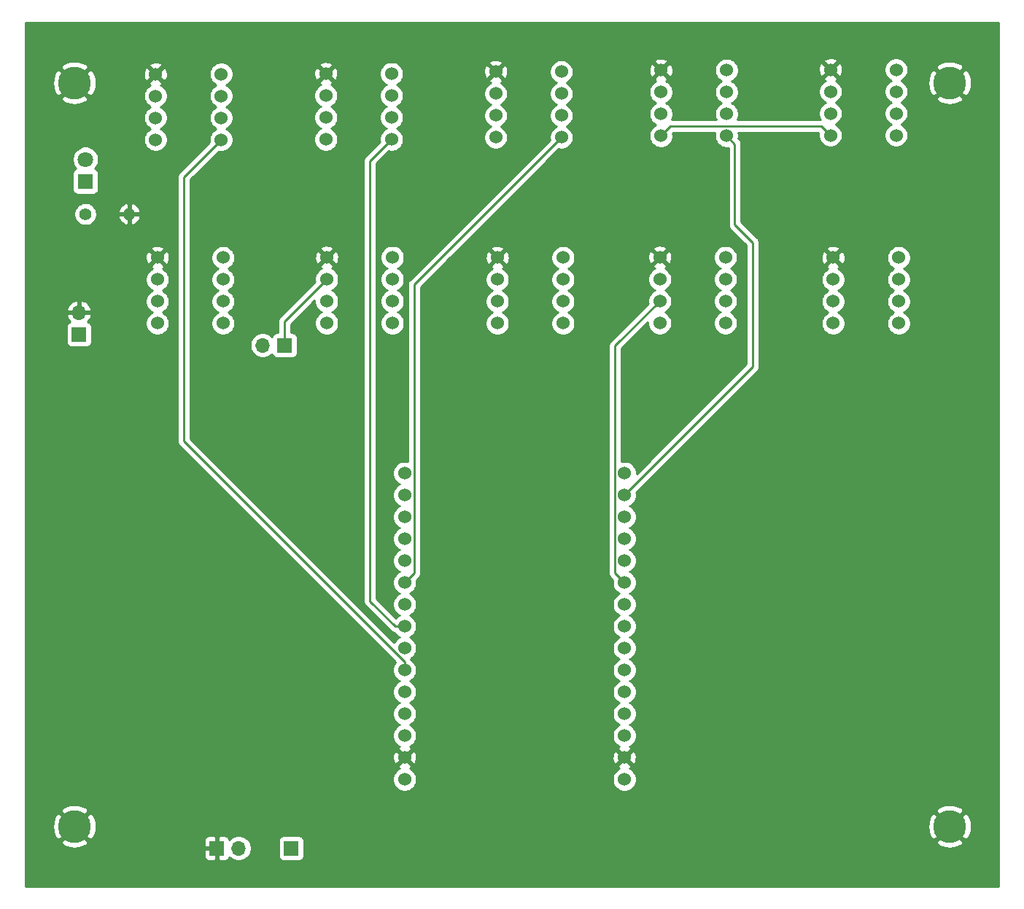
<source format=gbr>
%TF.GenerationSoftware,KiCad,Pcbnew,(5.1.10-1-10_14)*%
%TF.CreationDate,2022-02-04T13:42:09-08:00*%
%TF.ProjectId,Senser_Splitter,53656e73-6572-45f5-9370-6c6974746572,rev?*%
%TF.SameCoordinates,Original*%
%TF.FileFunction,Copper,L2,Bot*%
%TF.FilePolarity,Positive*%
%FSLAX46Y46*%
G04 Gerber Fmt 4.6, Leading zero omitted, Abs format (unit mm)*
G04 Created by KiCad (PCBNEW (5.1.10-1-10_14)) date 2022-02-04 13:42:09*
%MOMM*%
%LPD*%
G01*
G04 APERTURE LIST*
%TA.AperFunction,ComponentPad*%
%ADD10O,1.400000X1.400000*%
%TD*%
%TA.AperFunction,ComponentPad*%
%ADD11C,1.400000*%
%TD*%
%TA.AperFunction,ComponentPad*%
%ADD12C,1.800000*%
%TD*%
%TA.AperFunction,ComponentPad*%
%ADD13R,1.800000X1.800000*%
%TD*%
%TA.AperFunction,ConnectorPad*%
%ADD14C,3.800000*%
%TD*%
%TA.AperFunction,ComponentPad*%
%ADD15C,2.600000*%
%TD*%
%TA.AperFunction,ComponentPad*%
%ADD16C,1.524000*%
%TD*%
%TA.AperFunction,ComponentPad*%
%ADD17R,1.700000X1.700000*%
%TD*%
%TA.AperFunction,ComponentPad*%
%ADD18O,1.700000X1.700000*%
%TD*%
%TA.AperFunction,Conductor*%
%ADD19C,0.250000*%
%TD*%
%TA.AperFunction,Conductor*%
%ADD20C,0.254000*%
%TD*%
%TA.AperFunction,Conductor*%
%ADD21C,0.100000*%
%TD*%
G04 APERTURE END LIST*
D10*
%TO.P,R101,2*%
%TO.N,GND*%
X92710000Y-69850000D03*
D11*
%TO.P,R101,1*%
%TO.N,Net-(D101-Pad1)*%
X87630000Y-69850000D03*
%TD*%
D12*
%TO.P,D101,2*%
%TO.N,Supply*%
X87630000Y-63500000D03*
D13*
%TO.P,D101,1*%
%TO.N,Net-(D101-Pad1)*%
X87630000Y-66040000D03*
%TD*%
D14*
%TO.P,H104,1*%
%TO.N,GND*%
X86360000Y-140970000D03*
D15*
X86360000Y-140970000D03*
%TD*%
D14*
%TO.P,H103,1*%
%TO.N,GND*%
X86360000Y-54610000D03*
D15*
X86360000Y-54610000D03*
%TD*%
D14*
%TO.P,H102,1*%
%TO.N,GND*%
X187960000Y-140970000D03*
D15*
X187960000Y-140970000D03*
%TD*%
D14*
%TO.P,H101,1*%
%TO.N,GND*%
X187960000Y-54610000D03*
D15*
X187960000Y-54610000D03*
%TD*%
D16*
%TO.P,U101,EN*%
%TO.N,Net-(U101-PadEN)*%
X124690000Y-99945000D03*
%TO.P,U101,VP*%
%TO.N,Net-(U101-PadVP)*%
X124690000Y-102485000D03*
%TO.P,U101,VN*%
%TO.N,Net-(U101-PadVN)*%
X124690000Y-105025000D03*
%TO.P,U101,D34*%
%TO.N,Net-(U101-PadD34)*%
X124690000Y-107565000D03*
%TO.P,U101,D35*%
%TO.N,Net-(U101-PadD35)*%
X124690000Y-110105000D03*
%TO.P,U101,D32*%
%TO.N,P1*%
X124690000Y-112645000D03*
%TO.P,U101,D33*%
%TO.N,P2*%
X124690000Y-115185000D03*
%TO.P,U101,D25*%
%TO.N,P3*%
X124690000Y-117725000D03*
%TO.P,U101,D26*%
%TO.N,P4*%
X124690000Y-120265000D03*
%TO.P,U101,D27*%
%TO.N,P5*%
X124690000Y-122805000D03*
%TO.P,U101,D14*%
%TO.N,Net-(U101-PadD14)*%
X124690000Y-125345000D03*
%TO.P,U101,D12*%
%TO.N,Net-(U101-PadD12)*%
X124690000Y-127885000D03*
%TO.P,U101,D13*%
%TO.N,P6*%
X124690000Y-130425000D03*
%TO.P,U101,GND*%
%TO.N,GND*%
X124690000Y-132965000D03*
%TO.P,U101,Vin*%
%TO.N,Net-(J107-Pad2)*%
X124690000Y-135505000D03*
%TO.P,U101,D23*%
%TO.N,P7*%
X150190000Y-99945000D03*
%TO.P,U101,D22*%
%TO.N,P8*%
X150190000Y-102485000D03*
%TO.P,U101,TX0*%
%TO.N,Net-(U101-PadTX0)*%
X150190000Y-105025000D03*
%TO.P,U101,RX0*%
%TO.N,Net-(U101-PadRX0)*%
X150190000Y-107565000D03*
%TO.P,U101,D21*%
%TO.N,P9*%
X150190000Y-110105000D03*
%TO.P,U101,D19*%
%TO.N,SDA*%
X150190000Y-112645000D03*
%TO.P,U101,D18*%
%TO.N,SCL*%
X150190000Y-115185000D03*
%TO.P,U101,D5*%
%TO.N,Net-(U101-PadD5)*%
X150190000Y-117725000D03*
%TO.P,U101,TX2*%
%TO.N,Net-(U101-PadTX2)*%
X150190000Y-120265000D03*
%TO.P,U101,RX2*%
%TO.N,Net-(U101-PadRX2)*%
X150190000Y-122805000D03*
%TO.P,U101,D4*%
%TO.N,P10*%
X150190000Y-125345000D03*
%TO.P,U101,D2*%
%TO.N,Relay*%
X150190000Y-127885000D03*
%TO.P,U101,D15*%
%TO.N,Net-(U101-PadD15)*%
X150190000Y-130425000D03*
%TO.P,U101,GND*%
%TO.N,GND*%
X150190000Y-132965000D03*
%TO.P,U101,3V3*%
%TO.N,Net-(U101-Pad3V3)*%
X150190000Y-135505000D03*
%TD*%
%TO.P,J114,8*%
%TO.N,SCL*%
X174117000Y-60706000D03*
%TO.P,J114,7*%
%TO.N,SDA*%
X174117000Y-58166000D03*
%TO.P,J114,6*%
%TO.N,Supply*%
X174117000Y-55626000D03*
%TO.P,J114,5*%
%TO.N,GND*%
X174117000Y-53086000D03*
%TO.P,J114,4*%
%TO.N,Net-(J114-Pad4)*%
X181737000Y-53086000D03*
%TO.P,J114,3*%
%TO.N,Net-(J114-Pad3)*%
X181737000Y-55626000D03*
%TO.P,J114,2*%
%TO.N,Net-(J114-Pad2)*%
X181737000Y-58166000D03*
%TO.P,J114,1*%
%TO.N,P10*%
X181737000Y-60706000D03*
%TD*%
%TO.P,J113,8*%
%TO.N,SCL*%
X95758000Y-61214000D03*
%TO.P,J113,7*%
%TO.N,SDA*%
X95758000Y-58674000D03*
%TO.P,J113,6*%
%TO.N,Supply*%
X95758000Y-56134000D03*
%TO.P,J113,5*%
%TO.N,GND*%
X95758000Y-53594000D03*
%TO.P,J113,4*%
%TO.N,Net-(J113-Pad4)*%
X103378000Y-53594000D03*
%TO.P,J113,3*%
%TO.N,Net-(J113-Pad3)*%
X103378000Y-56134000D03*
%TO.P,J113,2*%
%TO.N,Net-(J113-Pad2)*%
X103378000Y-58674000D03*
%TO.P,J113,1*%
%TO.N,P5*%
X103378000Y-61214000D03*
%TD*%
%TO.P,J112,8*%
%TO.N,SCL*%
X174415999Y-82528999D03*
%TO.P,J112,7*%
%TO.N,SDA*%
X174415999Y-79988999D03*
%TO.P,J112,6*%
%TO.N,Supply*%
X174415999Y-77448999D03*
%TO.P,J112,5*%
%TO.N,GND*%
X174415999Y-74908999D03*
%TO.P,J112,4*%
%TO.N,Net-(J112-Pad4)*%
X182035999Y-74908999D03*
%TO.P,J112,3*%
%TO.N,Net-(J112-Pad3)*%
X182035999Y-77448999D03*
%TO.P,J112,2*%
%TO.N,Net-(J112-Pad2)*%
X182035999Y-79988999D03*
%TO.P,J112,1*%
%TO.N,P9*%
X182035999Y-82528999D03*
%TD*%
%TO.P,J111,8*%
%TO.N,SCL*%
X115640999Y-82502999D03*
%TO.P,J111,7*%
%TO.N,SDA*%
X115640999Y-79962999D03*
%TO.P,J111,6*%
%TO.N,Supply*%
X115640999Y-77422999D03*
%TO.P,J111,5*%
%TO.N,GND*%
X115640999Y-74882999D03*
%TO.P,J111,4*%
%TO.N,Net-(J111-Pad4)*%
X123260999Y-74882999D03*
%TO.P,J111,3*%
%TO.N,Net-(J111-Pad3)*%
X123260999Y-77422999D03*
%TO.P,J111,2*%
%TO.N,Net-(J111-Pad2)*%
X123260999Y-79962999D03*
%TO.P,J111,1*%
%TO.N,P4*%
X123260999Y-82502999D03*
%TD*%
D17*
%TO.P,J110,1*%
%TO.N,Relay*%
X111506000Y-143510000D03*
%TD*%
D16*
%TO.P,J109,8*%
%TO.N,SCL*%
X154432000Y-60759999D03*
%TO.P,J109,7*%
%TO.N,SDA*%
X154432000Y-58219999D03*
%TO.P,J109,6*%
%TO.N,Supply*%
X154432000Y-55679999D03*
%TO.P,J109,5*%
%TO.N,GND*%
X154432000Y-53139999D03*
%TO.P,J109,4*%
%TO.N,Net-(J109-Pad4)*%
X162052000Y-53139999D03*
%TO.P,J109,3*%
%TO.N,Net-(J109-Pad3)*%
X162052000Y-55679999D03*
%TO.P,J109,2*%
%TO.N,Net-(J109-Pad2)*%
X162052000Y-58219999D03*
%TO.P,J109,1*%
%TO.N,P8*%
X162052000Y-60759999D03*
%TD*%
%TO.P,J108,8*%
%TO.N,SCL*%
X115539999Y-61166999D03*
%TO.P,J108,7*%
%TO.N,SDA*%
X115539999Y-58626999D03*
%TO.P,J108,6*%
%TO.N,Supply*%
X115539999Y-56086999D03*
%TO.P,J108,5*%
%TO.N,GND*%
X115539999Y-53546999D03*
%TO.P,J108,4*%
%TO.N,Net-(J108-Pad4)*%
X123159999Y-53546999D03*
%TO.P,J108,3*%
%TO.N,Net-(J108-Pad3)*%
X123159999Y-56086999D03*
%TO.P,J108,2*%
%TO.N,Net-(J108-Pad2)*%
X123159999Y-58626999D03*
%TO.P,J108,1*%
%TO.N,P3*%
X123159999Y-61166999D03*
%TD*%
D18*
%TO.P,J107,2*%
%TO.N,Net-(J107-Pad2)*%
X105410000Y-143510000D03*
D17*
%TO.P,J107,1*%
%TO.N,GND*%
X102870000Y-143510000D03*
%TD*%
D16*
%TO.P,J106,8*%
%TO.N,SCL*%
X154305000Y-82502999D03*
%TO.P,J106,7*%
%TO.N,SDA*%
X154305000Y-79962999D03*
%TO.P,J106,6*%
%TO.N,Supply*%
X154305000Y-77422999D03*
%TO.P,J106,5*%
%TO.N,GND*%
X154305000Y-74882999D03*
%TO.P,J106,4*%
%TO.N,Net-(J106-Pad4)*%
X161925000Y-74882999D03*
%TO.P,J106,3*%
%TO.N,Net-(J106-Pad3)*%
X161925000Y-77422999D03*
%TO.P,J106,2*%
%TO.N,Net-(J106-Pad2)*%
X161925000Y-79962999D03*
%TO.P,J106,1*%
%TO.N,P7*%
X161925000Y-82502999D03*
%TD*%
%TO.P,J105,8*%
%TO.N,SCL*%
X135452999Y-82528999D03*
%TO.P,J105,7*%
%TO.N,SDA*%
X135452999Y-79988999D03*
%TO.P,J105,6*%
%TO.N,Supply*%
X135452999Y-77448999D03*
%TO.P,J105,5*%
%TO.N,GND*%
X135452999Y-74908999D03*
%TO.P,J105,4*%
%TO.N,Net-(J105-Pad4)*%
X143072999Y-74908999D03*
%TO.P,J105,3*%
%TO.N,Net-(J105-Pad3)*%
X143072999Y-77448999D03*
%TO.P,J105,2*%
%TO.N,Net-(J105-Pad2)*%
X143072999Y-79988999D03*
%TO.P,J105,1*%
%TO.N,P2*%
X143072999Y-82528999D03*
%TD*%
D18*
%TO.P,J104,2*%
%TO.N,GND*%
X86868000Y-81280000D03*
D17*
%TO.P,J104,1*%
%TO.N,Net-(J103-Pad2)*%
X86868000Y-83820000D03*
%TD*%
D18*
%TO.P,J103,2*%
%TO.N,Net-(J103-Pad2)*%
X108204000Y-85090000D03*
D17*
%TO.P,J103,1*%
%TO.N,Supply*%
X110744000Y-85090000D03*
%TD*%
D16*
%TO.P,J102,8*%
%TO.N,SCL*%
X95981999Y-82528999D03*
%TO.P,J102,7*%
%TO.N,SDA*%
X95981999Y-79988999D03*
%TO.P,J102,6*%
%TO.N,Supply*%
X95981999Y-77448999D03*
%TO.P,J102,5*%
%TO.N,GND*%
X95981999Y-74908999D03*
%TO.P,J102,4*%
%TO.N,Net-(J102-Pad4)*%
X103601999Y-74908999D03*
%TO.P,J102,3*%
%TO.N,Net-(J102-Pad3)*%
X103601999Y-77448999D03*
%TO.P,J102,2*%
%TO.N,Net-(J102-Pad2)*%
X103601999Y-79988999D03*
%TO.P,J102,1*%
%TO.N,P6*%
X103601999Y-82528999D03*
%TD*%
%TO.P,J101,8*%
%TO.N,SCL*%
X135255000Y-60938999D03*
%TO.P,J101,7*%
%TO.N,SDA*%
X135255000Y-58398999D03*
%TO.P,J101,6*%
%TO.N,Supply*%
X135255000Y-55858999D03*
%TO.P,J101,5*%
%TO.N,GND*%
X135255000Y-53318999D03*
%TO.P,J101,4*%
%TO.N,Net-(J101-Pad4)*%
X142875000Y-53318999D03*
%TO.P,J101,3*%
%TO.N,Net-(J101-Pad3)*%
X142875000Y-55858999D03*
%TO.P,J101,2*%
%TO.N,Net-(J101-Pad2)*%
X142875000Y-58398999D03*
%TO.P,J101,1*%
%TO.N,P1*%
X142875000Y-60938999D03*
%TD*%
D19*
%TO.N,SCL*%
X173083998Y-59672998D02*
X174117000Y-60706000D01*
X155519001Y-59672998D02*
X173083998Y-59672998D01*
X154432000Y-60759999D02*
X155519001Y-59672998D01*
%TO.N,SDA*%
X149102999Y-111557999D02*
X150190000Y-112645000D01*
X149102999Y-85165000D02*
X149102999Y-111557999D01*
X154305000Y-79962999D02*
X149102999Y-85165000D01*
%TO.N,Supply*%
X110744000Y-82319998D02*
X115640999Y-77422999D01*
X110744000Y-85090000D02*
X110744000Y-82319998D01*
%TO.N,P1*%
X125777001Y-78036998D02*
X142875000Y-60938999D01*
X125777001Y-111557999D02*
X125777001Y-78036998D01*
X124690000Y-112645000D02*
X125777001Y-111557999D01*
%TO.N,P3*%
X124690000Y-117725000D02*
X123567000Y-117725000D01*
X123567000Y-117725000D02*
X120650000Y-114808000D01*
X120650000Y-63676998D02*
X123159999Y-61166999D01*
X120650000Y-114808000D02*
X120650000Y-63676998D01*
%TO.N,P8*%
X163012001Y-61720000D02*
X163012001Y-71064001D01*
X162052000Y-60759999D02*
X163012001Y-61720000D01*
X163012001Y-71064001D02*
X165100000Y-73152000D01*
X165100000Y-87575000D02*
X150190000Y-102485000D01*
X165100000Y-73152000D02*
X165100000Y-87575000D01*
%TO.N,P5*%
X124690000Y-121873762D02*
X124690000Y-122805000D01*
X99060000Y-65532000D02*
X99060000Y-96243762D01*
X99060000Y-96243762D02*
X124690000Y-121873762D01*
X103378000Y-61214000D02*
X99060000Y-65532000D01*
%TD*%
D20*
%TO.N,GND*%
X193650001Y-147930000D02*
X80670000Y-147930000D01*
X80670000Y-144360000D01*
X101381928Y-144360000D01*
X101394188Y-144484482D01*
X101430498Y-144604180D01*
X101489463Y-144714494D01*
X101568815Y-144811185D01*
X101665506Y-144890537D01*
X101775820Y-144949502D01*
X101895518Y-144985812D01*
X102020000Y-144998072D01*
X102584250Y-144995000D01*
X102743000Y-144836250D01*
X102743000Y-143637000D01*
X101543750Y-143637000D01*
X101385000Y-143795750D01*
X101381928Y-144360000D01*
X80670000Y-144360000D01*
X80670000Y-142746349D01*
X84763256Y-142746349D01*
X84967362Y-143102867D01*
X85410223Y-143333575D01*
X85889583Y-143473452D01*
X86387021Y-143517123D01*
X86883422Y-143462909D01*
X87359707Y-143312894D01*
X87752638Y-143102867D01*
X87956744Y-142746349D01*
X87870395Y-142660000D01*
X101381928Y-142660000D01*
X101385000Y-143224250D01*
X101543750Y-143383000D01*
X102743000Y-143383000D01*
X102743000Y-142183750D01*
X102997000Y-142183750D01*
X102997000Y-143383000D01*
X103017000Y-143383000D01*
X103017000Y-143637000D01*
X102997000Y-143637000D01*
X102997000Y-144836250D01*
X103155750Y-144995000D01*
X103720000Y-144998072D01*
X103844482Y-144985812D01*
X103964180Y-144949502D01*
X104074494Y-144890537D01*
X104171185Y-144811185D01*
X104250537Y-144714494D01*
X104309502Y-144604180D01*
X104331513Y-144531620D01*
X104463368Y-144663475D01*
X104706589Y-144825990D01*
X104976842Y-144937932D01*
X105263740Y-144995000D01*
X105556260Y-144995000D01*
X105843158Y-144937932D01*
X106113411Y-144825990D01*
X106356632Y-144663475D01*
X106563475Y-144456632D01*
X106725990Y-144213411D01*
X106837932Y-143943158D01*
X106895000Y-143656260D01*
X106895000Y-143363740D01*
X106837932Y-143076842D01*
X106725990Y-142806589D01*
X106628043Y-142660000D01*
X110017928Y-142660000D01*
X110017928Y-144360000D01*
X110030188Y-144484482D01*
X110066498Y-144604180D01*
X110125463Y-144714494D01*
X110204815Y-144811185D01*
X110301506Y-144890537D01*
X110411820Y-144949502D01*
X110531518Y-144985812D01*
X110656000Y-144998072D01*
X112356000Y-144998072D01*
X112480482Y-144985812D01*
X112600180Y-144949502D01*
X112710494Y-144890537D01*
X112807185Y-144811185D01*
X112886537Y-144714494D01*
X112945502Y-144604180D01*
X112981812Y-144484482D01*
X112994072Y-144360000D01*
X112994072Y-142746349D01*
X186363256Y-142746349D01*
X186567362Y-143102867D01*
X187010223Y-143333575D01*
X187489583Y-143473452D01*
X187987021Y-143517123D01*
X188483422Y-143462909D01*
X188959707Y-143312894D01*
X189352638Y-143102867D01*
X189556744Y-142746349D01*
X187960000Y-141149605D01*
X186363256Y-142746349D01*
X112994072Y-142746349D01*
X112994072Y-142660000D01*
X112981812Y-142535518D01*
X112945502Y-142415820D01*
X112886537Y-142305506D01*
X112807185Y-142208815D01*
X112710494Y-142129463D01*
X112600180Y-142070498D01*
X112480482Y-142034188D01*
X112356000Y-142021928D01*
X110656000Y-142021928D01*
X110531518Y-142034188D01*
X110411820Y-142070498D01*
X110301506Y-142129463D01*
X110204815Y-142208815D01*
X110125463Y-142305506D01*
X110066498Y-142415820D01*
X110030188Y-142535518D01*
X110017928Y-142660000D01*
X106628043Y-142660000D01*
X106563475Y-142563368D01*
X106356632Y-142356525D01*
X106113411Y-142194010D01*
X105843158Y-142082068D01*
X105556260Y-142025000D01*
X105263740Y-142025000D01*
X104976842Y-142082068D01*
X104706589Y-142194010D01*
X104463368Y-142356525D01*
X104331513Y-142488380D01*
X104309502Y-142415820D01*
X104250537Y-142305506D01*
X104171185Y-142208815D01*
X104074494Y-142129463D01*
X103964180Y-142070498D01*
X103844482Y-142034188D01*
X103720000Y-142021928D01*
X103155750Y-142025000D01*
X102997000Y-142183750D01*
X102743000Y-142183750D01*
X102584250Y-142025000D01*
X102020000Y-142021928D01*
X101895518Y-142034188D01*
X101775820Y-142070498D01*
X101665506Y-142129463D01*
X101568815Y-142208815D01*
X101489463Y-142305506D01*
X101430498Y-142415820D01*
X101394188Y-142535518D01*
X101381928Y-142660000D01*
X87870395Y-142660000D01*
X86360000Y-141149605D01*
X84763256Y-142746349D01*
X80670000Y-142746349D01*
X80670000Y-140997021D01*
X83812877Y-140997021D01*
X83867091Y-141493422D01*
X84017106Y-141969707D01*
X84227133Y-142362638D01*
X84583651Y-142566744D01*
X86180395Y-140970000D01*
X86539605Y-140970000D01*
X88136349Y-142566744D01*
X88492867Y-142362638D01*
X88723575Y-141919777D01*
X88863452Y-141440417D01*
X88902378Y-140997021D01*
X185412877Y-140997021D01*
X185467091Y-141493422D01*
X185617106Y-141969707D01*
X185827133Y-142362638D01*
X186183651Y-142566744D01*
X187780395Y-140970000D01*
X188139605Y-140970000D01*
X189736349Y-142566744D01*
X190092867Y-142362638D01*
X190323575Y-141919777D01*
X190463452Y-141440417D01*
X190507123Y-140942979D01*
X190452909Y-140446578D01*
X190302894Y-139970293D01*
X190092867Y-139577362D01*
X189736349Y-139373256D01*
X188139605Y-140970000D01*
X187780395Y-140970000D01*
X186183651Y-139373256D01*
X185827133Y-139577362D01*
X185596425Y-140020223D01*
X185456548Y-140499583D01*
X185412877Y-140997021D01*
X88902378Y-140997021D01*
X88907123Y-140942979D01*
X88852909Y-140446578D01*
X88702894Y-139970293D01*
X88492867Y-139577362D01*
X88136349Y-139373256D01*
X86539605Y-140970000D01*
X86180395Y-140970000D01*
X84583651Y-139373256D01*
X84227133Y-139577362D01*
X83996425Y-140020223D01*
X83856548Y-140499583D01*
X83812877Y-140997021D01*
X80670000Y-140997021D01*
X80670000Y-139193651D01*
X84763256Y-139193651D01*
X86360000Y-140790395D01*
X87956744Y-139193651D01*
X186363256Y-139193651D01*
X187960000Y-140790395D01*
X189556744Y-139193651D01*
X189352638Y-138837133D01*
X188909777Y-138606425D01*
X188430417Y-138466548D01*
X187932979Y-138422877D01*
X187436578Y-138477091D01*
X186960293Y-138627106D01*
X186567362Y-138837133D01*
X186363256Y-139193651D01*
X87956744Y-139193651D01*
X87752638Y-138837133D01*
X87309777Y-138606425D01*
X86830417Y-138466548D01*
X86332979Y-138422877D01*
X85836578Y-138477091D01*
X85360293Y-138627106D01*
X84967362Y-138837133D01*
X84763256Y-139193651D01*
X80670000Y-139193651D01*
X80670000Y-135367408D01*
X123293000Y-135367408D01*
X123293000Y-135642592D01*
X123346686Y-135912490D01*
X123451995Y-136166727D01*
X123604880Y-136395535D01*
X123799465Y-136590120D01*
X124028273Y-136743005D01*
X124282510Y-136848314D01*
X124552408Y-136902000D01*
X124827592Y-136902000D01*
X125097490Y-136848314D01*
X125351727Y-136743005D01*
X125580535Y-136590120D01*
X125775120Y-136395535D01*
X125928005Y-136166727D01*
X126033314Y-135912490D01*
X126087000Y-135642592D01*
X126087000Y-135367408D01*
X148793000Y-135367408D01*
X148793000Y-135642592D01*
X148846686Y-135912490D01*
X148951995Y-136166727D01*
X149104880Y-136395535D01*
X149299465Y-136590120D01*
X149528273Y-136743005D01*
X149782510Y-136848314D01*
X150052408Y-136902000D01*
X150327592Y-136902000D01*
X150597490Y-136848314D01*
X150851727Y-136743005D01*
X151080535Y-136590120D01*
X151275120Y-136395535D01*
X151428005Y-136166727D01*
X151533314Y-135912490D01*
X151587000Y-135642592D01*
X151587000Y-135367408D01*
X151533314Y-135097510D01*
X151428005Y-134843273D01*
X151275120Y-134614465D01*
X151080535Y-134419880D01*
X150851727Y-134266995D01*
X150780057Y-134237308D01*
X150793023Y-134232636D01*
X150908980Y-134170656D01*
X150975960Y-133930565D01*
X150190000Y-133144605D01*
X149404040Y-133930565D01*
X149471020Y-134170656D01*
X149606760Y-134234485D01*
X149528273Y-134266995D01*
X149299465Y-134419880D01*
X149104880Y-134614465D01*
X148951995Y-134843273D01*
X148846686Y-135097510D01*
X148793000Y-135367408D01*
X126087000Y-135367408D01*
X126033314Y-135097510D01*
X125928005Y-134843273D01*
X125775120Y-134614465D01*
X125580535Y-134419880D01*
X125351727Y-134266995D01*
X125280057Y-134237308D01*
X125293023Y-134232636D01*
X125408980Y-134170656D01*
X125475960Y-133930565D01*
X124690000Y-133144605D01*
X123904040Y-133930565D01*
X123971020Y-134170656D01*
X124106760Y-134234485D01*
X124028273Y-134266995D01*
X123799465Y-134419880D01*
X123604880Y-134614465D01*
X123451995Y-134843273D01*
X123346686Y-135097510D01*
X123293000Y-135367408D01*
X80670000Y-135367408D01*
X80670000Y-133037017D01*
X123288090Y-133037017D01*
X123329078Y-133309133D01*
X123422364Y-133568023D01*
X123484344Y-133683980D01*
X123724435Y-133750960D01*
X124510395Y-132965000D01*
X124869605Y-132965000D01*
X125655565Y-133750960D01*
X125895656Y-133683980D01*
X126012756Y-133434952D01*
X126079023Y-133167865D01*
X126085157Y-133037017D01*
X148788090Y-133037017D01*
X148829078Y-133309133D01*
X148922364Y-133568023D01*
X148984344Y-133683980D01*
X149224435Y-133750960D01*
X150010395Y-132965000D01*
X150369605Y-132965000D01*
X151155565Y-133750960D01*
X151395656Y-133683980D01*
X151512756Y-133434952D01*
X151579023Y-133167865D01*
X151591910Y-132892983D01*
X151550922Y-132620867D01*
X151457636Y-132361977D01*
X151395656Y-132246020D01*
X151155565Y-132179040D01*
X150369605Y-132965000D01*
X150010395Y-132965000D01*
X149224435Y-132179040D01*
X148984344Y-132246020D01*
X148867244Y-132495048D01*
X148800977Y-132762135D01*
X148788090Y-133037017D01*
X126085157Y-133037017D01*
X126091910Y-132892983D01*
X126050922Y-132620867D01*
X125957636Y-132361977D01*
X125895656Y-132246020D01*
X125655565Y-132179040D01*
X124869605Y-132965000D01*
X124510395Y-132965000D01*
X123724435Y-132179040D01*
X123484344Y-132246020D01*
X123367244Y-132495048D01*
X123300977Y-132762135D01*
X123288090Y-133037017D01*
X80670000Y-133037017D01*
X80670000Y-82970000D01*
X85379928Y-82970000D01*
X85379928Y-84670000D01*
X85392188Y-84794482D01*
X85428498Y-84914180D01*
X85487463Y-85024494D01*
X85566815Y-85121185D01*
X85663506Y-85200537D01*
X85773820Y-85259502D01*
X85893518Y-85295812D01*
X86018000Y-85308072D01*
X87718000Y-85308072D01*
X87842482Y-85295812D01*
X87962180Y-85259502D01*
X88072494Y-85200537D01*
X88169185Y-85121185D01*
X88248537Y-85024494D01*
X88307502Y-84914180D01*
X88343812Y-84794482D01*
X88356072Y-84670000D01*
X88356072Y-82970000D01*
X88343812Y-82845518D01*
X88307502Y-82725820D01*
X88248537Y-82615506D01*
X88169185Y-82518815D01*
X88072494Y-82439463D01*
X87962180Y-82380498D01*
X87881534Y-82356034D01*
X87965588Y-82280269D01*
X88139641Y-82046920D01*
X88264825Y-81784099D01*
X88309476Y-81636890D01*
X88188155Y-81407000D01*
X86995000Y-81407000D01*
X86995000Y-81427000D01*
X86741000Y-81427000D01*
X86741000Y-81407000D01*
X85547845Y-81407000D01*
X85426524Y-81636890D01*
X85471175Y-81784099D01*
X85596359Y-82046920D01*
X85770412Y-82280269D01*
X85854466Y-82356034D01*
X85773820Y-82380498D01*
X85663506Y-82439463D01*
X85566815Y-82518815D01*
X85487463Y-82615506D01*
X85428498Y-82725820D01*
X85392188Y-82845518D01*
X85379928Y-82970000D01*
X80670000Y-82970000D01*
X80670000Y-80923110D01*
X85426524Y-80923110D01*
X85547845Y-81153000D01*
X86741000Y-81153000D01*
X86741000Y-79959186D01*
X86995000Y-79959186D01*
X86995000Y-81153000D01*
X88188155Y-81153000D01*
X88309476Y-80923110D01*
X88264825Y-80775901D01*
X88139641Y-80513080D01*
X87965588Y-80279731D01*
X87749355Y-80084822D01*
X87499252Y-79935843D01*
X87224891Y-79838519D01*
X86995000Y-79959186D01*
X86741000Y-79959186D01*
X86511109Y-79838519D01*
X86236748Y-79935843D01*
X85986645Y-80084822D01*
X85770412Y-80279731D01*
X85596359Y-80513080D01*
X85471175Y-80775901D01*
X85426524Y-80923110D01*
X80670000Y-80923110D01*
X80670000Y-77311407D01*
X94584999Y-77311407D01*
X94584999Y-77586591D01*
X94638685Y-77856489D01*
X94743994Y-78110726D01*
X94896879Y-78339534D01*
X95091464Y-78534119D01*
X95320272Y-78687004D01*
X95397514Y-78718999D01*
X95320272Y-78750994D01*
X95091464Y-78903879D01*
X94896879Y-79098464D01*
X94743994Y-79327272D01*
X94638685Y-79581509D01*
X94584999Y-79851407D01*
X94584999Y-80126591D01*
X94638685Y-80396489D01*
X94743994Y-80650726D01*
X94896879Y-80879534D01*
X95091464Y-81074119D01*
X95320272Y-81227004D01*
X95397514Y-81258999D01*
X95320272Y-81290994D01*
X95091464Y-81443879D01*
X94896879Y-81638464D01*
X94743994Y-81867272D01*
X94638685Y-82121509D01*
X94584999Y-82391407D01*
X94584999Y-82666591D01*
X94638685Y-82936489D01*
X94743994Y-83190726D01*
X94896879Y-83419534D01*
X95091464Y-83614119D01*
X95320272Y-83767004D01*
X95574509Y-83872313D01*
X95844407Y-83925999D01*
X96119591Y-83925999D01*
X96389489Y-83872313D01*
X96643726Y-83767004D01*
X96872534Y-83614119D01*
X97067119Y-83419534D01*
X97220004Y-83190726D01*
X97325313Y-82936489D01*
X97378999Y-82666591D01*
X97378999Y-82391407D01*
X97325313Y-82121509D01*
X97220004Y-81867272D01*
X97067119Y-81638464D01*
X96872534Y-81443879D01*
X96643726Y-81290994D01*
X96566484Y-81258999D01*
X96643726Y-81227004D01*
X96872534Y-81074119D01*
X97067119Y-80879534D01*
X97220004Y-80650726D01*
X97325313Y-80396489D01*
X97378999Y-80126591D01*
X97378999Y-79851407D01*
X97325313Y-79581509D01*
X97220004Y-79327272D01*
X97067119Y-79098464D01*
X96872534Y-78903879D01*
X96643726Y-78750994D01*
X96566484Y-78718999D01*
X96643726Y-78687004D01*
X96872534Y-78534119D01*
X97067119Y-78339534D01*
X97220004Y-78110726D01*
X97325313Y-77856489D01*
X97378999Y-77586591D01*
X97378999Y-77311407D01*
X97325313Y-77041509D01*
X97220004Y-76787272D01*
X97067119Y-76558464D01*
X96872534Y-76363879D01*
X96643726Y-76210994D01*
X96572056Y-76181307D01*
X96585022Y-76176635D01*
X96700979Y-76114655D01*
X96767959Y-75874564D01*
X95981999Y-75088604D01*
X95196039Y-75874564D01*
X95263019Y-76114655D01*
X95398759Y-76178484D01*
X95320272Y-76210994D01*
X95091464Y-76363879D01*
X94896879Y-76558464D01*
X94743994Y-76787272D01*
X94638685Y-77041509D01*
X94584999Y-77311407D01*
X80670000Y-77311407D01*
X80670000Y-74981016D01*
X94580089Y-74981016D01*
X94621077Y-75253132D01*
X94714363Y-75512022D01*
X94776343Y-75627979D01*
X95016434Y-75694959D01*
X95802394Y-74908999D01*
X96161604Y-74908999D01*
X96947564Y-75694959D01*
X97187655Y-75627979D01*
X97304755Y-75378951D01*
X97371022Y-75111864D01*
X97383909Y-74836982D01*
X97342921Y-74564866D01*
X97249635Y-74305976D01*
X97187655Y-74190019D01*
X96947564Y-74123039D01*
X96161604Y-74908999D01*
X95802394Y-74908999D01*
X95016434Y-74123039D01*
X94776343Y-74190019D01*
X94659243Y-74439047D01*
X94592976Y-74706134D01*
X94580089Y-74981016D01*
X80670000Y-74981016D01*
X80670000Y-73943434D01*
X95196039Y-73943434D01*
X95981999Y-74729394D01*
X96767959Y-73943434D01*
X96700979Y-73703343D01*
X96451951Y-73586243D01*
X96184864Y-73519976D01*
X95909982Y-73507089D01*
X95637866Y-73548077D01*
X95378976Y-73641363D01*
X95263019Y-73703343D01*
X95196039Y-73943434D01*
X80670000Y-73943434D01*
X80670000Y-69718514D01*
X86295000Y-69718514D01*
X86295000Y-69981486D01*
X86346304Y-70239405D01*
X86446939Y-70482359D01*
X86593038Y-70701013D01*
X86778987Y-70886962D01*
X86997641Y-71033061D01*
X87240595Y-71133696D01*
X87498514Y-71185000D01*
X87761486Y-71185000D01*
X88019405Y-71133696D01*
X88262359Y-71033061D01*
X88481013Y-70886962D01*
X88666962Y-70701013D01*
X88813061Y-70482359D01*
X88913696Y-70239405D01*
X88924850Y-70183329D01*
X91417284Y-70183329D01*
X91449953Y-70291044D01*
X91560208Y-70528392D01*
X91714649Y-70739670D01*
X91907340Y-70916759D01*
X92130877Y-71052853D01*
X92376670Y-71142722D01*
X92583000Y-71020201D01*
X92583000Y-69977000D01*
X92837000Y-69977000D01*
X92837000Y-71020201D01*
X93043330Y-71142722D01*
X93289123Y-71052853D01*
X93512660Y-70916759D01*
X93705351Y-70739670D01*
X93859792Y-70528392D01*
X93970047Y-70291044D01*
X94002716Y-70183329D01*
X93879374Y-69977000D01*
X92837000Y-69977000D01*
X92583000Y-69977000D01*
X91540626Y-69977000D01*
X91417284Y-70183329D01*
X88924850Y-70183329D01*
X88965000Y-69981486D01*
X88965000Y-69718514D01*
X88924851Y-69516671D01*
X91417284Y-69516671D01*
X91540626Y-69723000D01*
X92583000Y-69723000D01*
X92583000Y-68679799D01*
X92837000Y-68679799D01*
X92837000Y-69723000D01*
X93879374Y-69723000D01*
X94002716Y-69516671D01*
X93970047Y-69408956D01*
X93859792Y-69171608D01*
X93705351Y-68960330D01*
X93512660Y-68783241D01*
X93289123Y-68647147D01*
X93043330Y-68557278D01*
X92837000Y-68679799D01*
X92583000Y-68679799D01*
X92376670Y-68557278D01*
X92130877Y-68647147D01*
X91907340Y-68783241D01*
X91714649Y-68960330D01*
X91560208Y-69171608D01*
X91449953Y-69408956D01*
X91417284Y-69516671D01*
X88924851Y-69516671D01*
X88913696Y-69460595D01*
X88813061Y-69217641D01*
X88666962Y-68998987D01*
X88481013Y-68813038D01*
X88262359Y-68666939D01*
X88019405Y-68566304D01*
X87761486Y-68515000D01*
X87498514Y-68515000D01*
X87240595Y-68566304D01*
X86997641Y-68666939D01*
X86778987Y-68813038D01*
X86593038Y-68998987D01*
X86446939Y-69217641D01*
X86346304Y-69460595D01*
X86295000Y-69718514D01*
X80670000Y-69718514D01*
X80670000Y-65140000D01*
X86091928Y-65140000D01*
X86091928Y-66940000D01*
X86104188Y-67064482D01*
X86140498Y-67184180D01*
X86199463Y-67294494D01*
X86278815Y-67391185D01*
X86375506Y-67470537D01*
X86485820Y-67529502D01*
X86605518Y-67565812D01*
X86730000Y-67578072D01*
X88530000Y-67578072D01*
X88654482Y-67565812D01*
X88774180Y-67529502D01*
X88884494Y-67470537D01*
X88981185Y-67391185D01*
X89060537Y-67294494D01*
X89119502Y-67184180D01*
X89155812Y-67064482D01*
X89168072Y-66940000D01*
X89168072Y-65532000D01*
X98296324Y-65532000D01*
X98300000Y-65569322D01*
X98300001Y-96206429D01*
X98296324Y-96243762D01*
X98310998Y-96392747D01*
X98354454Y-96536008D01*
X98425026Y-96668038D01*
X98496201Y-96754764D01*
X98520000Y-96783763D01*
X98548998Y-96807561D01*
X123630391Y-121888954D01*
X123604880Y-121914465D01*
X123451995Y-122143273D01*
X123346686Y-122397510D01*
X123293000Y-122667408D01*
X123293000Y-122942592D01*
X123346686Y-123212490D01*
X123451995Y-123466727D01*
X123604880Y-123695535D01*
X123799465Y-123890120D01*
X124028273Y-124043005D01*
X124105515Y-124075000D01*
X124028273Y-124106995D01*
X123799465Y-124259880D01*
X123604880Y-124454465D01*
X123451995Y-124683273D01*
X123346686Y-124937510D01*
X123293000Y-125207408D01*
X123293000Y-125482592D01*
X123346686Y-125752490D01*
X123451995Y-126006727D01*
X123604880Y-126235535D01*
X123799465Y-126430120D01*
X124028273Y-126583005D01*
X124105515Y-126615000D01*
X124028273Y-126646995D01*
X123799465Y-126799880D01*
X123604880Y-126994465D01*
X123451995Y-127223273D01*
X123346686Y-127477510D01*
X123293000Y-127747408D01*
X123293000Y-128022592D01*
X123346686Y-128292490D01*
X123451995Y-128546727D01*
X123604880Y-128775535D01*
X123799465Y-128970120D01*
X124028273Y-129123005D01*
X124105515Y-129155000D01*
X124028273Y-129186995D01*
X123799465Y-129339880D01*
X123604880Y-129534465D01*
X123451995Y-129763273D01*
X123346686Y-130017510D01*
X123293000Y-130287408D01*
X123293000Y-130562592D01*
X123346686Y-130832490D01*
X123451995Y-131086727D01*
X123604880Y-131315535D01*
X123799465Y-131510120D01*
X124028273Y-131663005D01*
X124099943Y-131692692D01*
X124086977Y-131697364D01*
X123971020Y-131759344D01*
X123904040Y-131999435D01*
X124690000Y-132785395D01*
X125475960Y-131999435D01*
X125408980Y-131759344D01*
X125273240Y-131695515D01*
X125351727Y-131663005D01*
X125580535Y-131510120D01*
X125775120Y-131315535D01*
X125928005Y-131086727D01*
X126033314Y-130832490D01*
X126087000Y-130562592D01*
X126087000Y-130287408D01*
X126033314Y-130017510D01*
X125928005Y-129763273D01*
X125775120Y-129534465D01*
X125580535Y-129339880D01*
X125351727Y-129186995D01*
X125274485Y-129155000D01*
X125351727Y-129123005D01*
X125580535Y-128970120D01*
X125775120Y-128775535D01*
X125928005Y-128546727D01*
X126033314Y-128292490D01*
X126087000Y-128022592D01*
X126087000Y-127747408D01*
X126033314Y-127477510D01*
X125928005Y-127223273D01*
X125775120Y-126994465D01*
X125580535Y-126799880D01*
X125351727Y-126646995D01*
X125274485Y-126615000D01*
X125351727Y-126583005D01*
X125580535Y-126430120D01*
X125775120Y-126235535D01*
X125928005Y-126006727D01*
X126033314Y-125752490D01*
X126087000Y-125482592D01*
X126087000Y-125207408D01*
X126033314Y-124937510D01*
X125928005Y-124683273D01*
X125775120Y-124454465D01*
X125580535Y-124259880D01*
X125351727Y-124106995D01*
X125274485Y-124075000D01*
X125351727Y-124043005D01*
X125580535Y-123890120D01*
X125775120Y-123695535D01*
X125928005Y-123466727D01*
X126033314Y-123212490D01*
X126087000Y-122942592D01*
X126087000Y-122667408D01*
X126033314Y-122397510D01*
X125928005Y-122143273D01*
X125775120Y-121914465D01*
X125580535Y-121719880D01*
X125401161Y-121600026D01*
X125395546Y-121581515D01*
X125353093Y-121502092D01*
X125580535Y-121350120D01*
X125775120Y-121155535D01*
X125928005Y-120926727D01*
X126033314Y-120672490D01*
X126087000Y-120402592D01*
X126087000Y-120127408D01*
X126033314Y-119857510D01*
X125928005Y-119603273D01*
X125775120Y-119374465D01*
X125580535Y-119179880D01*
X125351727Y-119026995D01*
X125274485Y-118995000D01*
X125351727Y-118963005D01*
X125580535Y-118810120D01*
X125775120Y-118615535D01*
X125928005Y-118386727D01*
X126033314Y-118132490D01*
X126087000Y-117862592D01*
X126087000Y-117587408D01*
X126033314Y-117317510D01*
X125928005Y-117063273D01*
X125775120Y-116834465D01*
X125580535Y-116639880D01*
X125351727Y-116486995D01*
X125274485Y-116455000D01*
X125351727Y-116423005D01*
X125580535Y-116270120D01*
X125775120Y-116075535D01*
X125928005Y-115846727D01*
X126033314Y-115592490D01*
X126087000Y-115322592D01*
X126087000Y-115047408D01*
X126033314Y-114777510D01*
X125928005Y-114523273D01*
X125775120Y-114294465D01*
X125580535Y-114099880D01*
X125351727Y-113946995D01*
X125274485Y-113915000D01*
X125351727Y-113883005D01*
X125580535Y-113730120D01*
X125775120Y-113535535D01*
X125928005Y-113306727D01*
X126033314Y-113052490D01*
X126087000Y-112782592D01*
X126087000Y-112507408D01*
X126056372Y-112353430D01*
X126288005Y-112121797D01*
X126317002Y-112098000D01*
X126411975Y-111982275D01*
X126482547Y-111850246D01*
X126526004Y-111706985D01*
X126537001Y-111595332D01*
X126537001Y-111595331D01*
X126540678Y-111557999D01*
X126537001Y-111520666D01*
X126537001Y-85165000D01*
X148339323Y-85165000D01*
X148342999Y-85202322D01*
X148343000Y-111520666D01*
X148339323Y-111557999D01*
X148353997Y-111706984D01*
X148397453Y-111850245D01*
X148468025Y-111982275D01*
X148539200Y-112069001D01*
X148562999Y-112098000D01*
X148591997Y-112121798D01*
X148823628Y-112353429D01*
X148793000Y-112507408D01*
X148793000Y-112782592D01*
X148846686Y-113052490D01*
X148951995Y-113306727D01*
X149104880Y-113535535D01*
X149299465Y-113730120D01*
X149528273Y-113883005D01*
X149605515Y-113915000D01*
X149528273Y-113946995D01*
X149299465Y-114099880D01*
X149104880Y-114294465D01*
X148951995Y-114523273D01*
X148846686Y-114777510D01*
X148793000Y-115047408D01*
X148793000Y-115322592D01*
X148846686Y-115592490D01*
X148951995Y-115846727D01*
X149104880Y-116075535D01*
X149299465Y-116270120D01*
X149528273Y-116423005D01*
X149605515Y-116455000D01*
X149528273Y-116486995D01*
X149299465Y-116639880D01*
X149104880Y-116834465D01*
X148951995Y-117063273D01*
X148846686Y-117317510D01*
X148793000Y-117587408D01*
X148793000Y-117862592D01*
X148846686Y-118132490D01*
X148951995Y-118386727D01*
X149104880Y-118615535D01*
X149299465Y-118810120D01*
X149528273Y-118963005D01*
X149605515Y-118995000D01*
X149528273Y-119026995D01*
X149299465Y-119179880D01*
X149104880Y-119374465D01*
X148951995Y-119603273D01*
X148846686Y-119857510D01*
X148793000Y-120127408D01*
X148793000Y-120402592D01*
X148846686Y-120672490D01*
X148951995Y-120926727D01*
X149104880Y-121155535D01*
X149299465Y-121350120D01*
X149528273Y-121503005D01*
X149605515Y-121535000D01*
X149528273Y-121566995D01*
X149299465Y-121719880D01*
X149104880Y-121914465D01*
X148951995Y-122143273D01*
X148846686Y-122397510D01*
X148793000Y-122667408D01*
X148793000Y-122942592D01*
X148846686Y-123212490D01*
X148951995Y-123466727D01*
X149104880Y-123695535D01*
X149299465Y-123890120D01*
X149528273Y-124043005D01*
X149605515Y-124075000D01*
X149528273Y-124106995D01*
X149299465Y-124259880D01*
X149104880Y-124454465D01*
X148951995Y-124683273D01*
X148846686Y-124937510D01*
X148793000Y-125207408D01*
X148793000Y-125482592D01*
X148846686Y-125752490D01*
X148951995Y-126006727D01*
X149104880Y-126235535D01*
X149299465Y-126430120D01*
X149528273Y-126583005D01*
X149605515Y-126615000D01*
X149528273Y-126646995D01*
X149299465Y-126799880D01*
X149104880Y-126994465D01*
X148951995Y-127223273D01*
X148846686Y-127477510D01*
X148793000Y-127747408D01*
X148793000Y-128022592D01*
X148846686Y-128292490D01*
X148951995Y-128546727D01*
X149104880Y-128775535D01*
X149299465Y-128970120D01*
X149528273Y-129123005D01*
X149605515Y-129155000D01*
X149528273Y-129186995D01*
X149299465Y-129339880D01*
X149104880Y-129534465D01*
X148951995Y-129763273D01*
X148846686Y-130017510D01*
X148793000Y-130287408D01*
X148793000Y-130562592D01*
X148846686Y-130832490D01*
X148951995Y-131086727D01*
X149104880Y-131315535D01*
X149299465Y-131510120D01*
X149528273Y-131663005D01*
X149599943Y-131692692D01*
X149586977Y-131697364D01*
X149471020Y-131759344D01*
X149404040Y-131999435D01*
X150190000Y-132785395D01*
X150975960Y-131999435D01*
X150908980Y-131759344D01*
X150773240Y-131695515D01*
X150851727Y-131663005D01*
X151080535Y-131510120D01*
X151275120Y-131315535D01*
X151428005Y-131086727D01*
X151533314Y-130832490D01*
X151587000Y-130562592D01*
X151587000Y-130287408D01*
X151533314Y-130017510D01*
X151428005Y-129763273D01*
X151275120Y-129534465D01*
X151080535Y-129339880D01*
X150851727Y-129186995D01*
X150774485Y-129155000D01*
X150851727Y-129123005D01*
X151080535Y-128970120D01*
X151275120Y-128775535D01*
X151428005Y-128546727D01*
X151533314Y-128292490D01*
X151587000Y-128022592D01*
X151587000Y-127747408D01*
X151533314Y-127477510D01*
X151428005Y-127223273D01*
X151275120Y-126994465D01*
X151080535Y-126799880D01*
X150851727Y-126646995D01*
X150774485Y-126615000D01*
X150851727Y-126583005D01*
X151080535Y-126430120D01*
X151275120Y-126235535D01*
X151428005Y-126006727D01*
X151533314Y-125752490D01*
X151587000Y-125482592D01*
X151587000Y-125207408D01*
X151533314Y-124937510D01*
X151428005Y-124683273D01*
X151275120Y-124454465D01*
X151080535Y-124259880D01*
X150851727Y-124106995D01*
X150774485Y-124075000D01*
X150851727Y-124043005D01*
X151080535Y-123890120D01*
X151275120Y-123695535D01*
X151428005Y-123466727D01*
X151533314Y-123212490D01*
X151587000Y-122942592D01*
X151587000Y-122667408D01*
X151533314Y-122397510D01*
X151428005Y-122143273D01*
X151275120Y-121914465D01*
X151080535Y-121719880D01*
X150851727Y-121566995D01*
X150774485Y-121535000D01*
X150851727Y-121503005D01*
X151080535Y-121350120D01*
X151275120Y-121155535D01*
X151428005Y-120926727D01*
X151533314Y-120672490D01*
X151587000Y-120402592D01*
X151587000Y-120127408D01*
X151533314Y-119857510D01*
X151428005Y-119603273D01*
X151275120Y-119374465D01*
X151080535Y-119179880D01*
X150851727Y-119026995D01*
X150774485Y-118995000D01*
X150851727Y-118963005D01*
X151080535Y-118810120D01*
X151275120Y-118615535D01*
X151428005Y-118386727D01*
X151533314Y-118132490D01*
X151587000Y-117862592D01*
X151587000Y-117587408D01*
X151533314Y-117317510D01*
X151428005Y-117063273D01*
X151275120Y-116834465D01*
X151080535Y-116639880D01*
X150851727Y-116486995D01*
X150774485Y-116455000D01*
X150851727Y-116423005D01*
X151080535Y-116270120D01*
X151275120Y-116075535D01*
X151428005Y-115846727D01*
X151533314Y-115592490D01*
X151587000Y-115322592D01*
X151587000Y-115047408D01*
X151533314Y-114777510D01*
X151428005Y-114523273D01*
X151275120Y-114294465D01*
X151080535Y-114099880D01*
X150851727Y-113946995D01*
X150774485Y-113915000D01*
X150851727Y-113883005D01*
X151080535Y-113730120D01*
X151275120Y-113535535D01*
X151428005Y-113306727D01*
X151533314Y-113052490D01*
X151587000Y-112782592D01*
X151587000Y-112507408D01*
X151533314Y-112237510D01*
X151428005Y-111983273D01*
X151275120Y-111754465D01*
X151080535Y-111559880D01*
X150851727Y-111406995D01*
X150774485Y-111375000D01*
X150851727Y-111343005D01*
X151080535Y-111190120D01*
X151275120Y-110995535D01*
X151428005Y-110766727D01*
X151533314Y-110512490D01*
X151587000Y-110242592D01*
X151587000Y-109967408D01*
X151533314Y-109697510D01*
X151428005Y-109443273D01*
X151275120Y-109214465D01*
X151080535Y-109019880D01*
X150851727Y-108866995D01*
X150774485Y-108835000D01*
X150851727Y-108803005D01*
X151080535Y-108650120D01*
X151275120Y-108455535D01*
X151428005Y-108226727D01*
X151533314Y-107972490D01*
X151587000Y-107702592D01*
X151587000Y-107427408D01*
X151533314Y-107157510D01*
X151428005Y-106903273D01*
X151275120Y-106674465D01*
X151080535Y-106479880D01*
X150851727Y-106326995D01*
X150774485Y-106295000D01*
X150851727Y-106263005D01*
X151080535Y-106110120D01*
X151275120Y-105915535D01*
X151428005Y-105686727D01*
X151533314Y-105432490D01*
X151587000Y-105162592D01*
X151587000Y-104887408D01*
X151533314Y-104617510D01*
X151428005Y-104363273D01*
X151275120Y-104134465D01*
X151080535Y-103939880D01*
X150851727Y-103786995D01*
X150774485Y-103755000D01*
X150851727Y-103723005D01*
X151080535Y-103570120D01*
X151275120Y-103375535D01*
X151428005Y-103146727D01*
X151533314Y-102892490D01*
X151587000Y-102622592D01*
X151587000Y-102347408D01*
X151556372Y-102193429D01*
X165611003Y-88138799D01*
X165640001Y-88115001D01*
X165734974Y-87999276D01*
X165805546Y-87867247D01*
X165849003Y-87723986D01*
X165860000Y-87612333D01*
X165860000Y-87612324D01*
X165863676Y-87575001D01*
X165860000Y-87537678D01*
X165860000Y-77311407D01*
X173018999Y-77311407D01*
X173018999Y-77586591D01*
X173072685Y-77856489D01*
X173177994Y-78110726D01*
X173330879Y-78339534D01*
X173525464Y-78534119D01*
X173754272Y-78687004D01*
X173831514Y-78718999D01*
X173754272Y-78750994D01*
X173525464Y-78903879D01*
X173330879Y-79098464D01*
X173177994Y-79327272D01*
X173072685Y-79581509D01*
X173018999Y-79851407D01*
X173018999Y-80126591D01*
X173072685Y-80396489D01*
X173177994Y-80650726D01*
X173330879Y-80879534D01*
X173525464Y-81074119D01*
X173754272Y-81227004D01*
X173831514Y-81258999D01*
X173754272Y-81290994D01*
X173525464Y-81443879D01*
X173330879Y-81638464D01*
X173177994Y-81867272D01*
X173072685Y-82121509D01*
X173018999Y-82391407D01*
X173018999Y-82666591D01*
X173072685Y-82936489D01*
X173177994Y-83190726D01*
X173330879Y-83419534D01*
X173525464Y-83614119D01*
X173754272Y-83767004D01*
X174008509Y-83872313D01*
X174278407Y-83925999D01*
X174553591Y-83925999D01*
X174823489Y-83872313D01*
X175077726Y-83767004D01*
X175306534Y-83614119D01*
X175501119Y-83419534D01*
X175654004Y-83190726D01*
X175759313Y-82936489D01*
X175812999Y-82666591D01*
X175812999Y-82391407D01*
X175759313Y-82121509D01*
X175654004Y-81867272D01*
X175501119Y-81638464D01*
X175306534Y-81443879D01*
X175077726Y-81290994D01*
X175000484Y-81258999D01*
X175077726Y-81227004D01*
X175306534Y-81074119D01*
X175501119Y-80879534D01*
X175654004Y-80650726D01*
X175759313Y-80396489D01*
X175812999Y-80126591D01*
X175812999Y-79851407D01*
X175759313Y-79581509D01*
X175654004Y-79327272D01*
X175501119Y-79098464D01*
X175306534Y-78903879D01*
X175077726Y-78750994D01*
X175000484Y-78718999D01*
X175077726Y-78687004D01*
X175306534Y-78534119D01*
X175501119Y-78339534D01*
X175654004Y-78110726D01*
X175759313Y-77856489D01*
X175812999Y-77586591D01*
X175812999Y-77311407D01*
X175759313Y-77041509D01*
X175654004Y-76787272D01*
X175501119Y-76558464D01*
X175306534Y-76363879D01*
X175077726Y-76210994D01*
X175006056Y-76181307D01*
X175019022Y-76176635D01*
X175134979Y-76114655D01*
X175201959Y-75874564D01*
X174415999Y-75088604D01*
X173630039Y-75874564D01*
X173697019Y-76114655D01*
X173832759Y-76178484D01*
X173754272Y-76210994D01*
X173525464Y-76363879D01*
X173330879Y-76558464D01*
X173177994Y-76787272D01*
X173072685Y-77041509D01*
X173018999Y-77311407D01*
X165860000Y-77311407D01*
X165860000Y-74981016D01*
X173014089Y-74981016D01*
X173055077Y-75253132D01*
X173148363Y-75512022D01*
X173210343Y-75627979D01*
X173450434Y-75694959D01*
X174236394Y-74908999D01*
X174595604Y-74908999D01*
X175381564Y-75694959D01*
X175621655Y-75627979D01*
X175738755Y-75378951D01*
X175805022Y-75111864D01*
X175817909Y-74836982D01*
X175808032Y-74771407D01*
X180638999Y-74771407D01*
X180638999Y-75046591D01*
X180692685Y-75316489D01*
X180797994Y-75570726D01*
X180950879Y-75799534D01*
X181145464Y-75994119D01*
X181374272Y-76147004D01*
X181451514Y-76178999D01*
X181374272Y-76210994D01*
X181145464Y-76363879D01*
X180950879Y-76558464D01*
X180797994Y-76787272D01*
X180692685Y-77041509D01*
X180638999Y-77311407D01*
X180638999Y-77586591D01*
X180692685Y-77856489D01*
X180797994Y-78110726D01*
X180950879Y-78339534D01*
X181145464Y-78534119D01*
X181374272Y-78687004D01*
X181451514Y-78718999D01*
X181374272Y-78750994D01*
X181145464Y-78903879D01*
X180950879Y-79098464D01*
X180797994Y-79327272D01*
X180692685Y-79581509D01*
X180638999Y-79851407D01*
X180638999Y-80126591D01*
X180692685Y-80396489D01*
X180797994Y-80650726D01*
X180950879Y-80879534D01*
X181145464Y-81074119D01*
X181374272Y-81227004D01*
X181451514Y-81258999D01*
X181374272Y-81290994D01*
X181145464Y-81443879D01*
X180950879Y-81638464D01*
X180797994Y-81867272D01*
X180692685Y-82121509D01*
X180638999Y-82391407D01*
X180638999Y-82666591D01*
X180692685Y-82936489D01*
X180797994Y-83190726D01*
X180950879Y-83419534D01*
X181145464Y-83614119D01*
X181374272Y-83767004D01*
X181628509Y-83872313D01*
X181898407Y-83925999D01*
X182173591Y-83925999D01*
X182443489Y-83872313D01*
X182697726Y-83767004D01*
X182926534Y-83614119D01*
X183121119Y-83419534D01*
X183274004Y-83190726D01*
X183379313Y-82936489D01*
X183432999Y-82666591D01*
X183432999Y-82391407D01*
X183379313Y-82121509D01*
X183274004Y-81867272D01*
X183121119Y-81638464D01*
X182926534Y-81443879D01*
X182697726Y-81290994D01*
X182620484Y-81258999D01*
X182697726Y-81227004D01*
X182926534Y-81074119D01*
X183121119Y-80879534D01*
X183274004Y-80650726D01*
X183379313Y-80396489D01*
X183432999Y-80126591D01*
X183432999Y-79851407D01*
X183379313Y-79581509D01*
X183274004Y-79327272D01*
X183121119Y-79098464D01*
X182926534Y-78903879D01*
X182697726Y-78750994D01*
X182620484Y-78718999D01*
X182697726Y-78687004D01*
X182926534Y-78534119D01*
X183121119Y-78339534D01*
X183274004Y-78110726D01*
X183379313Y-77856489D01*
X183432999Y-77586591D01*
X183432999Y-77311407D01*
X183379313Y-77041509D01*
X183274004Y-76787272D01*
X183121119Y-76558464D01*
X182926534Y-76363879D01*
X182697726Y-76210994D01*
X182620484Y-76178999D01*
X182697726Y-76147004D01*
X182926534Y-75994119D01*
X183121119Y-75799534D01*
X183274004Y-75570726D01*
X183379313Y-75316489D01*
X183432999Y-75046591D01*
X183432999Y-74771407D01*
X183379313Y-74501509D01*
X183274004Y-74247272D01*
X183121119Y-74018464D01*
X182926534Y-73823879D01*
X182697726Y-73670994D01*
X182443489Y-73565685D01*
X182173591Y-73511999D01*
X181898407Y-73511999D01*
X181628509Y-73565685D01*
X181374272Y-73670994D01*
X181145464Y-73823879D01*
X180950879Y-74018464D01*
X180797994Y-74247272D01*
X180692685Y-74501509D01*
X180638999Y-74771407D01*
X175808032Y-74771407D01*
X175776921Y-74564866D01*
X175683635Y-74305976D01*
X175621655Y-74190019D01*
X175381564Y-74123039D01*
X174595604Y-74908999D01*
X174236394Y-74908999D01*
X173450434Y-74123039D01*
X173210343Y-74190019D01*
X173093243Y-74439047D01*
X173026976Y-74706134D01*
X173014089Y-74981016D01*
X165860000Y-74981016D01*
X165860000Y-73943434D01*
X173630039Y-73943434D01*
X174415999Y-74729394D01*
X175201959Y-73943434D01*
X175134979Y-73703343D01*
X174885951Y-73586243D01*
X174618864Y-73519976D01*
X174343982Y-73507089D01*
X174071866Y-73548077D01*
X173812976Y-73641363D01*
X173697019Y-73703343D01*
X173630039Y-73943434D01*
X165860000Y-73943434D01*
X165860000Y-73189333D01*
X165863677Y-73152000D01*
X165849003Y-73003014D01*
X165805546Y-72859753D01*
X165734974Y-72727724D01*
X165663799Y-72640997D01*
X165640001Y-72611999D01*
X165611004Y-72588202D01*
X163772001Y-70749200D01*
X163772001Y-61757322D01*
X163775677Y-61719999D01*
X163772001Y-61682676D01*
X163772001Y-61682667D01*
X163761004Y-61571014D01*
X163717547Y-61427753D01*
X163646975Y-61295724D01*
X163606168Y-61246000D01*
X163575800Y-61208996D01*
X163575796Y-61208992D01*
X163552002Y-61179999D01*
X163523010Y-61156206D01*
X163418372Y-61051568D01*
X163449000Y-60897591D01*
X163449000Y-60622407D01*
X163411324Y-60432998D01*
X172746935Y-60432998D01*
X172720000Y-60568408D01*
X172720000Y-60843592D01*
X172773686Y-61113490D01*
X172878995Y-61367727D01*
X173031880Y-61596535D01*
X173226465Y-61791120D01*
X173455273Y-61944005D01*
X173709510Y-62049314D01*
X173979408Y-62103000D01*
X174254592Y-62103000D01*
X174524490Y-62049314D01*
X174778727Y-61944005D01*
X175007535Y-61791120D01*
X175202120Y-61596535D01*
X175355005Y-61367727D01*
X175460314Y-61113490D01*
X175514000Y-60843592D01*
X175514000Y-60568408D01*
X175460314Y-60298510D01*
X175355005Y-60044273D01*
X175202120Y-59815465D01*
X175007535Y-59620880D01*
X174778727Y-59467995D01*
X174701485Y-59436000D01*
X174778727Y-59404005D01*
X175007535Y-59251120D01*
X175202120Y-59056535D01*
X175355005Y-58827727D01*
X175460314Y-58573490D01*
X175514000Y-58303592D01*
X175514000Y-58028408D01*
X175460314Y-57758510D01*
X175355005Y-57504273D01*
X175202120Y-57275465D01*
X175007535Y-57080880D01*
X174778727Y-56927995D01*
X174701485Y-56896000D01*
X174778727Y-56864005D01*
X175007535Y-56711120D01*
X175202120Y-56516535D01*
X175355005Y-56287727D01*
X175460314Y-56033490D01*
X175514000Y-55763592D01*
X175514000Y-55488408D01*
X175460314Y-55218510D01*
X175355005Y-54964273D01*
X175202120Y-54735465D01*
X175007535Y-54540880D01*
X174778727Y-54387995D01*
X174707057Y-54358308D01*
X174720023Y-54353636D01*
X174835980Y-54291656D01*
X174902960Y-54051565D01*
X174117000Y-53265605D01*
X173331040Y-54051565D01*
X173398020Y-54291656D01*
X173533760Y-54355485D01*
X173455273Y-54387995D01*
X173226465Y-54540880D01*
X173031880Y-54735465D01*
X172878995Y-54964273D01*
X172773686Y-55218510D01*
X172720000Y-55488408D01*
X172720000Y-55763592D01*
X172773686Y-56033490D01*
X172878995Y-56287727D01*
X173031880Y-56516535D01*
X173226465Y-56711120D01*
X173455273Y-56864005D01*
X173532515Y-56896000D01*
X173455273Y-56927995D01*
X173226465Y-57080880D01*
X173031880Y-57275465D01*
X172878995Y-57504273D01*
X172773686Y-57758510D01*
X172720000Y-58028408D01*
X172720000Y-58303592D01*
X172773686Y-58573490D01*
X172878995Y-58827727D01*
X172935971Y-58912998D01*
X163269110Y-58912998D01*
X163290005Y-58881726D01*
X163395314Y-58627489D01*
X163449000Y-58357591D01*
X163449000Y-58082407D01*
X163395314Y-57812509D01*
X163290005Y-57558272D01*
X163137120Y-57329464D01*
X162942535Y-57134879D01*
X162713727Y-56981994D01*
X162636485Y-56949999D01*
X162713727Y-56918004D01*
X162942535Y-56765119D01*
X163137120Y-56570534D01*
X163290005Y-56341726D01*
X163395314Y-56087489D01*
X163449000Y-55817591D01*
X163449000Y-55542407D01*
X163395314Y-55272509D01*
X163290005Y-55018272D01*
X163137120Y-54789464D01*
X162942535Y-54594879D01*
X162713727Y-54441994D01*
X162636485Y-54409999D01*
X162713727Y-54378004D01*
X162942535Y-54225119D01*
X163137120Y-54030534D01*
X163290005Y-53801726D01*
X163395314Y-53547489D01*
X163449000Y-53277591D01*
X163449000Y-53158017D01*
X172715090Y-53158017D01*
X172756078Y-53430133D01*
X172849364Y-53689023D01*
X172911344Y-53804980D01*
X173151435Y-53871960D01*
X173937395Y-53086000D01*
X174296605Y-53086000D01*
X175082565Y-53871960D01*
X175322656Y-53804980D01*
X175439756Y-53555952D01*
X175506023Y-53288865D01*
X175518910Y-53013983D01*
X175509033Y-52948408D01*
X180340000Y-52948408D01*
X180340000Y-53223592D01*
X180393686Y-53493490D01*
X180498995Y-53747727D01*
X180651880Y-53976535D01*
X180846465Y-54171120D01*
X181075273Y-54324005D01*
X181152515Y-54356000D01*
X181075273Y-54387995D01*
X180846465Y-54540880D01*
X180651880Y-54735465D01*
X180498995Y-54964273D01*
X180393686Y-55218510D01*
X180340000Y-55488408D01*
X180340000Y-55763592D01*
X180393686Y-56033490D01*
X180498995Y-56287727D01*
X180651880Y-56516535D01*
X180846465Y-56711120D01*
X181075273Y-56864005D01*
X181152515Y-56896000D01*
X181075273Y-56927995D01*
X180846465Y-57080880D01*
X180651880Y-57275465D01*
X180498995Y-57504273D01*
X180393686Y-57758510D01*
X180340000Y-58028408D01*
X180340000Y-58303592D01*
X180393686Y-58573490D01*
X180498995Y-58827727D01*
X180651880Y-59056535D01*
X180846465Y-59251120D01*
X181075273Y-59404005D01*
X181152515Y-59436000D01*
X181075273Y-59467995D01*
X180846465Y-59620880D01*
X180651880Y-59815465D01*
X180498995Y-60044273D01*
X180393686Y-60298510D01*
X180340000Y-60568408D01*
X180340000Y-60843592D01*
X180393686Y-61113490D01*
X180498995Y-61367727D01*
X180651880Y-61596535D01*
X180846465Y-61791120D01*
X181075273Y-61944005D01*
X181329510Y-62049314D01*
X181599408Y-62103000D01*
X181874592Y-62103000D01*
X182144490Y-62049314D01*
X182398727Y-61944005D01*
X182627535Y-61791120D01*
X182822120Y-61596535D01*
X182975005Y-61367727D01*
X183080314Y-61113490D01*
X183134000Y-60843592D01*
X183134000Y-60568408D01*
X183080314Y-60298510D01*
X182975005Y-60044273D01*
X182822120Y-59815465D01*
X182627535Y-59620880D01*
X182398727Y-59467995D01*
X182321485Y-59436000D01*
X182398727Y-59404005D01*
X182627535Y-59251120D01*
X182822120Y-59056535D01*
X182975005Y-58827727D01*
X183080314Y-58573490D01*
X183134000Y-58303592D01*
X183134000Y-58028408D01*
X183080314Y-57758510D01*
X182975005Y-57504273D01*
X182822120Y-57275465D01*
X182627535Y-57080880D01*
X182398727Y-56927995D01*
X182321485Y-56896000D01*
X182398727Y-56864005D01*
X182627535Y-56711120D01*
X182822120Y-56516535D01*
X182909107Y-56386349D01*
X186363256Y-56386349D01*
X186567362Y-56742867D01*
X187010223Y-56973575D01*
X187489583Y-57113452D01*
X187987021Y-57157123D01*
X188483422Y-57102909D01*
X188959707Y-56952894D01*
X189352638Y-56742867D01*
X189556744Y-56386349D01*
X187960000Y-54789605D01*
X186363256Y-56386349D01*
X182909107Y-56386349D01*
X182975005Y-56287727D01*
X183080314Y-56033490D01*
X183134000Y-55763592D01*
X183134000Y-55488408D01*
X183080314Y-55218510D01*
X182975005Y-54964273D01*
X182822120Y-54735465D01*
X182723676Y-54637021D01*
X185412877Y-54637021D01*
X185467091Y-55133422D01*
X185617106Y-55609707D01*
X185827133Y-56002638D01*
X186183651Y-56206744D01*
X187780395Y-54610000D01*
X188139605Y-54610000D01*
X189736349Y-56206744D01*
X190092867Y-56002638D01*
X190323575Y-55559777D01*
X190463452Y-55080417D01*
X190507123Y-54582979D01*
X190452909Y-54086578D01*
X190302894Y-53610293D01*
X190092867Y-53217362D01*
X189736349Y-53013256D01*
X188139605Y-54610000D01*
X187780395Y-54610000D01*
X186183651Y-53013256D01*
X185827133Y-53217362D01*
X185596425Y-53660223D01*
X185456548Y-54139583D01*
X185412877Y-54637021D01*
X182723676Y-54637021D01*
X182627535Y-54540880D01*
X182398727Y-54387995D01*
X182321485Y-54356000D01*
X182398727Y-54324005D01*
X182627535Y-54171120D01*
X182822120Y-53976535D01*
X182975005Y-53747727D01*
X183080314Y-53493490D01*
X183134000Y-53223592D01*
X183134000Y-52948408D01*
X183111174Y-52833651D01*
X186363256Y-52833651D01*
X187960000Y-54430395D01*
X189556744Y-52833651D01*
X189352638Y-52477133D01*
X188909777Y-52246425D01*
X188430417Y-52106548D01*
X187932979Y-52062877D01*
X187436578Y-52117091D01*
X186960293Y-52267106D01*
X186567362Y-52477133D01*
X186363256Y-52833651D01*
X183111174Y-52833651D01*
X183080314Y-52678510D01*
X182975005Y-52424273D01*
X182822120Y-52195465D01*
X182627535Y-52000880D01*
X182398727Y-51847995D01*
X182144490Y-51742686D01*
X181874592Y-51689000D01*
X181599408Y-51689000D01*
X181329510Y-51742686D01*
X181075273Y-51847995D01*
X180846465Y-52000880D01*
X180651880Y-52195465D01*
X180498995Y-52424273D01*
X180393686Y-52678510D01*
X180340000Y-52948408D01*
X175509033Y-52948408D01*
X175477922Y-52741867D01*
X175384636Y-52482977D01*
X175322656Y-52367020D01*
X175082565Y-52300040D01*
X174296605Y-53086000D01*
X173937395Y-53086000D01*
X173151435Y-52300040D01*
X172911344Y-52367020D01*
X172794244Y-52616048D01*
X172727977Y-52883135D01*
X172715090Y-53158017D01*
X163449000Y-53158017D01*
X163449000Y-53002407D01*
X163395314Y-52732509D01*
X163290005Y-52478272D01*
X163137120Y-52249464D01*
X163008091Y-52120435D01*
X173331040Y-52120435D01*
X174117000Y-52906395D01*
X174902960Y-52120435D01*
X174835980Y-51880344D01*
X174586952Y-51763244D01*
X174319865Y-51696977D01*
X174044983Y-51684090D01*
X173772867Y-51725078D01*
X173513977Y-51818364D01*
X173398020Y-51880344D01*
X173331040Y-52120435D01*
X163008091Y-52120435D01*
X162942535Y-52054879D01*
X162713727Y-51901994D01*
X162459490Y-51796685D01*
X162189592Y-51742999D01*
X161914408Y-51742999D01*
X161644510Y-51796685D01*
X161390273Y-51901994D01*
X161161465Y-52054879D01*
X160966880Y-52249464D01*
X160813995Y-52478272D01*
X160708686Y-52732509D01*
X160655000Y-53002407D01*
X160655000Y-53277591D01*
X160708686Y-53547489D01*
X160813995Y-53801726D01*
X160966880Y-54030534D01*
X161161465Y-54225119D01*
X161390273Y-54378004D01*
X161467515Y-54409999D01*
X161390273Y-54441994D01*
X161161465Y-54594879D01*
X160966880Y-54789464D01*
X160813995Y-55018272D01*
X160708686Y-55272509D01*
X160655000Y-55542407D01*
X160655000Y-55817591D01*
X160708686Y-56087489D01*
X160813995Y-56341726D01*
X160966880Y-56570534D01*
X161161465Y-56765119D01*
X161390273Y-56918004D01*
X161467515Y-56949999D01*
X161390273Y-56981994D01*
X161161465Y-57134879D01*
X160966880Y-57329464D01*
X160813995Y-57558272D01*
X160708686Y-57812509D01*
X160655000Y-58082407D01*
X160655000Y-58357591D01*
X160708686Y-58627489D01*
X160813995Y-58881726D01*
X160834890Y-58912998D01*
X155649110Y-58912998D01*
X155670005Y-58881726D01*
X155775314Y-58627489D01*
X155829000Y-58357591D01*
X155829000Y-58082407D01*
X155775314Y-57812509D01*
X155670005Y-57558272D01*
X155517120Y-57329464D01*
X155322535Y-57134879D01*
X155093727Y-56981994D01*
X155016485Y-56949999D01*
X155093727Y-56918004D01*
X155322535Y-56765119D01*
X155517120Y-56570534D01*
X155670005Y-56341726D01*
X155775314Y-56087489D01*
X155829000Y-55817591D01*
X155829000Y-55542407D01*
X155775314Y-55272509D01*
X155670005Y-55018272D01*
X155517120Y-54789464D01*
X155322535Y-54594879D01*
X155093727Y-54441994D01*
X155022057Y-54412307D01*
X155035023Y-54407635D01*
X155150980Y-54345655D01*
X155217960Y-54105564D01*
X154432000Y-53319604D01*
X153646040Y-54105564D01*
X153713020Y-54345655D01*
X153848760Y-54409484D01*
X153770273Y-54441994D01*
X153541465Y-54594879D01*
X153346880Y-54789464D01*
X153193995Y-55018272D01*
X153088686Y-55272509D01*
X153035000Y-55542407D01*
X153035000Y-55817591D01*
X153088686Y-56087489D01*
X153193995Y-56341726D01*
X153346880Y-56570534D01*
X153541465Y-56765119D01*
X153770273Y-56918004D01*
X153847515Y-56949999D01*
X153770273Y-56981994D01*
X153541465Y-57134879D01*
X153346880Y-57329464D01*
X153193995Y-57558272D01*
X153088686Y-57812509D01*
X153035000Y-58082407D01*
X153035000Y-58357591D01*
X153088686Y-58627489D01*
X153193995Y-58881726D01*
X153346880Y-59110534D01*
X153541465Y-59305119D01*
X153770273Y-59458004D01*
X153847515Y-59489999D01*
X153770273Y-59521994D01*
X153541465Y-59674879D01*
X153346880Y-59869464D01*
X153193995Y-60098272D01*
X153088686Y-60352509D01*
X153035000Y-60622407D01*
X153035000Y-60897591D01*
X153088686Y-61167489D01*
X153193995Y-61421726D01*
X153346880Y-61650534D01*
X153541465Y-61845119D01*
X153770273Y-61998004D01*
X154024510Y-62103313D01*
X154294408Y-62156999D01*
X154569592Y-62156999D01*
X154839490Y-62103313D01*
X155093727Y-61998004D01*
X155322535Y-61845119D01*
X155517120Y-61650534D01*
X155670005Y-61421726D01*
X155775314Y-61167489D01*
X155829000Y-60897591D01*
X155829000Y-60622407D01*
X155798372Y-60468429D01*
X155833803Y-60432998D01*
X160692676Y-60432998D01*
X160655000Y-60622407D01*
X160655000Y-60897591D01*
X160708686Y-61167489D01*
X160813995Y-61421726D01*
X160966880Y-61650534D01*
X161161465Y-61845119D01*
X161390273Y-61998004D01*
X161644510Y-62103313D01*
X161914408Y-62156999D01*
X162189592Y-62156999D01*
X162252001Y-62144585D01*
X162252002Y-71026669D01*
X162248325Y-71064001D01*
X162252002Y-71101334D01*
X162260243Y-71185000D01*
X162262999Y-71212986D01*
X162306455Y-71356247D01*
X162377027Y-71488277D01*
X162448202Y-71575003D01*
X162472001Y-71604002D01*
X162500999Y-71627800D01*
X164340000Y-73466802D01*
X164340001Y-87260197D01*
X151587000Y-100013199D01*
X151587000Y-99807408D01*
X151533314Y-99537510D01*
X151428005Y-99283273D01*
X151275120Y-99054465D01*
X151080535Y-98859880D01*
X150851727Y-98706995D01*
X150597490Y-98601686D01*
X150327592Y-98548000D01*
X150052408Y-98548000D01*
X149862999Y-98585676D01*
X149862999Y-85479801D01*
X152908000Y-82434801D01*
X152908000Y-82640591D01*
X152961686Y-82910489D01*
X153066995Y-83164726D01*
X153219880Y-83393534D01*
X153414465Y-83588119D01*
X153643273Y-83741004D01*
X153897510Y-83846313D01*
X154167408Y-83899999D01*
X154442592Y-83899999D01*
X154712490Y-83846313D01*
X154966727Y-83741004D01*
X155195535Y-83588119D01*
X155390120Y-83393534D01*
X155543005Y-83164726D01*
X155648314Y-82910489D01*
X155702000Y-82640591D01*
X155702000Y-82365407D01*
X155648314Y-82095509D01*
X155543005Y-81841272D01*
X155390120Y-81612464D01*
X155195535Y-81417879D01*
X154966727Y-81264994D01*
X154889485Y-81232999D01*
X154966727Y-81201004D01*
X155195535Y-81048119D01*
X155390120Y-80853534D01*
X155543005Y-80624726D01*
X155648314Y-80370489D01*
X155702000Y-80100591D01*
X155702000Y-79825407D01*
X155648314Y-79555509D01*
X155543005Y-79301272D01*
X155390120Y-79072464D01*
X155195535Y-78877879D01*
X154966727Y-78724994D01*
X154889485Y-78692999D01*
X154966727Y-78661004D01*
X155195535Y-78508119D01*
X155390120Y-78313534D01*
X155543005Y-78084726D01*
X155648314Y-77830489D01*
X155702000Y-77560591D01*
X155702000Y-77285407D01*
X155648314Y-77015509D01*
X155543005Y-76761272D01*
X155390120Y-76532464D01*
X155195535Y-76337879D01*
X154966727Y-76184994D01*
X154895057Y-76155307D01*
X154908023Y-76150635D01*
X155023980Y-76088655D01*
X155090960Y-75848564D01*
X154305000Y-75062604D01*
X153519040Y-75848564D01*
X153586020Y-76088655D01*
X153721760Y-76152484D01*
X153643273Y-76184994D01*
X153414465Y-76337879D01*
X153219880Y-76532464D01*
X153066995Y-76761272D01*
X152961686Y-77015509D01*
X152908000Y-77285407D01*
X152908000Y-77560591D01*
X152961686Y-77830489D01*
X153066995Y-78084726D01*
X153219880Y-78313534D01*
X153414465Y-78508119D01*
X153643273Y-78661004D01*
X153720515Y-78692999D01*
X153643273Y-78724994D01*
X153414465Y-78877879D01*
X153219880Y-79072464D01*
X153066995Y-79301272D01*
X152961686Y-79555509D01*
X152908000Y-79825407D01*
X152908000Y-80100591D01*
X152938628Y-80254569D01*
X148592002Y-84601196D01*
X148562998Y-84624999D01*
X148526067Y-84670000D01*
X148468025Y-84740724D01*
X148439291Y-84794482D01*
X148397453Y-84872754D01*
X148353996Y-85016015D01*
X148342999Y-85127668D01*
X148342999Y-85127678D01*
X148339323Y-85165000D01*
X126537001Y-85165000D01*
X126537001Y-78351799D01*
X127577393Y-77311407D01*
X134055999Y-77311407D01*
X134055999Y-77586591D01*
X134109685Y-77856489D01*
X134214994Y-78110726D01*
X134367879Y-78339534D01*
X134562464Y-78534119D01*
X134791272Y-78687004D01*
X134868514Y-78718999D01*
X134791272Y-78750994D01*
X134562464Y-78903879D01*
X134367879Y-79098464D01*
X134214994Y-79327272D01*
X134109685Y-79581509D01*
X134055999Y-79851407D01*
X134055999Y-80126591D01*
X134109685Y-80396489D01*
X134214994Y-80650726D01*
X134367879Y-80879534D01*
X134562464Y-81074119D01*
X134791272Y-81227004D01*
X134868514Y-81258999D01*
X134791272Y-81290994D01*
X134562464Y-81443879D01*
X134367879Y-81638464D01*
X134214994Y-81867272D01*
X134109685Y-82121509D01*
X134055999Y-82391407D01*
X134055999Y-82666591D01*
X134109685Y-82936489D01*
X134214994Y-83190726D01*
X134367879Y-83419534D01*
X134562464Y-83614119D01*
X134791272Y-83767004D01*
X135045509Y-83872313D01*
X135315407Y-83925999D01*
X135590591Y-83925999D01*
X135860489Y-83872313D01*
X136114726Y-83767004D01*
X136343534Y-83614119D01*
X136538119Y-83419534D01*
X136691004Y-83190726D01*
X136796313Y-82936489D01*
X136849999Y-82666591D01*
X136849999Y-82391407D01*
X136796313Y-82121509D01*
X136691004Y-81867272D01*
X136538119Y-81638464D01*
X136343534Y-81443879D01*
X136114726Y-81290994D01*
X136037484Y-81258999D01*
X136114726Y-81227004D01*
X136343534Y-81074119D01*
X136538119Y-80879534D01*
X136691004Y-80650726D01*
X136796313Y-80396489D01*
X136849999Y-80126591D01*
X136849999Y-79851407D01*
X136796313Y-79581509D01*
X136691004Y-79327272D01*
X136538119Y-79098464D01*
X136343534Y-78903879D01*
X136114726Y-78750994D01*
X136037484Y-78718999D01*
X136114726Y-78687004D01*
X136343534Y-78534119D01*
X136538119Y-78339534D01*
X136691004Y-78110726D01*
X136796313Y-77856489D01*
X136849999Y-77586591D01*
X136849999Y-77311407D01*
X136796313Y-77041509D01*
X136691004Y-76787272D01*
X136538119Y-76558464D01*
X136343534Y-76363879D01*
X136114726Y-76210994D01*
X136043056Y-76181307D01*
X136056022Y-76176635D01*
X136171979Y-76114655D01*
X136238959Y-75874564D01*
X135452999Y-75088604D01*
X134667039Y-75874564D01*
X134734019Y-76114655D01*
X134869759Y-76178484D01*
X134791272Y-76210994D01*
X134562464Y-76363879D01*
X134367879Y-76558464D01*
X134214994Y-76787272D01*
X134109685Y-77041509D01*
X134055999Y-77311407D01*
X127577393Y-77311407D01*
X129907784Y-74981016D01*
X134051089Y-74981016D01*
X134092077Y-75253132D01*
X134185363Y-75512022D01*
X134247343Y-75627979D01*
X134487434Y-75694959D01*
X135273394Y-74908999D01*
X135632604Y-74908999D01*
X136418564Y-75694959D01*
X136658655Y-75627979D01*
X136775755Y-75378951D01*
X136842022Y-75111864D01*
X136854909Y-74836982D01*
X136845032Y-74771407D01*
X141675999Y-74771407D01*
X141675999Y-75046591D01*
X141729685Y-75316489D01*
X141834994Y-75570726D01*
X141987879Y-75799534D01*
X142182464Y-75994119D01*
X142411272Y-76147004D01*
X142488514Y-76178999D01*
X142411272Y-76210994D01*
X142182464Y-76363879D01*
X141987879Y-76558464D01*
X141834994Y-76787272D01*
X141729685Y-77041509D01*
X141675999Y-77311407D01*
X141675999Y-77586591D01*
X141729685Y-77856489D01*
X141834994Y-78110726D01*
X141987879Y-78339534D01*
X142182464Y-78534119D01*
X142411272Y-78687004D01*
X142488514Y-78718999D01*
X142411272Y-78750994D01*
X142182464Y-78903879D01*
X141987879Y-79098464D01*
X141834994Y-79327272D01*
X141729685Y-79581509D01*
X141675999Y-79851407D01*
X141675999Y-80126591D01*
X141729685Y-80396489D01*
X141834994Y-80650726D01*
X141987879Y-80879534D01*
X142182464Y-81074119D01*
X142411272Y-81227004D01*
X142488514Y-81258999D01*
X142411272Y-81290994D01*
X142182464Y-81443879D01*
X141987879Y-81638464D01*
X141834994Y-81867272D01*
X141729685Y-82121509D01*
X141675999Y-82391407D01*
X141675999Y-82666591D01*
X141729685Y-82936489D01*
X141834994Y-83190726D01*
X141987879Y-83419534D01*
X142182464Y-83614119D01*
X142411272Y-83767004D01*
X142665509Y-83872313D01*
X142935407Y-83925999D01*
X143210591Y-83925999D01*
X143480489Y-83872313D01*
X143734726Y-83767004D01*
X143963534Y-83614119D01*
X144158119Y-83419534D01*
X144311004Y-83190726D01*
X144416313Y-82936489D01*
X144469999Y-82666591D01*
X144469999Y-82391407D01*
X144416313Y-82121509D01*
X144311004Y-81867272D01*
X144158119Y-81638464D01*
X143963534Y-81443879D01*
X143734726Y-81290994D01*
X143657484Y-81258999D01*
X143734726Y-81227004D01*
X143963534Y-81074119D01*
X144158119Y-80879534D01*
X144311004Y-80650726D01*
X144416313Y-80396489D01*
X144469999Y-80126591D01*
X144469999Y-79851407D01*
X144416313Y-79581509D01*
X144311004Y-79327272D01*
X144158119Y-79098464D01*
X143963534Y-78903879D01*
X143734726Y-78750994D01*
X143657484Y-78718999D01*
X143734726Y-78687004D01*
X143963534Y-78534119D01*
X144158119Y-78339534D01*
X144311004Y-78110726D01*
X144416313Y-77856489D01*
X144469999Y-77586591D01*
X144469999Y-77311407D01*
X144416313Y-77041509D01*
X144311004Y-76787272D01*
X144158119Y-76558464D01*
X143963534Y-76363879D01*
X143734726Y-76210994D01*
X143657484Y-76178999D01*
X143734726Y-76147004D01*
X143963534Y-75994119D01*
X144158119Y-75799534D01*
X144311004Y-75570726D01*
X144416313Y-75316489D01*
X144469999Y-75046591D01*
X144469999Y-74955016D01*
X152903090Y-74955016D01*
X152944078Y-75227132D01*
X153037364Y-75486022D01*
X153099344Y-75601979D01*
X153339435Y-75668959D01*
X154125395Y-74882999D01*
X154484605Y-74882999D01*
X155270565Y-75668959D01*
X155510656Y-75601979D01*
X155627756Y-75352951D01*
X155694023Y-75085864D01*
X155706910Y-74810982D01*
X155697033Y-74745407D01*
X160528000Y-74745407D01*
X160528000Y-75020591D01*
X160581686Y-75290489D01*
X160686995Y-75544726D01*
X160839880Y-75773534D01*
X161034465Y-75968119D01*
X161263273Y-76121004D01*
X161340515Y-76152999D01*
X161263273Y-76184994D01*
X161034465Y-76337879D01*
X160839880Y-76532464D01*
X160686995Y-76761272D01*
X160581686Y-77015509D01*
X160528000Y-77285407D01*
X160528000Y-77560591D01*
X160581686Y-77830489D01*
X160686995Y-78084726D01*
X160839880Y-78313534D01*
X161034465Y-78508119D01*
X161263273Y-78661004D01*
X161340515Y-78692999D01*
X161263273Y-78724994D01*
X161034465Y-78877879D01*
X160839880Y-79072464D01*
X160686995Y-79301272D01*
X160581686Y-79555509D01*
X160528000Y-79825407D01*
X160528000Y-80100591D01*
X160581686Y-80370489D01*
X160686995Y-80624726D01*
X160839880Y-80853534D01*
X161034465Y-81048119D01*
X161263273Y-81201004D01*
X161340515Y-81232999D01*
X161263273Y-81264994D01*
X161034465Y-81417879D01*
X160839880Y-81612464D01*
X160686995Y-81841272D01*
X160581686Y-82095509D01*
X160528000Y-82365407D01*
X160528000Y-82640591D01*
X160581686Y-82910489D01*
X160686995Y-83164726D01*
X160839880Y-83393534D01*
X161034465Y-83588119D01*
X161263273Y-83741004D01*
X161517510Y-83846313D01*
X161787408Y-83899999D01*
X162062592Y-83899999D01*
X162332490Y-83846313D01*
X162586727Y-83741004D01*
X162815535Y-83588119D01*
X163010120Y-83393534D01*
X163163005Y-83164726D01*
X163268314Y-82910489D01*
X163322000Y-82640591D01*
X163322000Y-82365407D01*
X163268314Y-82095509D01*
X163163005Y-81841272D01*
X163010120Y-81612464D01*
X162815535Y-81417879D01*
X162586727Y-81264994D01*
X162509485Y-81232999D01*
X162586727Y-81201004D01*
X162815535Y-81048119D01*
X163010120Y-80853534D01*
X163163005Y-80624726D01*
X163268314Y-80370489D01*
X163322000Y-80100591D01*
X163322000Y-79825407D01*
X163268314Y-79555509D01*
X163163005Y-79301272D01*
X163010120Y-79072464D01*
X162815535Y-78877879D01*
X162586727Y-78724994D01*
X162509485Y-78692999D01*
X162586727Y-78661004D01*
X162815535Y-78508119D01*
X163010120Y-78313534D01*
X163163005Y-78084726D01*
X163268314Y-77830489D01*
X163322000Y-77560591D01*
X163322000Y-77285407D01*
X163268314Y-77015509D01*
X163163005Y-76761272D01*
X163010120Y-76532464D01*
X162815535Y-76337879D01*
X162586727Y-76184994D01*
X162509485Y-76152999D01*
X162586727Y-76121004D01*
X162815535Y-75968119D01*
X163010120Y-75773534D01*
X163163005Y-75544726D01*
X163268314Y-75290489D01*
X163322000Y-75020591D01*
X163322000Y-74745407D01*
X163268314Y-74475509D01*
X163163005Y-74221272D01*
X163010120Y-73992464D01*
X162815535Y-73797879D01*
X162586727Y-73644994D01*
X162332490Y-73539685D01*
X162062592Y-73485999D01*
X161787408Y-73485999D01*
X161517510Y-73539685D01*
X161263273Y-73644994D01*
X161034465Y-73797879D01*
X160839880Y-73992464D01*
X160686995Y-74221272D01*
X160581686Y-74475509D01*
X160528000Y-74745407D01*
X155697033Y-74745407D01*
X155665922Y-74538866D01*
X155572636Y-74279976D01*
X155510656Y-74164019D01*
X155270565Y-74097039D01*
X154484605Y-74882999D01*
X154125395Y-74882999D01*
X153339435Y-74097039D01*
X153099344Y-74164019D01*
X152982244Y-74413047D01*
X152915977Y-74680134D01*
X152903090Y-74955016D01*
X144469999Y-74955016D01*
X144469999Y-74771407D01*
X144416313Y-74501509D01*
X144311004Y-74247272D01*
X144158119Y-74018464D01*
X144057089Y-73917434D01*
X153519040Y-73917434D01*
X154305000Y-74703394D01*
X155090960Y-73917434D01*
X155023980Y-73677343D01*
X154774952Y-73560243D01*
X154507865Y-73493976D01*
X154232983Y-73481089D01*
X153960867Y-73522077D01*
X153701977Y-73615363D01*
X153586020Y-73677343D01*
X153519040Y-73917434D01*
X144057089Y-73917434D01*
X143963534Y-73823879D01*
X143734726Y-73670994D01*
X143480489Y-73565685D01*
X143210591Y-73511999D01*
X142935407Y-73511999D01*
X142665509Y-73565685D01*
X142411272Y-73670994D01*
X142182464Y-73823879D01*
X141987879Y-74018464D01*
X141834994Y-74247272D01*
X141729685Y-74501509D01*
X141675999Y-74771407D01*
X136845032Y-74771407D01*
X136813921Y-74564866D01*
X136720635Y-74305976D01*
X136658655Y-74190019D01*
X136418564Y-74123039D01*
X135632604Y-74908999D01*
X135273394Y-74908999D01*
X134487434Y-74123039D01*
X134247343Y-74190019D01*
X134130243Y-74439047D01*
X134063976Y-74706134D01*
X134051089Y-74981016D01*
X129907784Y-74981016D01*
X130945366Y-73943434D01*
X134667039Y-73943434D01*
X135452999Y-74729394D01*
X136238959Y-73943434D01*
X136171979Y-73703343D01*
X135922951Y-73586243D01*
X135655864Y-73519976D01*
X135380982Y-73507089D01*
X135108866Y-73548077D01*
X134849976Y-73641363D01*
X134734019Y-73703343D01*
X134667039Y-73943434D01*
X130945366Y-73943434D01*
X142583430Y-62305371D01*
X142737408Y-62335999D01*
X143012592Y-62335999D01*
X143282490Y-62282313D01*
X143536727Y-62177004D01*
X143765535Y-62024119D01*
X143960120Y-61829534D01*
X144113005Y-61600726D01*
X144218314Y-61346489D01*
X144272000Y-61076591D01*
X144272000Y-60801407D01*
X144218314Y-60531509D01*
X144113005Y-60277272D01*
X143960120Y-60048464D01*
X143765535Y-59853879D01*
X143536727Y-59700994D01*
X143459485Y-59668999D01*
X143536727Y-59637004D01*
X143765535Y-59484119D01*
X143960120Y-59289534D01*
X144113005Y-59060726D01*
X144218314Y-58806489D01*
X144272000Y-58536591D01*
X144272000Y-58261407D01*
X144218314Y-57991509D01*
X144113005Y-57737272D01*
X143960120Y-57508464D01*
X143765535Y-57313879D01*
X143536727Y-57160994D01*
X143459485Y-57128999D01*
X143536727Y-57097004D01*
X143765535Y-56944119D01*
X143960120Y-56749534D01*
X144113005Y-56520726D01*
X144218314Y-56266489D01*
X144272000Y-55996591D01*
X144272000Y-55721407D01*
X144218314Y-55451509D01*
X144113005Y-55197272D01*
X143960120Y-54968464D01*
X143765535Y-54773879D01*
X143536727Y-54620994D01*
X143459485Y-54588999D01*
X143536727Y-54557004D01*
X143765535Y-54404119D01*
X143960120Y-54209534D01*
X144113005Y-53980726D01*
X144218314Y-53726489D01*
X144272000Y-53456591D01*
X144272000Y-53212016D01*
X153030090Y-53212016D01*
X153071078Y-53484132D01*
X153164364Y-53743022D01*
X153226344Y-53858979D01*
X153466435Y-53925959D01*
X154252395Y-53139999D01*
X154611605Y-53139999D01*
X155397565Y-53925959D01*
X155637656Y-53858979D01*
X155754756Y-53609951D01*
X155821023Y-53342864D01*
X155833910Y-53067982D01*
X155792922Y-52795866D01*
X155699636Y-52536976D01*
X155637656Y-52421019D01*
X155397565Y-52354039D01*
X154611605Y-53139999D01*
X154252395Y-53139999D01*
X153466435Y-52354039D01*
X153226344Y-52421019D01*
X153109244Y-52670047D01*
X153042977Y-52937134D01*
X153030090Y-53212016D01*
X144272000Y-53212016D01*
X144272000Y-53181407D01*
X144218314Y-52911509D01*
X144113005Y-52657272D01*
X143960120Y-52428464D01*
X143765535Y-52233879D01*
X143676570Y-52174434D01*
X153646040Y-52174434D01*
X154432000Y-52960394D01*
X155217960Y-52174434D01*
X155150980Y-51934343D01*
X154901952Y-51817243D01*
X154634865Y-51750976D01*
X154359983Y-51738089D01*
X154087867Y-51779077D01*
X153828977Y-51872363D01*
X153713020Y-51934343D01*
X153646040Y-52174434D01*
X143676570Y-52174434D01*
X143536727Y-52080994D01*
X143282490Y-51975685D01*
X143012592Y-51921999D01*
X142737408Y-51921999D01*
X142467510Y-51975685D01*
X142213273Y-52080994D01*
X141984465Y-52233879D01*
X141789880Y-52428464D01*
X141636995Y-52657272D01*
X141531686Y-52911509D01*
X141478000Y-53181407D01*
X141478000Y-53456591D01*
X141531686Y-53726489D01*
X141636995Y-53980726D01*
X141789880Y-54209534D01*
X141984465Y-54404119D01*
X142213273Y-54557004D01*
X142290515Y-54588999D01*
X142213273Y-54620994D01*
X141984465Y-54773879D01*
X141789880Y-54968464D01*
X141636995Y-55197272D01*
X141531686Y-55451509D01*
X141478000Y-55721407D01*
X141478000Y-55996591D01*
X141531686Y-56266489D01*
X141636995Y-56520726D01*
X141789880Y-56749534D01*
X141984465Y-56944119D01*
X142213273Y-57097004D01*
X142290515Y-57128999D01*
X142213273Y-57160994D01*
X141984465Y-57313879D01*
X141789880Y-57508464D01*
X141636995Y-57737272D01*
X141531686Y-57991509D01*
X141478000Y-58261407D01*
X141478000Y-58536591D01*
X141531686Y-58806489D01*
X141636995Y-59060726D01*
X141789880Y-59289534D01*
X141984465Y-59484119D01*
X142213273Y-59637004D01*
X142290515Y-59668999D01*
X142213273Y-59700994D01*
X141984465Y-59853879D01*
X141789880Y-60048464D01*
X141636995Y-60277272D01*
X141531686Y-60531509D01*
X141478000Y-60801407D01*
X141478000Y-61076591D01*
X141508628Y-61230569D01*
X125265999Y-77473199D01*
X125237001Y-77496997D01*
X125213203Y-77525995D01*
X125213202Y-77525996D01*
X125142027Y-77612722D01*
X125071455Y-77744752D01*
X125027999Y-77888013D01*
X125013325Y-78036998D01*
X125017002Y-78074331D01*
X125017001Y-98585676D01*
X124827592Y-98548000D01*
X124552408Y-98548000D01*
X124282510Y-98601686D01*
X124028273Y-98706995D01*
X123799465Y-98859880D01*
X123604880Y-99054465D01*
X123451995Y-99283273D01*
X123346686Y-99537510D01*
X123293000Y-99807408D01*
X123293000Y-100082592D01*
X123346686Y-100352490D01*
X123451995Y-100606727D01*
X123604880Y-100835535D01*
X123799465Y-101030120D01*
X124028273Y-101183005D01*
X124105515Y-101215000D01*
X124028273Y-101246995D01*
X123799465Y-101399880D01*
X123604880Y-101594465D01*
X123451995Y-101823273D01*
X123346686Y-102077510D01*
X123293000Y-102347408D01*
X123293000Y-102622592D01*
X123346686Y-102892490D01*
X123451995Y-103146727D01*
X123604880Y-103375535D01*
X123799465Y-103570120D01*
X124028273Y-103723005D01*
X124105515Y-103755000D01*
X124028273Y-103786995D01*
X123799465Y-103939880D01*
X123604880Y-104134465D01*
X123451995Y-104363273D01*
X123346686Y-104617510D01*
X123293000Y-104887408D01*
X123293000Y-105162592D01*
X123346686Y-105432490D01*
X123451995Y-105686727D01*
X123604880Y-105915535D01*
X123799465Y-106110120D01*
X124028273Y-106263005D01*
X124105515Y-106295000D01*
X124028273Y-106326995D01*
X123799465Y-106479880D01*
X123604880Y-106674465D01*
X123451995Y-106903273D01*
X123346686Y-107157510D01*
X123293000Y-107427408D01*
X123293000Y-107702592D01*
X123346686Y-107972490D01*
X123451995Y-108226727D01*
X123604880Y-108455535D01*
X123799465Y-108650120D01*
X124028273Y-108803005D01*
X124105515Y-108835000D01*
X124028273Y-108866995D01*
X123799465Y-109019880D01*
X123604880Y-109214465D01*
X123451995Y-109443273D01*
X123346686Y-109697510D01*
X123293000Y-109967408D01*
X123293000Y-110242592D01*
X123346686Y-110512490D01*
X123451995Y-110766727D01*
X123604880Y-110995535D01*
X123799465Y-111190120D01*
X124028273Y-111343005D01*
X124105515Y-111375000D01*
X124028273Y-111406995D01*
X123799465Y-111559880D01*
X123604880Y-111754465D01*
X123451995Y-111983273D01*
X123346686Y-112237510D01*
X123293000Y-112507408D01*
X123293000Y-112782592D01*
X123346686Y-113052490D01*
X123451995Y-113306727D01*
X123604880Y-113535535D01*
X123799465Y-113730120D01*
X124028273Y-113883005D01*
X124105515Y-113915000D01*
X124028273Y-113946995D01*
X123799465Y-114099880D01*
X123604880Y-114294465D01*
X123451995Y-114523273D01*
X123346686Y-114777510D01*
X123293000Y-115047408D01*
X123293000Y-115322592D01*
X123346686Y-115592490D01*
X123451995Y-115846727D01*
X123604880Y-116075535D01*
X123799465Y-116270120D01*
X124028273Y-116423005D01*
X124105515Y-116455000D01*
X124028273Y-116486995D01*
X123799465Y-116639880D01*
X123678073Y-116761272D01*
X121410000Y-114493199D01*
X121410000Y-74745407D01*
X121863999Y-74745407D01*
X121863999Y-75020591D01*
X121917685Y-75290489D01*
X122022994Y-75544726D01*
X122175879Y-75773534D01*
X122370464Y-75968119D01*
X122599272Y-76121004D01*
X122676514Y-76152999D01*
X122599272Y-76184994D01*
X122370464Y-76337879D01*
X122175879Y-76532464D01*
X122022994Y-76761272D01*
X121917685Y-77015509D01*
X121863999Y-77285407D01*
X121863999Y-77560591D01*
X121917685Y-77830489D01*
X122022994Y-78084726D01*
X122175879Y-78313534D01*
X122370464Y-78508119D01*
X122599272Y-78661004D01*
X122676514Y-78692999D01*
X122599272Y-78724994D01*
X122370464Y-78877879D01*
X122175879Y-79072464D01*
X122022994Y-79301272D01*
X121917685Y-79555509D01*
X121863999Y-79825407D01*
X121863999Y-80100591D01*
X121917685Y-80370489D01*
X122022994Y-80624726D01*
X122175879Y-80853534D01*
X122370464Y-81048119D01*
X122599272Y-81201004D01*
X122676514Y-81232999D01*
X122599272Y-81264994D01*
X122370464Y-81417879D01*
X122175879Y-81612464D01*
X122022994Y-81841272D01*
X121917685Y-82095509D01*
X121863999Y-82365407D01*
X121863999Y-82640591D01*
X121917685Y-82910489D01*
X122022994Y-83164726D01*
X122175879Y-83393534D01*
X122370464Y-83588119D01*
X122599272Y-83741004D01*
X122853509Y-83846313D01*
X123123407Y-83899999D01*
X123398591Y-83899999D01*
X123668489Y-83846313D01*
X123922726Y-83741004D01*
X124151534Y-83588119D01*
X124346119Y-83393534D01*
X124499004Y-83164726D01*
X124604313Y-82910489D01*
X124657999Y-82640591D01*
X124657999Y-82365407D01*
X124604313Y-82095509D01*
X124499004Y-81841272D01*
X124346119Y-81612464D01*
X124151534Y-81417879D01*
X123922726Y-81264994D01*
X123845484Y-81232999D01*
X123922726Y-81201004D01*
X124151534Y-81048119D01*
X124346119Y-80853534D01*
X124499004Y-80624726D01*
X124604313Y-80370489D01*
X124657999Y-80100591D01*
X124657999Y-79825407D01*
X124604313Y-79555509D01*
X124499004Y-79301272D01*
X124346119Y-79072464D01*
X124151534Y-78877879D01*
X123922726Y-78724994D01*
X123845484Y-78692999D01*
X123922726Y-78661004D01*
X124151534Y-78508119D01*
X124346119Y-78313534D01*
X124499004Y-78084726D01*
X124604313Y-77830489D01*
X124657999Y-77560591D01*
X124657999Y-77285407D01*
X124604313Y-77015509D01*
X124499004Y-76761272D01*
X124346119Y-76532464D01*
X124151534Y-76337879D01*
X123922726Y-76184994D01*
X123845484Y-76152999D01*
X123922726Y-76121004D01*
X124151534Y-75968119D01*
X124346119Y-75773534D01*
X124499004Y-75544726D01*
X124604313Y-75290489D01*
X124657999Y-75020591D01*
X124657999Y-74745407D01*
X124604313Y-74475509D01*
X124499004Y-74221272D01*
X124346119Y-73992464D01*
X124151534Y-73797879D01*
X123922726Y-73644994D01*
X123668489Y-73539685D01*
X123398591Y-73485999D01*
X123123407Y-73485999D01*
X122853509Y-73539685D01*
X122599272Y-73644994D01*
X122370464Y-73797879D01*
X122175879Y-73992464D01*
X122022994Y-74221272D01*
X121917685Y-74475509D01*
X121863999Y-74745407D01*
X121410000Y-74745407D01*
X121410000Y-63991799D01*
X122868429Y-62533371D01*
X123022407Y-62563999D01*
X123297591Y-62563999D01*
X123567489Y-62510313D01*
X123821726Y-62405004D01*
X124050534Y-62252119D01*
X124245119Y-62057534D01*
X124398004Y-61828726D01*
X124503313Y-61574489D01*
X124556999Y-61304591D01*
X124556999Y-61029407D01*
X124503313Y-60759509D01*
X124398004Y-60505272D01*
X124245119Y-60276464D01*
X124050534Y-60081879D01*
X123821726Y-59928994D01*
X123744484Y-59896999D01*
X123821726Y-59865004D01*
X124050534Y-59712119D01*
X124245119Y-59517534D01*
X124398004Y-59288726D01*
X124503313Y-59034489D01*
X124556999Y-58764591D01*
X124556999Y-58489407D01*
X124503313Y-58219509D01*
X124398004Y-57965272D01*
X124245119Y-57736464D01*
X124050534Y-57541879D01*
X123821726Y-57388994D01*
X123744484Y-57356999D01*
X123821726Y-57325004D01*
X124050534Y-57172119D01*
X124245119Y-56977534D01*
X124398004Y-56748726D01*
X124503313Y-56494489D01*
X124556999Y-56224591D01*
X124556999Y-55949407D01*
X124511648Y-55721407D01*
X133858000Y-55721407D01*
X133858000Y-55996591D01*
X133911686Y-56266489D01*
X134016995Y-56520726D01*
X134169880Y-56749534D01*
X134364465Y-56944119D01*
X134593273Y-57097004D01*
X134670515Y-57128999D01*
X134593273Y-57160994D01*
X134364465Y-57313879D01*
X134169880Y-57508464D01*
X134016995Y-57737272D01*
X133911686Y-57991509D01*
X133858000Y-58261407D01*
X133858000Y-58536591D01*
X133911686Y-58806489D01*
X134016995Y-59060726D01*
X134169880Y-59289534D01*
X134364465Y-59484119D01*
X134593273Y-59637004D01*
X134670515Y-59668999D01*
X134593273Y-59700994D01*
X134364465Y-59853879D01*
X134169880Y-60048464D01*
X134016995Y-60277272D01*
X133911686Y-60531509D01*
X133858000Y-60801407D01*
X133858000Y-61076591D01*
X133911686Y-61346489D01*
X134016995Y-61600726D01*
X134169880Y-61829534D01*
X134364465Y-62024119D01*
X134593273Y-62177004D01*
X134847510Y-62282313D01*
X135117408Y-62335999D01*
X135392592Y-62335999D01*
X135662490Y-62282313D01*
X135916727Y-62177004D01*
X136145535Y-62024119D01*
X136340120Y-61829534D01*
X136493005Y-61600726D01*
X136598314Y-61346489D01*
X136652000Y-61076591D01*
X136652000Y-60801407D01*
X136598314Y-60531509D01*
X136493005Y-60277272D01*
X136340120Y-60048464D01*
X136145535Y-59853879D01*
X135916727Y-59700994D01*
X135839485Y-59668999D01*
X135916727Y-59637004D01*
X136145535Y-59484119D01*
X136340120Y-59289534D01*
X136493005Y-59060726D01*
X136598314Y-58806489D01*
X136652000Y-58536591D01*
X136652000Y-58261407D01*
X136598314Y-57991509D01*
X136493005Y-57737272D01*
X136340120Y-57508464D01*
X136145535Y-57313879D01*
X135916727Y-57160994D01*
X135839485Y-57128999D01*
X135916727Y-57097004D01*
X136145535Y-56944119D01*
X136340120Y-56749534D01*
X136493005Y-56520726D01*
X136598314Y-56266489D01*
X136652000Y-55996591D01*
X136652000Y-55721407D01*
X136598314Y-55451509D01*
X136493005Y-55197272D01*
X136340120Y-54968464D01*
X136145535Y-54773879D01*
X135916727Y-54620994D01*
X135845057Y-54591307D01*
X135858023Y-54586635D01*
X135973980Y-54524655D01*
X136040960Y-54284564D01*
X135255000Y-53498604D01*
X134469040Y-54284564D01*
X134536020Y-54524655D01*
X134671760Y-54588484D01*
X134593273Y-54620994D01*
X134364465Y-54773879D01*
X134169880Y-54968464D01*
X134016995Y-55197272D01*
X133911686Y-55451509D01*
X133858000Y-55721407D01*
X124511648Y-55721407D01*
X124503313Y-55679509D01*
X124398004Y-55425272D01*
X124245119Y-55196464D01*
X124050534Y-55001879D01*
X123821726Y-54848994D01*
X123744484Y-54816999D01*
X123821726Y-54785004D01*
X124050534Y-54632119D01*
X124245119Y-54437534D01*
X124398004Y-54208726D01*
X124503313Y-53954489D01*
X124556999Y-53684591D01*
X124556999Y-53409407D01*
X124553341Y-53391016D01*
X133853090Y-53391016D01*
X133894078Y-53663132D01*
X133987364Y-53922022D01*
X134049344Y-54037979D01*
X134289435Y-54104959D01*
X135075395Y-53318999D01*
X135434605Y-53318999D01*
X136220565Y-54104959D01*
X136460656Y-54037979D01*
X136577756Y-53788951D01*
X136644023Y-53521864D01*
X136656910Y-53246982D01*
X136615922Y-52974866D01*
X136522636Y-52715976D01*
X136460656Y-52600019D01*
X136220565Y-52533039D01*
X135434605Y-53318999D01*
X135075395Y-53318999D01*
X134289435Y-52533039D01*
X134049344Y-52600019D01*
X133932244Y-52849047D01*
X133865977Y-53116134D01*
X133853090Y-53391016D01*
X124553341Y-53391016D01*
X124503313Y-53139509D01*
X124398004Y-52885272D01*
X124245119Y-52656464D01*
X124050534Y-52461879D01*
X123888235Y-52353434D01*
X134469040Y-52353434D01*
X135255000Y-53139394D01*
X136040960Y-52353434D01*
X135973980Y-52113343D01*
X135724952Y-51996243D01*
X135457865Y-51929976D01*
X135182983Y-51917089D01*
X134910867Y-51958077D01*
X134651977Y-52051363D01*
X134536020Y-52113343D01*
X134469040Y-52353434D01*
X123888235Y-52353434D01*
X123821726Y-52308994D01*
X123567489Y-52203685D01*
X123297591Y-52149999D01*
X123022407Y-52149999D01*
X122752509Y-52203685D01*
X122498272Y-52308994D01*
X122269464Y-52461879D01*
X122074879Y-52656464D01*
X121921994Y-52885272D01*
X121816685Y-53139509D01*
X121762999Y-53409407D01*
X121762999Y-53684591D01*
X121816685Y-53954489D01*
X121921994Y-54208726D01*
X122074879Y-54437534D01*
X122269464Y-54632119D01*
X122498272Y-54785004D01*
X122575514Y-54816999D01*
X122498272Y-54848994D01*
X122269464Y-55001879D01*
X122074879Y-55196464D01*
X121921994Y-55425272D01*
X121816685Y-55679509D01*
X121762999Y-55949407D01*
X121762999Y-56224591D01*
X121816685Y-56494489D01*
X121921994Y-56748726D01*
X122074879Y-56977534D01*
X122269464Y-57172119D01*
X122498272Y-57325004D01*
X122575514Y-57356999D01*
X122498272Y-57388994D01*
X122269464Y-57541879D01*
X122074879Y-57736464D01*
X121921994Y-57965272D01*
X121816685Y-58219509D01*
X121762999Y-58489407D01*
X121762999Y-58764591D01*
X121816685Y-59034489D01*
X121921994Y-59288726D01*
X122074879Y-59517534D01*
X122269464Y-59712119D01*
X122498272Y-59865004D01*
X122575514Y-59896999D01*
X122498272Y-59928994D01*
X122269464Y-60081879D01*
X122074879Y-60276464D01*
X121921994Y-60505272D01*
X121816685Y-60759509D01*
X121762999Y-61029407D01*
X121762999Y-61304591D01*
X121793627Y-61458569D01*
X120138998Y-63113199D01*
X120110000Y-63136997D01*
X120086202Y-63165995D01*
X120086201Y-63165996D01*
X120015026Y-63252722D01*
X119944454Y-63384752D01*
X119900998Y-63528013D01*
X119886324Y-63676998D01*
X119890001Y-63714331D01*
X119890000Y-114770678D01*
X119886324Y-114808000D01*
X119890000Y-114845322D01*
X119890000Y-114845332D01*
X119900997Y-114956985D01*
X119928426Y-115047408D01*
X119944454Y-115100246D01*
X120015026Y-115232276D01*
X120054871Y-115280826D01*
X120109999Y-115348001D01*
X120139003Y-115371804D01*
X123003201Y-118236003D01*
X123026999Y-118265001D01*
X123055997Y-118288799D01*
X123142723Y-118359974D01*
X123274753Y-118430546D01*
X123418014Y-118474003D01*
X123516813Y-118483734D01*
X123604880Y-118615535D01*
X123799465Y-118810120D01*
X124028273Y-118963005D01*
X124105515Y-118995000D01*
X124028273Y-119026995D01*
X123799465Y-119179880D01*
X123604880Y-119374465D01*
X123468945Y-119577905D01*
X99820000Y-95928961D01*
X99820000Y-84943740D01*
X106719000Y-84943740D01*
X106719000Y-85236260D01*
X106776068Y-85523158D01*
X106888010Y-85793411D01*
X107050525Y-86036632D01*
X107257368Y-86243475D01*
X107500589Y-86405990D01*
X107770842Y-86517932D01*
X108057740Y-86575000D01*
X108350260Y-86575000D01*
X108637158Y-86517932D01*
X108907411Y-86405990D01*
X109150632Y-86243475D01*
X109282487Y-86111620D01*
X109304498Y-86184180D01*
X109363463Y-86294494D01*
X109442815Y-86391185D01*
X109539506Y-86470537D01*
X109649820Y-86529502D01*
X109769518Y-86565812D01*
X109894000Y-86578072D01*
X111594000Y-86578072D01*
X111718482Y-86565812D01*
X111838180Y-86529502D01*
X111948494Y-86470537D01*
X112045185Y-86391185D01*
X112124537Y-86294494D01*
X112183502Y-86184180D01*
X112219812Y-86064482D01*
X112232072Y-85940000D01*
X112232072Y-84240000D01*
X112219812Y-84115518D01*
X112183502Y-83995820D01*
X112124537Y-83885506D01*
X112045185Y-83788815D01*
X111948494Y-83709463D01*
X111838180Y-83650498D01*
X111718482Y-83614188D01*
X111594000Y-83601928D01*
X111504000Y-83601928D01*
X111504000Y-82634799D01*
X114243999Y-79894801D01*
X114243999Y-80100591D01*
X114297685Y-80370489D01*
X114402994Y-80624726D01*
X114555879Y-80853534D01*
X114750464Y-81048119D01*
X114979272Y-81201004D01*
X115056514Y-81232999D01*
X114979272Y-81264994D01*
X114750464Y-81417879D01*
X114555879Y-81612464D01*
X114402994Y-81841272D01*
X114297685Y-82095509D01*
X114243999Y-82365407D01*
X114243999Y-82640591D01*
X114297685Y-82910489D01*
X114402994Y-83164726D01*
X114555879Y-83393534D01*
X114750464Y-83588119D01*
X114979272Y-83741004D01*
X115233509Y-83846313D01*
X115503407Y-83899999D01*
X115778591Y-83899999D01*
X116048489Y-83846313D01*
X116302726Y-83741004D01*
X116531534Y-83588119D01*
X116726119Y-83393534D01*
X116879004Y-83164726D01*
X116984313Y-82910489D01*
X117037999Y-82640591D01*
X117037999Y-82365407D01*
X116984313Y-82095509D01*
X116879004Y-81841272D01*
X116726119Y-81612464D01*
X116531534Y-81417879D01*
X116302726Y-81264994D01*
X116225484Y-81232999D01*
X116302726Y-81201004D01*
X116531534Y-81048119D01*
X116726119Y-80853534D01*
X116879004Y-80624726D01*
X116984313Y-80370489D01*
X117037999Y-80100591D01*
X117037999Y-79825407D01*
X116984313Y-79555509D01*
X116879004Y-79301272D01*
X116726119Y-79072464D01*
X116531534Y-78877879D01*
X116302726Y-78724994D01*
X116225484Y-78692999D01*
X116302726Y-78661004D01*
X116531534Y-78508119D01*
X116726119Y-78313534D01*
X116879004Y-78084726D01*
X116984313Y-77830489D01*
X117037999Y-77560591D01*
X117037999Y-77285407D01*
X116984313Y-77015509D01*
X116879004Y-76761272D01*
X116726119Y-76532464D01*
X116531534Y-76337879D01*
X116302726Y-76184994D01*
X116231056Y-76155307D01*
X116244022Y-76150635D01*
X116359979Y-76088655D01*
X116426959Y-75848564D01*
X115640999Y-75062604D01*
X114855039Y-75848564D01*
X114922019Y-76088655D01*
X115057759Y-76152484D01*
X114979272Y-76184994D01*
X114750464Y-76337879D01*
X114555879Y-76532464D01*
X114402994Y-76761272D01*
X114297685Y-77015509D01*
X114243999Y-77285407D01*
X114243999Y-77560591D01*
X114274627Y-77714568D01*
X110232998Y-81756199D01*
X110204000Y-81779997D01*
X110180202Y-81808995D01*
X110180201Y-81808996D01*
X110109026Y-81895722D01*
X110038454Y-82027752D01*
X109994998Y-82171013D01*
X109980324Y-82319998D01*
X109984001Y-82357330D01*
X109984001Y-83601928D01*
X109894000Y-83601928D01*
X109769518Y-83614188D01*
X109649820Y-83650498D01*
X109539506Y-83709463D01*
X109442815Y-83788815D01*
X109363463Y-83885506D01*
X109304498Y-83995820D01*
X109282487Y-84068380D01*
X109150632Y-83936525D01*
X108907411Y-83774010D01*
X108637158Y-83662068D01*
X108350260Y-83605000D01*
X108057740Y-83605000D01*
X107770842Y-83662068D01*
X107500589Y-83774010D01*
X107257368Y-83936525D01*
X107050525Y-84143368D01*
X106888010Y-84386589D01*
X106776068Y-84656842D01*
X106719000Y-84943740D01*
X99820000Y-84943740D01*
X99820000Y-74771407D01*
X102204999Y-74771407D01*
X102204999Y-75046591D01*
X102258685Y-75316489D01*
X102363994Y-75570726D01*
X102516879Y-75799534D01*
X102711464Y-75994119D01*
X102940272Y-76147004D01*
X103017514Y-76178999D01*
X102940272Y-76210994D01*
X102711464Y-76363879D01*
X102516879Y-76558464D01*
X102363994Y-76787272D01*
X102258685Y-77041509D01*
X102204999Y-77311407D01*
X102204999Y-77586591D01*
X102258685Y-77856489D01*
X102363994Y-78110726D01*
X102516879Y-78339534D01*
X102711464Y-78534119D01*
X102940272Y-78687004D01*
X103017514Y-78718999D01*
X102940272Y-78750994D01*
X102711464Y-78903879D01*
X102516879Y-79098464D01*
X102363994Y-79327272D01*
X102258685Y-79581509D01*
X102204999Y-79851407D01*
X102204999Y-80126591D01*
X102258685Y-80396489D01*
X102363994Y-80650726D01*
X102516879Y-80879534D01*
X102711464Y-81074119D01*
X102940272Y-81227004D01*
X103017514Y-81258999D01*
X102940272Y-81290994D01*
X102711464Y-81443879D01*
X102516879Y-81638464D01*
X102363994Y-81867272D01*
X102258685Y-82121509D01*
X102204999Y-82391407D01*
X102204999Y-82666591D01*
X102258685Y-82936489D01*
X102363994Y-83190726D01*
X102516879Y-83419534D01*
X102711464Y-83614119D01*
X102940272Y-83767004D01*
X103194509Y-83872313D01*
X103464407Y-83925999D01*
X103739591Y-83925999D01*
X104009489Y-83872313D01*
X104263726Y-83767004D01*
X104492534Y-83614119D01*
X104687119Y-83419534D01*
X104840004Y-83190726D01*
X104945313Y-82936489D01*
X104998999Y-82666591D01*
X104998999Y-82391407D01*
X104945313Y-82121509D01*
X104840004Y-81867272D01*
X104687119Y-81638464D01*
X104492534Y-81443879D01*
X104263726Y-81290994D01*
X104186484Y-81258999D01*
X104263726Y-81227004D01*
X104492534Y-81074119D01*
X104687119Y-80879534D01*
X104840004Y-80650726D01*
X104945313Y-80396489D01*
X104998999Y-80126591D01*
X104998999Y-79851407D01*
X104945313Y-79581509D01*
X104840004Y-79327272D01*
X104687119Y-79098464D01*
X104492534Y-78903879D01*
X104263726Y-78750994D01*
X104186484Y-78718999D01*
X104263726Y-78687004D01*
X104492534Y-78534119D01*
X104687119Y-78339534D01*
X104840004Y-78110726D01*
X104945313Y-77856489D01*
X104998999Y-77586591D01*
X104998999Y-77311407D01*
X104945313Y-77041509D01*
X104840004Y-76787272D01*
X104687119Y-76558464D01*
X104492534Y-76363879D01*
X104263726Y-76210994D01*
X104186484Y-76178999D01*
X104263726Y-76147004D01*
X104492534Y-75994119D01*
X104687119Y-75799534D01*
X104840004Y-75570726D01*
X104945313Y-75316489D01*
X104998999Y-75046591D01*
X104998999Y-74955016D01*
X114239089Y-74955016D01*
X114280077Y-75227132D01*
X114373363Y-75486022D01*
X114435343Y-75601979D01*
X114675434Y-75668959D01*
X115461394Y-74882999D01*
X115820604Y-74882999D01*
X116606564Y-75668959D01*
X116846655Y-75601979D01*
X116963755Y-75352951D01*
X117030022Y-75085864D01*
X117042909Y-74810982D01*
X117001921Y-74538866D01*
X116908635Y-74279976D01*
X116846655Y-74164019D01*
X116606564Y-74097039D01*
X115820604Y-74882999D01*
X115461394Y-74882999D01*
X114675434Y-74097039D01*
X114435343Y-74164019D01*
X114318243Y-74413047D01*
X114251976Y-74680134D01*
X114239089Y-74955016D01*
X104998999Y-74955016D01*
X104998999Y-74771407D01*
X104945313Y-74501509D01*
X104840004Y-74247272D01*
X104687119Y-74018464D01*
X104586089Y-73917434D01*
X114855039Y-73917434D01*
X115640999Y-74703394D01*
X116426959Y-73917434D01*
X116359979Y-73677343D01*
X116110951Y-73560243D01*
X115843864Y-73493976D01*
X115568982Y-73481089D01*
X115296866Y-73522077D01*
X115037976Y-73615363D01*
X114922019Y-73677343D01*
X114855039Y-73917434D01*
X104586089Y-73917434D01*
X104492534Y-73823879D01*
X104263726Y-73670994D01*
X104009489Y-73565685D01*
X103739591Y-73511999D01*
X103464407Y-73511999D01*
X103194509Y-73565685D01*
X102940272Y-73670994D01*
X102711464Y-73823879D01*
X102516879Y-74018464D01*
X102363994Y-74247272D01*
X102258685Y-74501509D01*
X102204999Y-74771407D01*
X99820000Y-74771407D01*
X99820000Y-65846801D01*
X103086430Y-62580372D01*
X103240408Y-62611000D01*
X103515592Y-62611000D01*
X103785490Y-62557314D01*
X104039727Y-62452005D01*
X104268535Y-62299120D01*
X104463120Y-62104535D01*
X104616005Y-61875727D01*
X104721314Y-61621490D01*
X104775000Y-61351592D01*
X104775000Y-61076408D01*
X104721314Y-60806510D01*
X104616005Y-60552273D01*
X104463120Y-60323465D01*
X104268535Y-60128880D01*
X104039727Y-59975995D01*
X103962485Y-59944000D01*
X104039727Y-59912005D01*
X104268535Y-59759120D01*
X104463120Y-59564535D01*
X104616005Y-59335727D01*
X104721314Y-59081490D01*
X104775000Y-58811592D01*
X104775000Y-58536408D01*
X104721314Y-58266510D01*
X104616005Y-58012273D01*
X104463120Y-57783465D01*
X104268535Y-57588880D01*
X104039727Y-57435995D01*
X103962485Y-57404000D01*
X104039727Y-57372005D01*
X104268535Y-57219120D01*
X104463120Y-57024535D01*
X104616005Y-56795727D01*
X104721314Y-56541490D01*
X104775000Y-56271592D01*
X104775000Y-55996408D01*
X104765651Y-55949407D01*
X114142999Y-55949407D01*
X114142999Y-56224591D01*
X114196685Y-56494489D01*
X114301994Y-56748726D01*
X114454879Y-56977534D01*
X114649464Y-57172119D01*
X114878272Y-57325004D01*
X114955514Y-57356999D01*
X114878272Y-57388994D01*
X114649464Y-57541879D01*
X114454879Y-57736464D01*
X114301994Y-57965272D01*
X114196685Y-58219509D01*
X114142999Y-58489407D01*
X114142999Y-58764591D01*
X114196685Y-59034489D01*
X114301994Y-59288726D01*
X114454879Y-59517534D01*
X114649464Y-59712119D01*
X114878272Y-59865004D01*
X114955514Y-59896999D01*
X114878272Y-59928994D01*
X114649464Y-60081879D01*
X114454879Y-60276464D01*
X114301994Y-60505272D01*
X114196685Y-60759509D01*
X114142999Y-61029407D01*
X114142999Y-61304591D01*
X114196685Y-61574489D01*
X114301994Y-61828726D01*
X114454879Y-62057534D01*
X114649464Y-62252119D01*
X114878272Y-62405004D01*
X115132509Y-62510313D01*
X115402407Y-62563999D01*
X115677591Y-62563999D01*
X115947489Y-62510313D01*
X116201726Y-62405004D01*
X116430534Y-62252119D01*
X116625119Y-62057534D01*
X116778004Y-61828726D01*
X116883313Y-61574489D01*
X116936999Y-61304591D01*
X116936999Y-61029407D01*
X116883313Y-60759509D01*
X116778004Y-60505272D01*
X116625119Y-60276464D01*
X116430534Y-60081879D01*
X116201726Y-59928994D01*
X116124484Y-59896999D01*
X116201726Y-59865004D01*
X116430534Y-59712119D01*
X116625119Y-59517534D01*
X116778004Y-59288726D01*
X116883313Y-59034489D01*
X116936999Y-58764591D01*
X116936999Y-58489407D01*
X116883313Y-58219509D01*
X116778004Y-57965272D01*
X116625119Y-57736464D01*
X116430534Y-57541879D01*
X116201726Y-57388994D01*
X116124484Y-57356999D01*
X116201726Y-57325004D01*
X116430534Y-57172119D01*
X116625119Y-56977534D01*
X116778004Y-56748726D01*
X116883313Y-56494489D01*
X116936999Y-56224591D01*
X116936999Y-55949407D01*
X116883313Y-55679509D01*
X116778004Y-55425272D01*
X116625119Y-55196464D01*
X116430534Y-55001879D01*
X116201726Y-54848994D01*
X116130056Y-54819307D01*
X116143022Y-54814635D01*
X116258979Y-54752655D01*
X116325959Y-54512564D01*
X115539999Y-53726604D01*
X114754039Y-54512564D01*
X114821019Y-54752655D01*
X114956759Y-54816484D01*
X114878272Y-54848994D01*
X114649464Y-55001879D01*
X114454879Y-55196464D01*
X114301994Y-55425272D01*
X114196685Y-55679509D01*
X114142999Y-55949407D01*
X104765651Y-55949407D01*
X104721314Y-55726510D01*
X104616005Y-55472273D01*
X104463120Y-55243465D01*
X104268535Y-55048880D01*
X104039727Y-54895995D01*
X103962485Y-54864000D01*
X104039727Y-54832005D01*
X104268535Y-54679120D01*
X104463120Y-54484535D01*
X104616005Y-54255727D01*
X104721314Y-54001490D01*
X104775000Y-53731592D01*
X104775000Y-53619016D01*
X114138089Y-53619016D01*
X114179077Y-53891132D01*
X114272363Y-54150022D01*
X114334343Y-54265979D01*
X114574434Y-54332959D01*
X115360394Y-53546999D01*
X115719604Y-53546999D01*
X116505564Y-54332959D01*
X116745655Y-54265979D01*
X116862755Y-54016951D01*
X116929022Y-53749864D01*
X116941909Y-53474982D01*
X116900921Y-53202866D01*
X116807635Y-52943976D01*
X116745655Y-52828019D01*
X116505564Y-52761039D01*
X115719604Y-53546999D01*
X115360394Y-53546999D01*
X114574434Y-52761039D01*
X114334343Y-52828019D01*
X114217243Y-53077047D01*
X114150976Y-53344134D01*
X114138089Y-53619016D01*
X104775000Y-53619016D01*
X104775000Y-53456408D01*
X104721314Y-53186510D01*
X104616005Y-52932273D01*
X104463120Y-52703465D01*
X104341089Y-52581434D01*
X114754039Y-52581434D01*
X115539999Y-53367394D01*
X116325959Y-52581434D01*
X116258979Y-52341343D01*
X116009951Y-52224243D01*
X115742864Y-52157976D01*
X115467982Y-52145089D01*
X115195866Y-52186077D01*
X114936976Y-52279363D01*
X114821019Y-52341343D01*
X114754039Y-52581434D01*
X104341089Y-52581434D01*
X104268535Y-52508880D01*
X104039727Y-52355995D01*
X103785490Y-52250686D01*
X103515592Y-52197000D01*
X103240408Y-52197000D01*
X102970510Y-52250686D01*
X102716273Y-52355995D01*
X102487465Y-52508880D01*
X102292880Y-52703465D01*
X102139995Y-52932273D01*
X102034686Y-53186510D01*
X101981000Y-53456408D01*
X101981000Y-53731592D01*
X102034686Y-54001490D01*
X102139995Y-54255727D01*
X102292880Y-54484535D01*
X102487465Y-54679120D01*
X102716273Y-54832005D01*
X102793515Y-54864000D01*
X102716273Y-54895995D01*
X102487465Y-55048880D01*
X102292880Y-55243465D01*
X102139995Y-55472273D01*
X102034686Y-55726510D01*
X101981000Y-55996408D01*
X101981000Y-56271592D01*
X102034686Y-56541490D01*
X102139995Y-56795727D01*
X102292880Y-57024535D01*
X102487465Y-57219120D01*
X102716273Y-57372005D01*
X102793515Y-57404000D01*
X102716273Y-57435995D01*
X102487465Y-57588880D01*
X102292880Y-57783465D01*
X102139995Y-58012273D01*
X102034686Y-58266510D01*
X101981000Y-58536408D01*
X101981000Y-58811592D01*
X102034686Y-59081490D01*
X102139995Y-59335727D01*
X102292880Y-59564535D01*
X102487465Y-59759120D01*
X102716273Y-59912005D01*
X102793515Y-59944000D01*
X102716273Y-59975995D01*
X102487465Y-60128880D01*
X102292880Y-60323465D01*
X102139995Y-60552273D01*
X102034686Y-60806510D01*
X101981000Y-61076408D01*
X101981000Y-61351592D01*
X102011628Y-61505570D01*
X98549003Y-64968196D01*
X98519999Y-64991999D01*
X98464871Y-65059174D01*
X98425026Y-65107724D01*
X98407774Y-65140000D01*
X98354454Y-65239754D01*
X98310997Y-65383015D01*
X98300000Y-65494668D01*
X98300000Y-65494678D01*
X98296324Y-65532000D01*
X89168072Y-65532000D01*
X89168072Y-65140000D01*
X89155812Y-65015518D01*
X89119502Y-64895820D01*
X89060537Y-64785506D01*
X88981185Y-64688815D01*
X88884494Y-64609463D01*
X88774180Y-64550498D01*
X88755873Y-64544944D01*
X88822312Y-64478505D01*
X88990299Y-64227095D01*
X89106011Y-63947743D01*
X89165000Y-63651184D01*
X89165000Y-63348816D01*
X89106011Y-63052257D01*
X88990299Y-62772905D01*
X88822312Y-62521495D01*
X88608505Y-62307688D01*
X88357095Y-62139701D01*
X88077743Y-62023989D01*
X87781184Y-61965000D01*
X87478816Y-61965000D01*
X87182257Y-62023989D01*
X86902905Y-62139701D01*
X86651495Y-62307688D01*
X86437688Y-62521495D01*
X86269701Y-62772905D01*
X86153989Y-63052257D01*
X86095000Y-63348816D01*
X86095000Y-63651184D01*
X86153989Y-63947743D01*
X86269701Y-64227095D01*
X86437688Y-64478505D01*
X86504127Y-64544944D01*
X86485820Y-64550498D01*
X86375506Y-64609463D01*
X86278815Y-64688815D01*
X86199463Y-64785506D01*
X86140498Y-64895820D01*
X86104188Y-65015518D01*
X86091928Y-65140000D01*
X80670000Y-65140000D01*
X80670000Y-56386349D01*
X84763256Y-56386349D01*
X84967362Y-56742867D01*
X85410223Y-56973575D01*
X85889583Y-57113452D01*
X86387021Y-57157123D01*
X86883422Y-57102909D01*
X87359707Y-56952894D01*
X87752638Y-56742867D01*
X87956744Y-56386349D01*
X86360000Y-54789605D01*
X84763256Y-56386349D01*
X80670000Y-56386349D01*
X80670000Y-54637021D01*
X83812877Y-54637021D01*
X83867091Y-55133422D01*
X84017106Y-55609707D01*
X84227133Y-56002638D01*
X84583651Y-56206744D01*
X86180395Y-54610000D01*
X86539605Y-54610000D01*
X88136349Y-56206744D01*
X88492867Y-56002638D01*
X88496112Y-55996408D01*
X94361000Y-55996408D01*
X94361000Y-56271592D01*
X94414686Y-56541490D01*
X94519995Y-56795727D01*
X94672880Y-57024535D01*
X94867465Y-57219120D01*
X95096273Y-57372005D01*
X95173515Y-57404000D01*
X95096273Y-57435995D01*
X94867465Y-57588880D01*
X94672880Y-57783465D01*
X94519995Y-58012273D01*
X94414686Y-58266510D01*
X94361000Y-58536408D01*
X94361000Y-58811592D01*
X94414686Y-59081490D01*
X94519995Y-59335727D01*
X94672880Y-59564535D01*
X94867465Y-59759120D01*
X95096273Y-59912005D01*
X95173515Y-59944000D01*
X95096273Y-59975995D01*
X94867465Y-60128880D01*
X94672880Y-60323465D01*
X94519995Y-60552273D01*
X94414686Y-60806510D01*
X94361000Y-61076408D01*
X94361000Y-61351592D01*
X94414686Y-61621490D01*
X94519995Y-61875727D01*
X94672880Y-62104535D01*
X94867465Y-62299120D01*
X95096273Y-62452005D01*
X95350510Y-62557314D01*
X95620408Y-62611000D01*
X95895592Y-62611000D01*
X96165490Y-62557314D01*
X96419727Y-62452005D01*
X96648535Y-62299120D01*
X96843120Y-62104535D01*
X96996005Y-61875727D01*
X97101314Y-61621490D01*
X97155000Y-61351592D01*
X97155000Y-61076408D01*
X97101314Y-60806510D01*
X96996005Y-60552273D01*
X96843120Y-60323465D01*
X96648535Y-60128880D01*
X96419727Y-59975995D01*
X96342485Y-59944000D01*
X96419727Y-59912005D01*
X96648535Y-59759120D01*
X96843120Y-59564535D01*
X96996005Y-59335727D01*
X97101314Y-59081490D01*
X97155000Y-58811592D01*
X97155000Y-58536408D01*
X97101314Y-58266510D01*
X96996005Y-58012273D01*
X96843120Y-57783465D01*
X96648535Y-57588880D01*
X96419727Y-57435995D01*
X96342485Y-57404000D01*
X96419727Y-57372005D01*
X96648535Y-57219120D01*
X96843120Y-57024535D01*
X96996005Y-56795727D01*
X97101314Y-56541490D01*
X97155000Y-56271592D01*
X97155000Y-55996408D01*
X97101314Y-55726510D01*
X96996005Y-55472273D01*
X96843120Y-55243465D01*
X96648535Y-55048880D01*
X96419727Y-54895995D01*
X96348057Y-54866308D01*
X96361023Y-54861636D01*
X96476980Y-54799656D01*
X96543960Y-54559565D01*
X95758000Y-53773605D01*
X94972040Y-54559565D01*
X95039020Y-54799656D01*
X95174760Y-54863485D01*
X95096273Y-54895995D01*
X94867465Y-55048880D01*
X94672880Y-55243465D01*
X94519995Y-55472273D01*
X94414686Y-55726510D01*
X94361000Y-55996408D01*
X88496112Y-55996408D01*
X88723575Y-55559777D01*
X88863452Y-55080417D01*
X88907123Y-54582979D01*
X88852909Y-54086578D01*
X88720446Y-53666017D01*
X94356090Y-53666017D01*
X94397078Y-53938133D01*
X94490364Y-54197023D01*
X94552344Y-54312980D01*
X94792435Y-54379960D01*
X95578395Y-53594000D01*
X95937605Y-53594000D01*
X96723565Y-54379960D01*
X96963656Y-54312980D01*
X97080756Y-54063952D01*
X97147023Y-53796865D01*
X97159910Y-53521983D01*
X97118922Y-53249867D01*
X97025636Y-52990977D01*
X96963656Y-52875020D01*
X96723565Y-52808040D01*
X95937605Y-53594000D01*
X95578395Y-53594000D01*
X94792435Y-52808040D01*
X94552344Y-52875020D01*
X94435244Y-53124048D01*
X94368977Y-53391135D01*
X94356090Y-53666017D01*
X88720446Y-53666017D01*
X88702894Y-53610293D01*
X88492867Y-53217362D01*
X88136349Y-53013256D01*
X86539605Y-54610000D01*
X86180395Y-54610000D01*
X84583651Y-53013256D01*
X84227133Y-53217362D01*
X83996425Y-53660223D01*
X83856548Y-54139583D01*
X83812877Y-54637021D01*
X80670000Y-54637021D01*
X80670000Y-52833651D01*
X84763256Y-52833651D01*
X86360000Y-54430395D01*
X87956744Y-52833651D01*
X87839259Y-52628435D01*
X94972040Y-52628435D01*
X95758000Y-53414395D01*
X96543960Y-52628435D01*
X96476980Y-52388344D01*
X96227952Y-52271244D01*
X95960865Y-52204977D01*
X95685983Y-52192090D01*
X95413867Y-52233078D01*
X95154977Y-52326364D01*
X95039020Y-52388344D01*
X94972040Y-52628435D01*
X87839259Y-52628435D01*
X87752638Y-52477133D01*
X87309777Y-52246425D01*
X86830417Y-52106548D01*
X86332979Y-52062877D01*
X85836578Y-52117091D01*
X85360293Y-52267106D01*
X84967362Y-52477133D01*
X84763256Y-52833651D01*
X80670000Y-52833651D01*
X80670000Y-47650000D01*
X193650000Y-47650000D01*
X193650001Y-147930000D01*
%TA.AperFunction,Conductor*%
D21*
G36*
X193650001Y-147930000D02*
G01*
X80670000Y-147930000D01*
X80670000Y-144360000D01*
X101381928Y-144360000D01*
X101394188Y-144484482D01*
X101430498Y-144604180D01*
X101489463Y-144714494D01*
X101568815Y-144811185D01*
X101665506Y-144890537D01*
X101775820Y-144949502D01*
X101895518Y-144985812D01*
X102020000Y-144998072D01*
X102584250Y-144995000D01*
X102743000Y-144836250D01*
X102743000Y-143637000D01*
X101543750Y-143637000D01*
X101385000Y-143795750D01*
X101381928Y-144360000D01*
X80670000Y-144360000D01*
X80670000Y-142746349D01*
X84763256Y-142746349D01*
X84967362Y-143102867D01*
X85410223Y-143333575D01*
X85889583Y-143473452D01*
X86387021Y-143517123D01*
X86883422Y-143462909D01*
X87359707Y-143312894D01*
X87752638Y-143102867D01*
X87956744Y-142746349D01*
X87870395Y-142660000D01*
X101381928Y-142660000D01*
X101385000Y-143224250D01*
X101543750Y-143383000D01*
X102743000Y-143383000D01*
X102743000Y-142183750D01*
X102997000Y-142183750D01*
X102997000Y-143383000D01*
X103017000Y-143383000D01*
X103017000Y-143637000D01*
X102997000Y-143637000D01*
X102997000Y-144836250D01*
X103155750Y-144995000D01*
X103720000Y-144998072D01*
X103844482Y-144985812D01*
X103964180Y-144949502D01*
X104074494Y-144890537D01*
X104171185Y-144811185D01*
X104250537Y-144714494D01*
X104309502Y-144604180D01*
X104331513Y-144531620D01*
X104463368Y-144663475D01*
X104706589Y-144825990D01*
X104976842Y-144937932D01*
X105263740Y-144995000D01*
X105556260Y-144995000D01*
X105843158Y-144937932D01*
X106113411Y-144825990D01*
X106356632Y-144663475D01*
X106563475Y-144456632D01*
X106725990Y-144213411D01*
X106837932Y-143943158D01*
X106895000Y-143656260D01*
X106895000Y-143363740D01*
X106837932Y-143076842D01*
X106725990Y-142806589D01*
X106628043Y-142660000D01*
X110017928Y-142660000D01*
X110017928Y-144360000D01*
X110030188Y-144484482D01*
X110066498Y-144604180D01*
X110125463Y-144714494D01*
X110204815Y-144811185D01*
X110301506Y-144890537D01*
X110411820Y-144949502D01*
X110531518Y-144985812D01*
X110656000Y-144998072D01*
X112356000Y-144998072D01*
X112480482Y-144985812D01*
X112600180Y-144949502D01*
X112710494Y-144890537D01*
X112807185Y-144811185D01*
X112886537Y-144714494D01*
X112945502Y-144604180D01*
X112981812Y-144484482D01*
X112994072Y-144360000D01*
X112994072Y-142746349D01*
X186363256Y-142746349D01*
X186567362Y-143102867D01*
X187010223Y-143333575D01*
X187489583Y-143473452D01*
X187987021Y-143517123D01*
X188483422Y-143462909D01*
X188959707Y-143312894D01*
X189352638Y-143102867D01*
X189556744Y-142746349D01*
X187960000Y-141149605D01*
X186363256Y-142746349D01*
X112994072Y-142746349D01*
X112994072Y-142660000D01*
X112981812Y-142535518D01*
X112945502Y-142415820D01*
X112886537Y-142305506D01*
X112807185Y-142208815D01*
X112710494Y-142129463D01*
X112600180Y-142070498D01*
X112480482Y-142034188D01*
X112356000Y-142021928D01*
X110656000Y-142021928D01*
X110531518Y-142034188D01*
X110411820Y-142070498D01*
X110301506Y-142129463D01*
X110204815Y-142208815D01*
X110125463Y-142305506D01*
X110066498Y-142415820D01*
X110030188Y-142535518D01*
X110017928Y-142660000D01*
X106628043Y-142660000D01*
X106563475Y-142563368D01*
X106356632Y-142356525D01*
X106113411Y-142194010D01*
X105843158Y-142082068D01*
X105556260Y-142025000D01*
X105263740Y-142025000D01*
X104976842Y-142082068D01*
X104706589Y-142194010D01*
X104463368Y-142356525D01*
X104331513Y-142488380D01*
X104309502Y-142415820D01*
X104250537Y-142305506D01*
X104171185Y-142208815D01*
X104074494Y-142129463D01*
X103964180Y-142070498D01*
X103844482Y-142034188D01*
X103720000Y-142021928D01*
X103155750Y-142025000D01*
X102997000Y-142183750D01*
X102743000Y-142183750D01*
X102584250Y-142025000D01*
X102020000Y-142021928D01*
X101895518Y-142034188D01*
X101775820Y-142070498D01*
X101665506Y-142129463D01*
X101568815Y-142208815D01*
X101489463Y-142305506D01*
X101430498Y-142415820D01*
X101394188Y-142535518D01*
X101381928Y-142660000D01*
X87870395Y-142660000D01*
X86360000Y-141149605D01*
X84763256Y-142746349D01*
X80670000Y-142746349D01*
X80670000Y-140997021D01*
X83812877Y-140997021D01*
X83867091Y-141493422D01*
X84017106Y-141969707D01*
X84227133Y-142362638D01*
X84583651Y-142566744D01*
X86180395Y-140970000D01*
X86539605Y-140970000D01*
X88136349Y-142566744D01*
X88492867Y-142362638D01*
X88723575Y-141919777D01*
X88863452Y-141440417D01*
X88902378Y-140997021D01*
X185412877Y-140997021D01*
X185467091Y-141493422D01*
X185617106Y-141969707D01*
X185827133Y-142362638D01*
X186183651Y-142566744D01*
X187780395Y-140970000D01*
X188139605Y-140970000D01*
X189736349Y-142566744D01*
X190092867Y-142362638D01*
X190323575Y-141919777D01*
X190463452Y-141440417D01*
X190507123Y-140942979D01*
X190452909Y-140446578D01*
X190302894Y-139970293D01*
X190092867Y-139577362D01*
X189736349Y-139373256D01*
X188139605Y-140970000D01*
X187780395Y-140970000D01*
X186183651Y-139373256D01*
X185827133Y-139577362D01*
X185596425Y-140020223D01*
X185456548Y-140499583D01*
X185412877Y-140997021D01*
X88902378Y-140997021D01*
X88907123Y-140942979D01*
X88852909Y-140446578D01*
X88702894Y-139970293D01*
X88492867Y-139577362D01*
X88136349Y-139373256D01*
X86539605Y-140970000D01*
X86180395Y-140970000D01*
X84583651Y-139373256D01*
X84227133Y-139577362D01*
X83996425Y-140020223D01*
X83856548Y-140499583D01*
X83812877Y-140997021D01*
X80670000Y-140997021D01*
X80670000Y-139193651D01*
X84763256Y-139193651D01*
X86360000Y-140790395D01*
X87956744Y-139193651D01*
X186363256Y-139193651D01*
X187960000Y-140790395D01*
X189556744Y-139193651D01*
X189352638Y-138837133D01*
X188909777Y-138606425D01*
X188430417Y-138466548D01*
X187932979Y-138422877D01*
X187436578Y-138477091D01*
X186960293Y-138627106D01*
X186567362Y-138837133D01*
X186363256Y-139193651D01*
X87956744Y-139193651D01*
X87752638Y-138837133D01*
X87309777Y-138606425D01*
X86830417Y-138466548D01*
X86332979Y-138422877D01*
X85836578Y-138477091D01*
X85360293Y-138627106D01*
X84967362Y-138837133D01*
X84763256Y-139193651D01*
X80670000Y-139193651D01*
X80670000Y-135367408D01*
X123293000Y-135367408D01*
X123293000Y-135642592D01*
X123346686Y-135912490D01*
X123451995Y-136166727D01*
X123604880Y-136395535D01*
X123799465Y-136590120D01*
X124028273Y-136743005D01*
X124282510Y-136848314D01*
X124552408Y-136902000D01*
X124827592Y-136902000D01*
X125097490Y-136848314D01*
X125351727Y-136743005D01*
X125580535Y-136590120D01*
X125775120Y-136395535D01*
X125928005Y-136166727D01*
X126033314Y-135912490D01*
X126087000Y-135642592D01*
X126087000Y-135367408D01*
X148793000Y-135367408D01*
X148793000Y-135642592D01*
X148846686Y-135912490D01*
X148951995Y-136166727D01*
X149104880Y-136395535D01*
X149299465Y-136590120D01*
X149528273Y-136743005D01*
X149782510Y-136848314D01*
X150052408Y-136902000D01*
X150327592Y-136902000D01*
X150597490Y-136848314D01*
X150851727Y-136743005D01*
X151080535Y-136590120D01*
X151275120Y-136395535D01*
X151428005Y-136166727D01*
X151533314Y-135912490D01*
X151587000Y-135642592D01*
X151587000Y-135367408D01*
X151533314Y-135097510D01*
X151428005Y-134843273D01*
X151275120Y-134614465D01*
X151080535Y-134419880D01*
X150851727Y-134266995D01*
X150780057Y-134237308D01*
X150793023Y-134232636D01*
X150908980Y-134170656D01*
X150975960Y-133930565D01*
X150190000Y-133144605D01*
X149404040Y-133930565D01*
X149471020Y-134170656D01*
X149606760Y-134234485D01*
X149528273Y-134266995D01*
X149299465Y-134419880D01*
X149104880Y-134614465D01*
X148951995Y-134843273D01*
X148846686Y-135097510D01*
X148793000Y-135367408D01*
X126087000Y-135367408D01*
X126033314Y-135097510D01*
X125928005Y-134843273D01*
X125775120Y-134614465D01*
X125580535Y-134419880D01*
X125351727Y-134266995D01*
X125280057Y-134237308D01*
X125293023Y-134232636D01*
X125408980Y-134170656D01*
X125475960Y-133930565D01*
X124690000Y-133144605D01*
X123904040Y-133930565D01*
X123971020Y-134170656D01*
X124106760Y-134234485D01*
X124028273Y-134266995D01*
X123799465Y-134419880D01*
X123604880Y-134614465D01*
X123451995Y-134843273D01*
X123346686Y-135097510D01*
X123293000Y-135367408D01*
X80670000Y-135367408D01*
X80670000Y-133037017D01*
X123288090Y-133037017D01*
X123329078Y-133309133D01*
X123422364Y-133568023D01*
X123484344Y-133683980D01*
X123724435Y-133750960D01*
X124510395Y-132965000D01*
X124869605Y-132965000D01*
X125655565Y-133750960D01*
X125895656Y-133683980D01*
X126012756Y-133434952D01*
X126079023Y-133167865D01*
X126085157Y-133037017D01*
X148788090Y-133037017D01*
X148829078Y-133309133D01*
X148922364Y-133568023D01*
X148984344Y-133683980D01*
X149224435Y-133750960D01*
X150010395Y-132965000D01*
X150369605Y-132965000D01*
X151155565Y-133750960D01*
X151395656Y-133683980D01*
X151512756Y-133434952D01*
X151579023Y-133167865D01*
X151591910Y-132892983D01*
X151550922Y-132620867D01*
X151457636Y-132361977D01*
X151395656Y-132246020D01*
X151155565Y-132179040D01*
X150369605Y-132965000D01*
X150010395Y-132965000D01*
X149224435Y-132179040D01*
X148984344Y-132246020D01*
X148867244Y-132495048D01*
X148800977Y-132762135D01*
X148788090Y-133037017D01*
X126085157Y-133037017D01*
X126091910Y-132892983D01*
X126050922Y-132620867D01*
X125957636Y-132361977D01*
X125895656Y-132246020D01*
X125655565Y-132179040D01*
X124869605Y-132965000D01*
X124510395Y-132965000D01*
X123724435Y-132179040D01*
X123484344Y-132246020D01*
X123367244Y-132495048D01*
X123300977Y-132762135D01*
X123288090Y-133037017D01*
X80670000Y-133037017D01*
X80670000Y-82970000D01*
X85379928Y-82970000D01*
X85379928Y-84670000D01*
X85392188Y-84794482D01*
X85428498Y-84914180D01*
X85487463Y-85024494D01*
X85566815Y-85121185D01*
X85663506Y-85200537D01*
X85773820Y-85259502D01*
X85893518Y-85295812D01*
X86018000Y-85308072D01*
X87718000Y-85308072D01*
X87842482Y-85295812D01*
X87962180Y-85259502D01*
X88072494Y-85200537D01*
X88169185Y-85121185D01*
X88248537Y-85024494D01*
X88307502Y-84914180D01*
X88343812Y-84794482D01*
X88356072Y-84670000D01*
X88356072Y-82970000D01*
X88343812Y-82845518D01*
X88307502Y-82725820D01*
X88248537Y-82615506D01*
X88169185Y-82518815D01*
X88072494Y-82439463D01*
X87962180Y-82380498D01*
X87881534Y-82356034D01*
X87965588Y-82280269D01*
X88139641Y-82046920D01*
X88264825Y-81784099D01*
X88309476Y-81636890D01*
X88188155Y-81407000D01*
X86995000Y-81407000D01*
X86995000Y-81427000D01*
X86741000Y-81427000D01*
X86741000Y-81407000D01*
X85547845Y-81407000D01*
X85426524Y-81636890D01*
X85471175Y-81784099D01*
X85596359Y-82046920D01*
X85770412Y-82280269D01*
X85854466Y-82356034D01*
X85773820Y-82380498D01*
X85663506Y-82439463D01*
X85566815Y-82518815D01*
X85487463Y-82615506D01*
X85428498Y-82725820D01*
X85392188Y-82845518D01*
X85379928Y-82970000D01*
X80670000Y-82970000D01*
X80670000Y-80923110D01*
X85426524Y-80923110D01*
X85547845Y-81153000D01*
X86741000Y-81153000D01*
X86741000Y-79959186D01*
X86995000Y-79959186D01*
X86995000Y-81153000D01*
X88188155Y-81153000D01*
X88309476Y-80923110D01*
X88264825Y-80775901D01*
X88139641Y-80513080D01*
X87965588Y-80279731D01*
X87749355Y-80084822D01*
X87499252Y-79935843D01*
X87224891Y-79838519D01*
X86995000Y-79959186D01*
X86741000Y-79959186D01*
X86511109Y-79838519D01*
X86236748Y-79935843D01*
X85986645Y-80084822D01*
X85770412Y-80279731D01*
X85596359Y-80513080D01*
X85471175Y-80775901D01*
X85426524Y-80923110D01*
X80670000Y-80923110D01*
X80670000Y-77311407D01*
X94584999Y-77311407D01*
X94584999Y-77586591D01*
X94638685Y-77856489D01*
X94743994Y-78110726D01*
X94896879Y-78339534D01*
X95091464Y-78534119D01*
X95320272Y-78687004D01*
X95397514Y-78718999D01*
X95320272Y-78750994D01*
X95091464Y-78903879D01*
X94896879Y-79098464D01*
X94743994Y-79327272D01*
X94638685Y-79581509D01*
X94584999Y-79851407D01*
X94584999Y-80126591D01*
X94638685Y-80396489D01*
X94743994Y-80650726D01*
X94896879Y-80879534D01*
X95091464Y-81074119D01*
X95320272Y-81227004D01*
X95397514Y-81258999D01*
X95320272Y-81290994D01*
X95091464Y-81443879D01*
X94896879Y-81638464D01*
X94743994Y-81867272D01*
X94638685Y-82121509D01*
X94584999Y-82391407D01*
X94584999Y-82666591D01*
X94638685Y-82936489D01*
X94743994Y-83190726D01*
X94896879Y-83419534D01*
X95091464Y-83614119D01*
X95320272Y-83767004D01*
X95574509Y-83872313D01*
X95844407Y-83925999D01*
X96119591Y-83925999D01*
X96389489Y-83872313D01*
X96643726Y-83767004D01*
X96872534Y-83614119D01*
X97067119Y-83419534D01*
X97220004Y-83190726D01*
X97325313Y-82936489D01*
X97378999Y-82666591D01*
X97378999Y-82391407D01*
X97325313Y-82121509D01*
X97220004Y-81867272D01*
X97067119Y-81638464D01*
X96872534Y-81443879D01*
X96643726Y-81290994D01*
X96566484Y-81258999D01*
X96643726Y-81227004D01*
X96872534Y-81074119D01*
X97067119Y-80879534D01*
X97220004Y-80650726D01*
X97325313Y-80396489D01*
X97378999Y-80126591D01*
X97378999Y-79851407D01*
X97325313Y-79581509D01*
X97220004Y-79327272D01*
X97067119Y-79098464D01*
X96872534Y-78903879D01*
X96643726Y-78750994D01*
X96566484Y-78718999D01*
X96643726Y-78687004D01*
X96872534Y-78534119D01*
X97067119Y-78339534D01*
X97220004Y-78110726D01*
X97325313Y-77856489D01*
X97378999Y-77586591D01*
X97378999Y-77311407D01*
X97325313Y-77041509D01*
X97220004Y-76787272D01*
X97067119Y-76558464D01*
X96872534Y-76363879D01*
X96643726Y-76210994D01*
X96572056Y-76181307D01*
X96585022Y-76176635D01*
X96700979Y-76114655D01*
X96767959Y-75874564D01*
X95981999Y-75088604D01*
X95196039Y-75874564D01*
X95263019Y-76114655D01*
X95398759Y-76178484D01*
X95320272Y-76210994D01*
X95091464Y-76363879D01*
X94896879Y-76558464D01*
X94743994Y-76787272D01*
X94638685Y-77041509D01*
X94584999Y-77311407D01*
X80670000Y-77311407D01*
X80670000Y-74981016D01*
X94580089Y-74981016D01*
X94621077Y-75253132D01*
X94714363Y-75512022D01*
X94776343Y-75627979D01*
X95016434Y-75694959D01*
X95802394Y-74908999D01*
X96161604Y-74908999D01*
X96947564Y-75694959D01*
X97187655Y-75627979D01*
X97304755Y-75378951D01*
X97371022Y-75111864D01*
X97383909Y-74836982D01*
X97342921Y-74564866D01*
X97249635Y-74305976D01*
X97187655Y-74190019D01*
X96947564Y-74123039D01*
X96161604Y-74908999D01*
X95802394Y-74908999D01*
X95016434Y-74123039D01*
X94776343Y-74190019D01*
X94659243Y-74439047D01*
X94592976Y-74706134D01*
X94580089Y-74981016D01*
X80670000Y-74981016D01*
X80670000Y-73943434D01*
X95196039Y-73943434D01*
X95981999Y-74729394D01*
X96767959Y-73943434D01*
X96700979Y-73703343D01*
X96451951Y-73586243D01*
X96184864Y-73519976D01*
X95909982Y-73507089D01*
X95637866Y-73548077D01*
X95378976Y-73641363D01*
X95263019Y-73703343D01*
X95196039Y-73943434D01*
X80670000Y-73943434D01*
X80670000Y-69718514D01*
X86295000Y-69718514D01*
X86295000Y-69981486D01*
X86346304Y-70239405D01*
X86446939Y-70482359D01*
X86593038Y-70701013D01*
X86778987Y-70886962D01*
X86997641Y-71033061D01*
X87240595Y-71133696D01*
X87498514Y-71185000D01*
X87761486Y-71185000D01*
X88019405Y-71133696D01*
X88262359Y-71033061D01*
X88481013Y-70886962D01*
X88666962Y-70701013D01*
X88813061Y-70482359D01*
X88913696Y-70239405D01*
X88924850Y-70183329D01*
X91417284Y-70183329D01*
X91449953Y-70291044D01*
X91560208Y-70528392D01*
X91714649Y-70739670D01*
X91907340Y-70916759D01*
X92130877Y-71052853D01*
X92376670Y-71142722D01*
X92583000Y-71020201D01*
X92583000Y-69977000D01*
X92837000Y-69977000D01*
X92837000Y-71020201D01*
X93043330Y-71142722D01*
X93289123Y-71052853D01*
X93512660Y-70916759D01*
X93705351Y-70739670D01*
X93859792Y-70528392D01*
X93970047Y-70291044D01*
X94002716Y-70183329D01*
X93879374Y-69977000D01*
X92837000Y-69977000D01*
X92583000Y-69977000D01*
X91540626Y-69977000D01*
X91417284Y-70183329D01*
X88924850Y-70183329D01*
X88965000Y-69981486D01*
X88965000Y-69718514D01*
X88924851Y-69516671D01*
X91417284Y-69516671D01*
X91540626Y-69723000D01*
X92583000Y-69723000D01*
X92583000Y-68679799D01*
X92837000Y-68679799D01*
X92837000Y-69723000D01*
X93879374Y-69723000D01*
X94002716Y-69516671D01*
X93970047Y-69408956D01*
X93859792Y-69171608D01*
X93705351Y-68960330D01*
X93512660Y-68783241D01*
X93289123Y-68647147D01*
X93043330Y-68557278D01*
X92837000Y-68679799D01*
X92583000Y-68679799D01*
X92376670Y-68557278D01*
X92130877Y-68647147D01*
X91907340Y-68783241D01*
X91714649Y-68960330D01*
X91560208Y-69171608D01*
X91449953Y-69408956D01*
X91417284Y-69516671D01*
X88924851Y-69516671D01*
X88913696Y-69460595D01*
X88813061Y-69217641D01*
X88666962Y-68998987D01*
X88481013Y-68813038D01*
X88262359Y-68666939D01*
X88019405Y-68566304D01*
X87761486Y-68515000D01*
X87498514Y-68515000D01*
X87240595Y-68566304D01*
X86997641Y-68666939D01*
X86778987Y-68813038D01*
X86593038Y-68998987D01*
X86446939Y-69217641D01*
X86346304Y-69460595D01*
X86295000Y-69718514D01*
X80670000Y-69718514D01*
X80670000Y-65140000D01*
X86091928Y-65140000D01*
X86091928Y-66940000D01*
X86104188Y-67064482D01*
X86140498Y-67184180D01*
X86199463Y-67294494D01*
X86278815Y-67391185D01*
X86375506Y-67470537D01*
X86485820Y-67529502D01*
X86605518Y-67565812D01*
X86730000Y-67578072D01*
X88530000Y-67578072D01*
X88654482Y-67565812D01*
X88774180Y-67529502D01*
X88884494Y-67470537D01*
X88981185Y-67391185D01*
X89060537Y-67294494D01*
X89119502Y-67184180D01*
X89155812Y-67064482D01*
X89168072Y-66940000D01*
X89168072Y-65532000D01*
X98296324Y-65532000D01*
X98300000Y-65569322D01*
X98300001Y-96206429D01*
X98296324Y-96243762D01*
X98310998Y-96392747D01*
X98354454Y-96536008D01*
X98425026Y-96668038D01*
X98496201Y-96754764D01*
X98520000Y-96783763D01*
X98548998Y-96807561D01*
X123630391Y-121888954D01*
X123604880Y-121914465D01*
X123451995Y-122143273D01*
X123346686Y-122397510D01*
X123293000Y-122667408D01*
X123293000Y-122942592D01*
X123346686Y-123212490D01*
X123451995Y-123466727D01*
X123604880Y-123695535D01*
X123799465Y-123890120D01*
X124028273Y-124043005D01*
X124105515Y-124075000D01*
X124028273Y-124106995D01*
X123799465Y-124259880D01*
X123604880Y-124454465D01*
X123451995Y-124683273D01*
X123346686Y-124937510D01*
X123293000Y-125207408D01*
X123293000Y-125482592D01*
X123346686Y-125752490D01*
X123451995Y-126006727D01*
X123604880Y-126235535D01*
X123799465Y-126430120D01*
X124028273Y-126583005D01*
X124105515Y-126615000D01*
X124028273Y-126646995D01*
X123799465Y-126799880D01*
X123604880Y-126994465D01*
X123451995Y-127223273D01*
X123346686Y-127477510D01*
X123293000Y-127747408D01*
X123293000Y-128022592D01*
X123346686Y-128292490D01*
X123451995Y-128546727D01*
X123604880Y-128775535D01*
X123799465Y-128970120D01*
X124028273Y-129123005D01*
X124105515Y-129155000D01*
X124028273Y-129186995D01*
X123799465Y-129339880D01*
X123604880Y-129534465D01*
X123451995Y-129763273D01*
X123346686Y-130017510D01*
X123293000Y-130287408D01*
X123293000Y-130562592D01*
X123346686Y-130832490D01*
X123451995Y-131086727D01*
X123604880Y-131315535D01*
X123799465Y-131510120D01*
X124028273Y-131663005D01*
X124099943Y-131692692D01*
X124086977Y-131697364D01*
X123971020Y-131759344D01*
X123904040Y-131999435D01*
X124690000Y-132785395D01*
X125475960Y-131999435D01*
X125408980Y-131759344D01*
X125273240Y-131695515D01*
X125351727Y-131663005D01*
X125580535Y-131510120D01*
X125775120Y-131315535D01*
X125928005Y-131086727D01*
X126033314Y-130832490D01*
X126087000Y-130562592D01*
X126087000Y-130287408D01*
X126033314Y-130017510D01*
X125928005Y-129763273D01*
X125775120Y-129534465D01*
X125580535Y-129339880D01*
X125351727Y-129186995D01*
X125274485Y-129155000D01*
X125351727Y-129123005D01*
X125580535Y-128970120D01*
X125775120Y-128775535D01*
X125928005Y-128546727D01*
X126033314Y-128292490D01*
X126087000Y-128022592D01*
X126087000Y-127747408D01*
X126033314Y-127477510D01*
X125928005Y-127223273D01*
X125775120Y-126994465D01*
X125580535Y-126799880D01*
X125351727Y-126646995D01*
X125274485Y-126615000D01*
X125351727Y-126583005D01*
X125580535Y-126430120D01*
X125775120Y-126235535D01*
X125928005Y-126006727D01*
X126033314Y-125752490D01*
X126087000Y-125482592D01*
X126087000Y-125207408D01*
X126033314Y-124937510D01*
X125928005Y-124683273D01*
X125775120Y-124454465D01*
X125580535Y-124259880D01*
X125351727Y-124106995D01*
X125274485Y-124075000D01*
X125351727Y-124043005D01*
X125580535Y-123890120D01*
X125775120Y-123695535D01*
X125928005Y-123466727D01*
X126033314Y-123212490D01*
X126087000Y-122942592D01*
X126087000Y-122667408D01*
X126033314Y-122397510D01*
X125928005Y-122143273D01*
X125775120Y-121914465D01*
X125580535Y-121719880D01*
X125401161Y-121600026D01*
X125395546Y-121581515D01*
X125353093Y-121502092D01*
X125580535Y-121350120D01*
X125775120Y-121155535D01*
X125928005Y-120926727D01*
X126033314Y-120672490D01*
X126087000Y-120402592D01*
X126087000Y-120127408D01*
X126033314Y-119857510D01*
X125928005Y-119603273D01*
X125775120Y-119374465D01*
X125580535Y-119179880D01*
X125351727Y-119026995D01*
X125274485Y-118995000D01*
X125351727Y-118963005D01*
X125580535Y-118810120D01*
X125775120Y-118615535D01*
X125928005Y-118386727D01*
X126033314Y-118132490D01*
X126087000Y-117862592D01*
X126087000Y-117587408D01*
X126033314Y-117317510D01*
X125928005Y-117063273D01*
X125775120Y-116834465D01*
X125580535Y-116639880D01*
X125351727Y-116486995D01*
X125274485Y-116455000D01*
X125351727Y-116423005D01*
X125580535Y-116270120D01*
X125775120Y-116075535D01*
X125928005Y-115846727D01*
X126033314Y-115592490D01*
X126087000Y-115322592D01*
X126087000Y-115047408D01*
X126033314Y-114777510D01*
X125928005Y-114523273D01*
X125775120Y-114294465D01*
X125580535Y-114099880D01*
X125351727Y-113946995D01*
X125274485Y-113915000D01*
X125351727Y-113883005D01*
X125580535Y-113730120D01*
X125775120Y-113535535D01*
X125928005Y-113306727D01*
X126033314Y-113052490D01*
X126087000Y-112782592D01*
X126087000Y-112507408D01*
X126056372Y-112353430D01*
X126288005Y-112121797D01*
X126317002Y-112098000D01*
X126411975Y-111982275D01*
X126482547Y-111850246D01*
X126526004Y-111706985D01*
X126537001Y-111595332D01*
X126537001Y-111595331D01*
X126540678Y-111557999D01*
X126537001Y-111520666D01*
X126537001Y-85165000D01*
X148339323Y-85165000D01*
X148342999Y-85202322D01*
X148343000Y-111520666D01*
X148339323Y-111557999D01*
X148353997Y-111706984D01*
X148397453Y-111850245D01*
X148468025Y-111982275D01*
X148539200Y-112069001D01*
X148562999Y-112098000D01*
X148591997Y-112121798D01*
X148823628Y-112353429D01*
X148793000Y-112507408D01*
X148793000Y-112782592D01*
X148846686Y-113052490D01*
X148951995Y-113306727D01*
X149104880Y-113535535D01*
X149299465Y-113730120D01*
X149528273Y-113883005D01*
X149605515Y-113915000D01*
X149528273Y-113946995D01*
X149299465Y-114099880D01*
X149104880Y-114294465D01*
X148951995Y-114523273D01*
X148846686Y-114777510D01*
X148793000Y-115047408D01*
X148793000Y-115322592D01*
X148846686Y-115592490D01*
X148951995Y-115846727D01*
X149104880Y-116075535D01*
X149299465Y-116270120D01*
X149528273Y-116423005D01*
X149605515Y-116455000D01*
X149528273Y-116486995D01*
X149299465Y-116639880D01*
X149104880Y-116834465D01*
X148951995Y-117063273D01*
X148846686Y-117317510D01*
X148793000Y-117587408D01*
X148793000Y-117862592D01*
X148846686Y-118132490D01*
X148951995Y-118386727D01*
X149104880Y-118615535D01*
X149299465Y-118810120D01*
X149528273Y-118963005D01*
X149605515Y-118995000D01*
X149528273Y-119026995D01*
X149299465Y-119179880D01*
X149104880Y-119374465D01*
X148951995Y-119603273D01*
X148846686Y-119857510D01*
X148793000Y-120127408D01*
X148793000Y-120402592D01*
X148846686Y-120672490D01*
X148951995Y-120926727D01*
X149104880Y-121155535D01*
X149299465Y-121350120D01*
X149528273Y-121503005D01*
X149605515Y-121535000D01*
X149528273Y-121566995D01*
X149299465Y-121719880D01*
X149104880Y-121914465D01*
X148951995Y-122143273D01*
X148846686Y-122397510D01*
X148793000Y-122667408D01*
X148793000Y-122942592D01*
X148846686Y-123212490D01*
X148951995Y-123466727D01*
X149104880Y-123695535D01*
X149299465Y-123890120D01*
X149528273Y-124043005D01*
X149605515Y-124075000D01*
X149528273Y-124106995D01*
X149299465Y-124259880D01*
X149104880Y-124454465D01*
X148951995Y-124683273D01*
X148846686Y-124937510D01*
X148793000Y-125207408D01*
X148793000Y-125482592D01*
X148846686Y-125752490D01*
X148951995Y-126006727D01*
X149104880Y-126235535D01*
X149299465Y-126430120D01*
X149528273Y-126583005D01*
X149605515Y-126615000D01*
X149528273Y-126646995D01*
X149299465Y-126799880D01*
X149104880Y-126994465D01*
X148951995Y-127223273D01*
X148846686Y-127477510D01*
X148793000Y-127747408D01*
X148793000Y-128022592D01*
X148846686Y-128292490D01*
X148951995Y-128546727D01*
X149104880Y-128775535D01*
X149299465Y-128970120D01*
X149528273Y-129123005D01*
X149605515Y-129155000D01*
X149528273Y-129186995D01*
X149299465Y-129339880D01*
X149104880Y-129534465D01*
X148951995Y-129763273D01*
X148846686Y-130017510D01*
X148793000Y-130287408D01*
X148793000Y-130562592D01*
X148846686Y-130832490D01*
X148951995Y-131086727D01*
X149104880Y-131315535D01*
X149299465Y-131510120D01*
X149528273Y-131663005D01*
X149599943Y-131692692D01*
X149586977Y-131697364D01*
X149471020Y-131759344D01*
X149404040Y-131999435D01*
X150190000Y-132785395D01*
X150975960Y-131999435D01*
X150908980Y-131759344D01*
X150773240Y-131695515D01*
X150851727Y-131663005D01*
X151080535Y-131510120D01*
X151275120Y-131315535D01*
X151428005Y-131086727D01*
X151533314Y-130832490D01*
X151587000Y-130562592D01*
X151587000Y-130287408D01*
X151533314Y-130017510D01*
X151428005Y-129763273D01*
X151275120Y-129534465D01*
X151080535Y-129339880D01*
X150851727Y-129186995D01*
X150774485Y-129155000D01*
X150851727Y-129123005D01*
X151080535Y-128970120D01*
X151275120Y-128775535D01*
X151428005Y-128546727D01*
X151533314Y-128292490D01*
X151587000Y-128022592D01*
X151587000Y-127747408D01*
X151533314Y-127477510D01*
X151428005Y-127223273D01*
X151275120Y-126994465D01*
X151080535Y-126799880D01*
X150851727Y-126646995D01*
X150774485Y-126615000D01*
X150851727Y-126583005D01*
X151080535Y-126430120D01*
X151275120Y-126235535D01*
X151428005Y-126006727D01*
X151533314Y-125752490D01*
X151587000Y-125482592D01*
X151587000Y-125207408D01*
X151533314Y-124937510D01*
X151428005Y-124683273D01*
X151275120Y-124454465D01*
X151080535Y-124259880D01*
X150851727Y-124106995D01*
X150774485Y-124075000D01*
X150851727Y-124043005D01*
X151080535Y-123890120D01*
X151275120Y-123695535D01*
X151428005Y-123466727D01*
X151533314Y-123212490D01*
X151587000Y-122942592D01*
X151587000Y-122667408D01*
X151533314Y-122397510D01*
X151428005Y-122143273D01*
X151275120Y-121914465D01*
X151080535Y-121719880D01*
X150851727Y-121566995D01*
X150774485Y-121535000D01*
X150851727Y-121503005D01*
X151080535Y-121350120D01*
X151275120Y-121155535D01*
X151428005Y-120926727D01*
X151533314Y-120672490D01*
X151587000Y-120402592D01*
X151587000Y-120127408D01*
X151533314Y-119857510D01*
X151428005Y-119603273D01*
X151275120Y-119374465D01*
X151080535Y-119179880D01*
X150851727Y-119026995D01*
X150774485Y-118995000D01*
X150851727Y-118963005D01*
X151080535Y-118810120D01*
X151275120Y-118615535D01*
X151428005Y-118386727D01*
X151533314Y-118132490D01*
X151587000Y-117862592D01*
X151587000Y-117587408D01*
X151533314Y-117317510D01*
X151428005Y-117063273D01*
X151275120Y-116834465D01*
X151080535Y-116639880D01*
X150851727Y-116486995D01*
X150774485Y-116455000D01*
X150851727Y-116423005D01*
X151080535Y-116270120D01*
X151275120Y-116075535D01*
X151428005Y-115846727D01*
X151533314Y-115592490D01*
X151587000Y-115322592D01*
X151587000Y-115047408D01*
X151533314Y-114777510D01*
X151428005Y-114523273D01*
X151275120Y-114294465D01*
X151080535Y-114099880D01*
X150851727Y-113946995D01*
X150774485Y-113915000D01*
X150851727Y-113883005D01*
X151080535Y-113730120D01*
X151275120Y-113535535D01*
X151428005Y-113306727D01*
X151533314Y-113052490D01*
X151587000Y-112782592D01*
X151587000Y-112507408D01*
X151533314Y-112237510D01*
X151428005Y-111983273D01*
X151275120Y-111754465D01*
X151080535Y-111559880D01*
X150851727Y-111406995D01*
X150774485Y-111375000D01*
X150851727Y-111343005D01*
X151080535Y-111190120D01*
X151275120Y-110995535D01*
X151428005Y-110766727D01*
X151533314Y-110512490D01*
X151587000Y-110242592D01*
X151587000Y-109967408D01*
X151533314Y-109697510D01*
X151428005Y-109443273D01*
X151275120Y-109214465D01*
X151080535Y-109019880D01*
X150851727Y-108866995D01*
X150774485Y-108835000D01*
X150851727Y-108803005D01*
X151080535Y-108650120D01*
X151275120Y-108455535D01*
X151428005Y-108226727D01*
X151533314Y-107972490D01*
X151587000Y-107702592D01*
X151587000Y-107427408D01*
X151533314Y-107157510D01*
X151428005Y-106903273D01*
X151275120Y-106674465D01*
X151080535Y-106479880D01*
X150851727Y-106326995D01*
X150774485Y-106295000D01*
X150851727Y-106263005D01*
X151080535Y-106110120D01*
X151275120Y-105915535D01*
X151428005Y-105686727D01*
X151533314Y-105432490D01*
X151587000Y-105162592D01*
X151587000Y-104887408D01*
X151533314Y-104617510D01*
X151428005Y-104363273D01*
X151275120Y-104134465D01*
X151080535Y-103939880D01*
X150851727Y-103786995D01*
X150774485Y-103755000D01*
X150851727Y-103723005D01*
X151080535Y-103570120D01*
X151275120Y-103375535D01*
X151428005Y-103146727D01*
X151533314Y-102892490D01*
X151587000Y-102622592D01*
X151587000Y-102347408D01*
X151556372Y-102193429D01*
X165611003Y-88138799D01*
X165640001Y-88115001D01*
X165734974Y-87999276D01*
X165805546Y-87867247D01*
X165849003Y-87723986D01*
X165860000Y-87612333D01*
X165860000Y-87612324D01*
X165863676Y-87575001D01*
X165860000Y-87537678D01*
X165860000Y-77311407D01*
X173018999Y-77311407D01*
X173018999Y-77586591D01*
X173072685Y-77856489D01*
X173177994Y-78110726D01*
X173330879Y-78339534D01*
X173525464Y-78534119D01*
X173754272Y-78687004D01*
X173831514Y-78718999D01*
X173754272Y-78750994D01*
X173525464Y-78903879D01*
X173330879Y-79098464D01*
X173177994Y-79327272D01*
X173072685Y-79581509D01*
X173018999Y-79851407D01*
X173018999Y-80126591D01*
X173072685Y-80396489D01*
X173177994Y-80650726D01*
X173330879Y-80879534D01*
X173525464Y-81074119D01*
X173754272Y-81227004D01*
X173831514Y-81258999D01*
X173754272Y-81290994D01*
X173525464Y-81443879D01*
X173330879Y-81638464D01*
X173177994Y-81867272D01*
X173072685Y-82121509D01*
X173018999Y-82391407D01*
X173018999Y-82666591D01*
X173072685Y-82936489D01*
X173177994Y-83190726D01*
X173330879Y-83419534D01*
X173525464Y-83614119D01*
X173754272Y-83767004D01*
X174008509Y-83872313D01*
X174278407Y-83925999D01*
X174553591Y-83925999D01*
X174823489Y-83872313D01*
X175077726Y-83767004D01*
X175306534Y-83614119D01*
X175501119Y-83419534D01*
X175654004Y-83190726D01*
X175759313Y-82936489D01*
X175812999Y-82666591D01*
X175812999Y-82391407D01*
X175759313Y-82121509D01*
X175654004Y-81867272D01*
X175501119Y-81638464D01*
X175306534Y-81443879D01*
X175077726Y-81290994D01*
X175000484Y-81258999D01*
X175077726Y-81227004D01*
X175306534Y-81074119D01*
X175501119Y-80879534D01*
X175654004Y-80650726D01*
X175759313Y-80396489D01*
X175812999Y-80126591D01*
X175812999Y-79851407D01*
X175759313Y-79581509D01*
X175654004Y-79327272D01*
X175501119Y-79098464D01*
X175306534Y-78903879D01*
X175077726Y-78750994D01*
X175000484Y-78718999D01*
X175077726Y-78687004D01*
X175306534Y-78534119D01*
X175501119Y-78339534D01*
X175654004Y-78110726D01*
X175759313Y-77856489D01*
X175812999Y-77586591D01*
X175812999Y-77311407D01*
X175759313Y-77041509D01*
X175654004Y-76787272D01*
X175501119Y-76558464D01*
X175306534Y-76363879D01*
X175077726Y-76210994D01*
X175006056Y-76181307D01*
X175019022Y-76176635D01*
X175134979Y-76114655D01*
X175201959Y-75874564D01*
X174415999Y-75088604D01*
X173630039Y-75874564D01*
X173697019Y-76114655D01*
X173832759Y-76178484D01*
X173754272Y-76210994D01*
X173525464Y-76363879D01*
X173330879Y-76558464D01*
X173177994Y-76787272D01*
X173072685Y-77041509D01*
X173018999Y-77311407D01*
X165860000Y-77311407D01*
X165860000Y-74981016D01*
X173014089Y-74981016D01*
X173055077Y-75253132D01*
X173148363Y-75512022D01*
X173210343Y-75627979D01*
X173450434Y-75694959D01*
X174236394Y-74908999D01*
X174595604Y-74908999D01*
X175381564Y-75694959D01*
X175621655Y-75627979D01*
X175738755Y-75378951D01*
X175805022Y-75111864D01*
X175817909Y-74836982D01*
X175808032Y-74771407D01*
X180638999Y-74771407D01*
X180638999Y-75046591D01*
X180692685Y-75316489D01*
X180797994Y-75570726D01*
X180950879Y-75799534D01*
X181145464Y-75994119D01*
X181374272Y-76147004D01*
X181451514Y-76178999D01*
X181374272Y-76210994D01*
X181145464Y-76363879D01*
X180950879Y-76558464D01*
X180797994Y-76787272D01*
X180692685Y-77041509D01*
X180638999Y-77311407D01*
X180638999Y-77586591D01*
X180692685Y-77856489D01*
X180797994Y-78110726D01*
X180950879Y-78339534D01*
X181145464Y-78534119D01*
X181374272Y-78687004D01*
X181451514Y-78718999D01*
X181374272Y-78750994D01*
X181145464Y-78903879D01*
X180950879Y-79098464D01*
X180797994Y-79327272D01*
X180692685Y-79581509D01*
X180638999Y-79851407D01*
X180638999Y-80126591D01*
X180692685Y-80396489D01*
X180797994Y-80650726D01*
X180950879Y-80879534D01*
X181145464Y-81074119D01*
X181374272Y-81227004D01*
X181451514Y-81258999D01*
X181374272Y-81290994D01*
X181145464Y-81443879D01*
X180950879Y-81638464D01*
X180797994Y-81867272D01*
X180692685Y-82121509D01*
X180638999Y-82391407D01*
X180638999Y-82666591D01*
X180692685Y-82936489D01*
X180797994Y-83190726D01*
X180950879Y-83419534D01*
X181145464Y-83614119D01*
X181374272Y-83767004D01*
X181628509Y-83872313D01*
X181898407Y-83925999D01*
X182173591Y-83925999D01*
X182443489Y-83872313D01*
X182697726Y-83767004D01*
X182926534Y-83614119D01*
X183121119Y-83419534D01*
X183274004Y-83190726D01*
X183379313Y-82936489D01*
X183432999Y-82666591D01*
X183432999Y-82391407D01*
X183379313Y-82121509D01*
X183274004Y-81867272D01*
X183121119Y-81638464D01*
X182926534Y-81443879D01*
X182697726Y-81290994D01*
X182620484Y-81258999D01*
X182697726Y-81227004D01*
X182926534Y-81074119D01*
X183121119Y-80879534D01*
X183274004Y-80650726D01*
X183379313Y-80396489D01*
X183432999Y-80126591D01*
X183432999Y-79851407D01*
X183379313Y-79581509D01*
X183274004Y-79327272D01*
X183121119Y-79098464D01*
X182926534Y-78903879D01*
X182697726Y-78750994D01*
X182620484Y-78718999D01*
X182697726Y-78687004D01*
X182926534Y-78534119D01*
X183121119Y-78339534D01*
X183274004Y-78110726D01*
X183379313Y-77856489D01*
X183432999Y-77586591D01*
X183432999Y-77311407D01*
X183379313Y-77041509D01*
X183274004Y-76787272D01*
X183121119Y-76558464D01*
X182926534Y-76363879D01*
X182697726Y-76210994D01*
X182620484Y-76178999D01*
X182697726Y-76147004D01*
X182926534Y-75994119D01*
X183121119Y-75799534D01*
X183274004Y-75570726D01*
X183379313Y-75316489D01*
X183432999Y-75046591D01*
X183432999Y-74771407D01*
X183379313Y-74501509D01*
X183274004Y-74247272D01*
X183121119Y-74018464D01*
X182926534Y-73823879D01*
X182697726Y-73670994D01*
X182443489Y-73565685D01*
X182173591Y-73511999D01*
X181898407Y-73511999D01*
X181628509Y-73565685D01*
X181374272Y-73670994D01*
X181145464Y-73823879D01*
X180950879Y-74018464D01*
X180797994Y-74247272D01*
X180692685Y-74501509D01*
X180638999Y-74771407D01*
X175808032Y-74771407D01*
X175776921Y-74564866D01*
X175683635Y-74305976D01*
X175621655Y-74190019D01*
X175381564Y-74123039D01*
X174595604Y-74908999D01*
X174236394Y-74908999D01*
X173450434Y-74123039D01*
X173210343Y-74190019D01*
X173093243Y-74439047D01*
X173026976Y-74706134D01*
X173014089Y-74981016D01*
X165860000Y-74981016D01*
X165860000Y-73943434D01*
X173630039Y-73943434D01*
X174415999Y-74729394D01*
X175201959Y-73943434D01*
X175134979Y-73703343D01*
X174885951Y-73586243D01*
X174618864Y-73519976D01*
X174343982Y-73507089D01*
X174071866Y-73548077D01*
X173812976Y-73641363D01*
X173697019Y-73703343D01*
X173630039Y-73943434D01*
X165860000Y-73943434D01*
X165860000Y-73189333D01*
X165863677Y-73152000D01*
X165849003Y-73003014D01*
X165805546Y-72859753D01*
X165734974Y-72727724D01*
X165663799Y-72640997D01*
X165640001Y-72611999D01*
X165611004Y-72588202D01*
X163772001Y-70749200D01*
X163772001Y-61757322D01*
X163775677Y-61719999D01*
X163772001Y-61682676D01*
X163772001Y-61682667D01*
X163761004Y-61571014D01*
X163717547Y-61427753D01*
X163646975Y-61295724D01*
X163606168Y-61246000D01*
X163575800Y-61208996D01*
X163575796Y-61208992D01*
X163552002Y-61179999D01*
X163523010Y-61156206D01*
X163418372Y-61051568D01*
X163449000Y-60897591D01*
X163449000Y-60622407D01*
X163411324Y-60432998D01*
X172746935Y-60432998D01*
X172720000Y-60568408D01*
X172720000Y-60843592D01*
X172773686Y-61113490D01*
X172878995Y-61367727D01*
X173031880Y-61596535D01*
X173226465Y-61791120D01*
X173455273Y-61944005D01*
X173709510Y-62049314D01*
X173979408Y-62103000D01*
X174254592Y-62103000D01*
X174524490Y-62049314D01*
X174778727Y-61944005D01*
X175007535Y-61791120D01*
X175202120Y-61596535D01*
X175355005Y-61367727D01*
X175460314Y-61113490D01*
X175514000Y-60843592D01*
X175514000Y-60568408D01*
X175460314Y-60298510D01*
X175355005Y-60044273D01*
X175202120Y-59815465D01*
X175007535Y-59620880D01*
X174778727Y-59467995D01*
X174701485Y-59436000D01*
X174778727Y-59404005D01*
X175007535Y-59251120D01*
X175202120Y-59056535D01*
X175355005Y-58827727D01*
X175460314Y-58573490D01*
X175514000Y-58303592D01*
X175514000Y-58028408D01*
X175460314Y-57758510D01*
X175355005Y-57504273D01*
X175202120Y-57275465D01*
X175007535Y-57080880D01*
X174778727Y-56927995D01*
X174701485Y-56896000D01*
X174778727Y-56864005D01*
X175007535Y-56711120D01*
X175202120Y-56516535D01*
X175355005Y-56287727D01*
X175460314Y-56033490D01*
X175514000Y-55763592D01*
X175514000Y-55488408D01*
X175460314Y-55218510D01*
X175355005Y-54964273D01*
X175202120Y-54735465D01*
X175007535Y-54540880D01*
X174778727Y-54387995D01*
X174707057Y-54358308D01*
X174720023Y-54353636D01*
X174835980Y-54291656D01*
X174902960Y-54051565D01*
X174117000Y-53265605D01*
X173331040Y-54051565D01*
X173398020Y-54291656D01*
X173533760Y-54355485D01*
X173455273Y-54387995D01*
X173226465Y-54540880D01*
X173031880Y-54735465D01*
X172878995Y-54964273D01*
X172773686Y-55218510D01*
X172720000Y-55488408D01*
X172720000Y-55763592D01*
X172773686Y-56033490D01*
X172878995Y-56287727D01*
X173031880Y-56516535D01*
X173226465Y-56711120D01*
X173455273Y-56864005D01*
X173532515Y-56896000D01*
X173455273Y-56927995D01*
X173226465Y-57080880D01*
X173031880Y-57275465D01*
X172878995Y-57504273D01*
X172773686Y-57758510D01*
X172720000Y-58028408D01*
X172720000Y-58303592D01*
X172773686Y-58573490D01*
X172878995Y-58827727D01*
X172935971Y-58912998D01*
X163269110Y-58912998D01*
X163290005Y-58881726D01*
X163395314Y-58627489D01*
X163449000Y-58357591D01*
X163449000Y-58082407D01*
X163395314Y-57812509D01*
X163290005Y-57558272D01*
X163137120Y-57329464D01*
X162942535Y-57134879D01*
X162713727Y-56981994D01*
X162636485Y-56949999D01*
X162713727Y-56918004D01*
X162942535Y-56765119D01*
X163137120Y-56570534D01*
X163290005Y-56341726D01*
X163395314Y-56087489D01*
X163449000Y-55817591D01*
X163449000Y-55542407D01*
X163395314Y-55272509D01*
X163290005Y-55018272D01*
X163137120Y-54789464D01*
X162942535Y-54594879D01*
X162713727Y-54441994D01*
X162636485Y-54409999D01*
X162713727Y-54378004D01*
X162942535Y-54225119D01*
X163137120Y-54030534D01*
X163290005Y-53801726D01*
X163395314Y-53547489D01*
X163449000Y-53277591D01*
X163449000Y-53158017D01*
X172715090Y-53158017D01*
X172756078Y-53430133D01*
X172849364Y-53689023D01*
X172911344Y-53804980D01*
X173151435Y-53871960D01*
X173937395Y-53086000D01*
X174296605Y-53086000D01*
X175082565Y-53871960D01*
X175322656Y-53804980D01*
X175439756Y-53555952D01*
X175506023Y-53288865D01*
X175518910Y-53013983D01*
X175509033Y-52948408D01*
X180340000Y-52948408D01*
X180340000Y-53223592D01*
X180393686Y-53493490D01*
X180498995Y-53747727D01*
X180651880Y-53976535D01*
X180846465Y-54171120D01*
X181075273Y-54324005D01*
X181152515Y-54356000D01*
X181075273Y-54387995D01*
X180846465Y-54540880D01*
X180651880Y-54735465D01*
X180498995Y-54964273D01*
X180393686Y-55218510D01*
X180340000Y-55488408D01*
X180340000Y-55763592D01*
X180393686Y-56033490D01*
X180498995Y-56287727D01*
X180651880Y-56516535D01*
X180846465Y-56711120D01*
X181075273Y-56864005D01*
X181152515Y-56896000D01*
X181075273Y-56927995D01*
X180846465Y-57080880D01*
X180651880Y-57275465D01*
X180498995Y-57504273D01*
X180393686Y-57758510D01*
X180340000Y-58028408D01*
X180340000Y-58303592D01*
X180393686Y-58573490D01*
X180498995Y-58827727D01*
X180651880Y-59056535D01*
X180846465Y-59251120D01*
X181075273Y-59404005D01*
X181152515Y-59436000D01*
X181075273Y-59467995D01*
X180846465Y-59620880D01*
X180651880Y-59815465D01*
X180498995Y-60044273D01*
X180393686Y-60298510D01*
X180340000Y-60568408D01*
X180340000Y-60843592D01*
X180393686Y-61113490D01*
X180498995Y-61367727D01*
X180651880Y-61596535D01*
X180846465Y-61791120D01*
X181075273Y-61944005D01*
X181329510Y-62049314D01*
X181599408Y-62103000D01*
X181874592Y-62103000D01*
X182144490Y-62049314D01*
X182398727Y-61944005D01*
X182627535Y-61791120D01*
X182822120Y-61596535D01*
X182975005Y-61367727D01*
X183080314Y-61113490D01*
X183134000Y-60843592D01*
X183134000Y-60568408D01*
X183080314Y-60298510D01*
X182975005Y-60044273D01*
X182822120Y-59815465D01*
X182627535Y-59620880D01*
X182398727Y-59467995D01*
X182321485Y-59436000D01*
X182398727Y-59404005D01*
X182627535Y-59251120D01*
X182822120Y-59056535D01*
X182975005Y-58827727D01*
X183080314Y-58573490D01*
X183134000Y-58303592D01*
X183134000Y-58028408D01*
X183080314Y-57758510D01*
X182975005Y-57504273D01*
X182822120Y-57275465D01*
X182627535Y-57080880D01*
X182398727Y-56927995D01*
X182321485Y-56896000D01*
X182398727Y-56864005D01*
X182627535Y-56711120D01*
X182822120Y-56516535D01*
X182909107Y-56386349D01*
X186363256Y-56386349D01*
X186567362Y-56742867D01*
X187010223Y-56973575D01*
X187489583Y-57113452D01*
X187987021Y-57157123D01*
X188483422Y-57102909D01*
X188959707Y-56952894D01*
X189352638Y-56742867D01*
X189556744Y-56386349D01*
X187960000Y-54789605D01*
X186363256Y-56386349D01*
X182909107Y-56386349D01*
X182975005Y-56287727D01*
X183080314Y-56033490D01*
X183134000Y-55763592D01*
X183134000Y-55488408D01*
X183080314Y-55218510D01*
X182975005Y-54964273D01*
X182822120Y-54735465D01*
X182723676Y-54637021D01*
X185412877Y-54637021D01*
X185467091Y-55133422D01*
X185617106Y-55609707D01*
X185827133Y-56002638D01*
X186183651Y-56206744D01*
X187780395Y-54610000D01*
X188139605Y-54610000D01*
X189736349Y-56206744D01*
X190092867Y-56002638D01*
X190323575Y-55559777D01*
X190463452Y-55080417D01*
X190507123Y-54582979D01*
X190452909Y-54086578D01*
X190302894Y-53610293D01*
X190092867Y-53217362D01*
X189736349Y-53013256D01*
X188139605Y-54610000D01*
X187780395Y-54610000D01*
X186183651Y-53013256D01*
X185827133Y-53217362D01*
X185596425Y-53660223D01*
X185456548Y-54139583D01*
X185412877Y-54637021D01*
X182723676Y-54637021D01*
X182627535Y-54540880D01*
X182398727Y-54387995D01*
X182321485Y-54356000D01*
X182398727Y-54324005D01*
X182627535Y-54171120D01*
X182822120Y-53976535D01*
X182975005Y-53747727D01*
X183080314Y-53493490D01*
X183134000Y-53223592D01*
X183134000Y-52948408D01*
X183111174Y-52833651D01*
X186363256Y-52833651D01*
X187960000Y-54430395D01*
X189556744Y-52833651D01*
X189352638Y-52477133D01*
X188909777Y-52246425D01*
X188430417Y-52106548D01*
X187932979Y-52062877D01*
X187436578Y-52117091D01*
X186960293Y-52267106D01*
X186567362Y-52477133D01*
X186363256Y-52833651D01*
X183111174Y-52833651D01*
X183080314Y-52678510D01*
X182975005Y-52424273D01*
X182822120Y-52195465D01*
X182627535Y-52000880D01*
X182398727Y-51847995D01*
X182144490Y-51742686D01*
X181874592Y-51689000D01*
X181599408Y-51689000D01*
X181329510Y-51742686D01*
X181075273Y-51847995D01*
X180846465Y-52000880D01*
X180651880Y-52195465D01*
X180498995Y-52424273D01*
X180393686Y-52678510D01*
X180340000Y-52948408D01*
X175509033Y-52948408D01*
X175477922Y-52741867D01*
X175384636Y-52482977D01*
X175322656Y-52367020D01*
X175082565Y-52300040D01*
X174296605Y-53086000D01*
X173937395Y-53086000D01*
X173151435Y-52300040D01*
X172911344Y-52367020D01*
X172794244Y-52616048D01*
X172727977Y-52883135D01*
X172715090Y-53158017D01*
X163449000Y-53158017D01*
X163449000Y-53002407D01*
X163395314Y-52732509D01*
X163290005Y-52478272D01*
X163137120Y-52249464D01*
X163008091Y-52120435D01*
X173331040Y-52120435D01*
X174117000Y-52906395D01*
X174902960Y-52120435D01*
X174835980Y-51880344D01*
X174586952Y-51763244D01*
X174319865Y-51696977D01*
X174044983Y-51684090D01*
X173772867Y-51725078D01*
X173513977Y-51818364D01*
X173398020Y-51880344D01*
X173331040Y-52120435D01*
X163008091Y-52120435D01*
X162942535Y-52054879D01*
X162713727Y-51901994D01*
X162459490Y-51796685D01*
X162189592Y-51742999D01*
X161914408Y-51742999D01*
X161644510Y-51796685D01*
X161390273Y-51901994D01*
X161161465Y-52054879D01*
X160966880Y-52249464D01*
X160813995Y-52478272D01*
X160708686Y-52732509D01*
X160655000Y-53002407D01*
X160655000Y-53277591D01*
X160708686Y-53547489D01*
X160813995Y-53801726D01*
X160966880Y-54030534D01*
X161161465Y-54225119D01*
X161390273Y-54378004D01*
X161467515Y-54409999D01*
X161390273Y-54441994D01*
X161161465Y-54594879D01*
X160966880Y-54789464D01*
X160813995Y-55018272D01*
X160708686Y-55272509D01*
X160655000Y-55542407D01*
X160655000Y-55817591D01*
X160708686Y-56087489D01*
X160813995Y-56341726D01*
X160966880Y-56570534D01*
X161161465Y-56765119D01*
X161390273Y-56918004D01*
X161467515Y-56949999D01*
X161390273Y-56981994D01*
X161161465Y-57134879D01*
X160966880Y-57329464D01*
X160813995Y-57558272D01*
X160708686Y-57812509D01*
X160655000Y-58082407D01*
X160655000Y-58357591D01*
X160708686Y-58627489D01*
X160813995Y-58881726D01*
X160834890Y-58912998D01*
X155649110Y-58912998D01*
X155670005Y-58881726D01*
X155775314Y-58627489D01*
X155829000Y-58357591D01*
X155829000Y-58082407D01*
X155775314Y-57812509D01*
X155670005Y-57558272D01*
X155517120Y-57329464D01*
X155322535Y-57134879D01*
X155093727Y-56981994D01*
X155016485Y-56949999D01*
X155093727Y-56918004D01*
X155322535Y-56765119D01*
X155517120Y-56570534D01*
X155670005Y-56341726D01*
X155775314Y-56087489D01*
X155829000Y-55817591D01*
X155829000Y-55542407D01*
X155775314Y-55272509D01*
X155670005Y-55018272D01*
X155517120Y-54789464D01*
X155322535Y-54594879D01*
X155093727Y-54441994D01*
X155022057Y-54412307D01*
X155035023Y-54407635D01*
X155150980Y-54345655D01*
X155217960Y-54105564D01*
X154432000Y-53319604D01*
X153646040Y-54105564D01*
X153713020Y-54345655D01*
X153848760Y-54409484D01*
X153770273Y-54441994D01*
X153541465Y-54594879D01*
X153346880Y-54789464D01*
X153193995Y-55018272D01*
X153088686Y-55272509D01*
X153035000Y-55542407D01*
X153035000Y-55817591D01*
X153088686Y-56087489D01*
X153193995Y-56341726D01*
X153346880Y-56570534D01*
X153541465Y-56765119D01*
X153770273Y-56918004D01*
X153847515Y-56949999D01*
X153770273Y-56981994D01*
X153541465Y-57134879D01*
X153346880Y-57329464D01*
X153193995Y-57558272D01*
X153088686Y-57812509D01*
X153035000Y-58082407D01*
X153035000Y-58357591D01*
X153088686Y-58627489D01*
X153193995Y-58881726D01*
X153346880Y-59110534D01*
X153541465Y-59305119D01*
X153770273Y-59458004D01*
X153847515Y-59489999D01*
X153770273Y-59521994D01*
X153541465Y-59674879D01*
X153346880Y-59869464D01*
X153193995Y-60098272D01*
X153088686Y-60352509D01*
X153035000Y-60622407D01*
X153035000Y-60897591D01*
X153088686Y-61167489D01*
X153193995Y-61421726D01*
X153346880Y-61650534D01*
X153541465Y-61845119D01*
X153770273Y-61998004D01*
X154024510Y-62103313D01*
X154294408Y-62156999D01*
X154569592Y-62156999D01*
X154839490Y-62103313D01*
X155093727Y-61998004D01*
X155322535Y-61845119D01*
X155517120Y-61650534D01*
X155670005Y-61421726D01*
X155775314Y-61167489D01*
X155829000Y-60897591D01*
X155829000Y-60622407D01*
X155798372Y-60468429D01*
X155833803Y-60432998D01*
X160692676Y-60432998D01*
X160655000Y-60622407D01*
X160655000Y-60897591D01*
X160708686Y-61167489D01*
X160813995Y-61421726D01*
X160966880Y-61650534D01*
X161161465Y-61845119D01*
X161390273Y-61998004D01*
X161644510Y-62103313D01*
X161914408Y-62156999D01*
X162189592Y-62156999D01*
X162252001Y-62144585D01*
X162252002Y-71026669D01*
X162248325Y-71064001D01*
X162252002Y-71101334D01*
X162260243Y-71185000D01*
X162262999Y-71212986D01*
X162306455Y-71356247D01*
X162377027Y-71488277D01*
X162448202Y-71575003D01*
X162472001Y-71604002D01*
X162500999Y-71627800D01*
X164340000Y-73466802D01*
X164340001Y-87260197D01*
X151587000Y-100013199D01*
X151587000Y-99807408D01*
X151533314Y-99537510D01*
X151428005Y-99283273D01*
X151275120Y-99054465D01*
X151080535Y-98859880D01*
X150851727Y-98706995D01*
X150597490Y-98601686D01*
X150327592Y-98548000D01*
X150052408Y-98548000D01*
X149862999Y-98585676D01*
X149862999Y-85479801D01*
X152908000Y-82434801D01*
X152908000Y-82640591D01*
X152961686Y-82910489D01*
X153066995Y-83164726D01*
X153219880Y-83393534D01*
X153414465Y-83588119D01*
X153643273Y-83741004D01*
X153897510Y-83846313D01*
X154167408Y-83899999D01*
X154442592Y-83899999D01*
X154712490Y-83846313D01*
X154966727Y-83741004D01*
X155195535Y-83588119D01*
X155390120Y-83393534D01*
X155543005Y-83164726D01*
X155648314Y-82910489D01*
X155702000Y-82640591D01*
X155702000Y-82365407D01*
X155648314Y-82095509D01*
X155543005Y-81841272D01*
X155390120Y-81612464D01*
X155195535Y-81417879D01*
X154966727Y-81264994D01*
X154889485Y-81232999D01*
X154966727Y-81201004D01*
X155195535Y-81048119D01*
X155390120Y-80853534D01*
X155543005Y-80624726D01*
X155648314Y-80370489D01*
X155702000Y-80100591D01*
X155702000Y-79825407D01*
X155648314Y-79555509D01*
X155543005Y-79301272D01*
X155390120Y-79072464D01*
X155195535Y-78877879D01*
X154966727Y-78724994D01*
X154889485Y-78692999D01*
X154966727Y-78661004D01*
X155195535Y-78508119D01*
X155390120Y-78313534D01*
X155543005Y-78084726D01*
X155648314Y-77830489D01*
X155702000Y-77560591D01*
X155702000Y-77285407D01*
X155648314Y-77015509D01*
X155543005Y-76761272D01*
X155390120Y-76532464D01*
X155195535Y-76337879D01*
X154966727Y-76184994D01*
X154895057Y-76155307D01*
X154908023Y-76150635D01*
X155023980Y-76088655D01*
X155090960Y-75848564D01*
X154305000Y-75062604D01*
X153519040Y-75848564D01*
X153586020Y-76088655D01*
X153721760Y-76152484D01*
X153643273Y-76184994D01*
X153414465Y-76337879D01*
X153219880Y-76532464D01*
X153066995Y-76761272D01*
X152961686Y-77015509D01*
X152908000Y-77285407D01*
X152908000Y-77560591D01*
X152961686Y-77830489D01*
X153066995Y-78084726D01*
X153219880Y-78313534D01*
X153414465Y-78508119D01*
X153643273Y-78661004D01*
X153720515Y-78692999D01*
X153643273Y-78724994D01*
X153414465Y-78877879D01*
X153219880Y-79072464D01*
X153066995Y-79301272D01*
X152961686Y-79555509D01*
X152908000Y-79825407D01*
X152908000Y-80100591D01*
X152938628Y-80254569D01*
X148592002Y-84601196D01*
X148562998Y-84624999D01*
X148526067Y-84670000D01*
X148468025Y-84740724D01*
X148439291Y-84794482D01*
X148397453Y-84872754D01*
X148353996Y-85016015D01*
X148342999Y-85127668D01*
X148342999Y-85127678D01*
X148339323Y-85165000D01*
X126537001Y-85165000D01*
X126537001Y-78351799D01*
X127577393Y-77311407D01*
X134055999Y-77311407D01*
X134055999Y-77586591D01*
X134109685Y-77856489D01*
X134214994Y-78110726D01*
X134367879Y-78339534D01*
X134562464Y-78534119D01*
X134791272Y-78687004D01*
X134868514Y-78718999D01*
X134791272Y-78750994D01*
X134562464Y-78903879D01*
X134367879Y-79098464D01*
X134214994Y-79327272D01*
X134109685Y-79581509D01*
X134055999Y-79851407D01*
X134055999Y-80126591D01*
X134109685Y-80396489D01*
X134214994Y-80650726D01*
X134367879Y-80879534D01*
X134562464Y-81074119D01*
X134791272Y-81227004D01*
X134868514Y-81258999D01*
X134791272Y-81290994D01*
X134562464Y-81443879D01*
X134367879Y-81638464D01*
X134214994Y-81867272D01*
X134109685Y-82121509D01*
X134055999Y-82391407D01*
X134055999Y-82666591D01*
X134109685Y-82936489D01*
X134214994Y-83190726D01*
X134367879Y-83419534D01*
X134562464Y-83614119D01*
X134791272Y-83767004D01*
X135045509Y-83872313D01*
X135315407Y-83925999D01*
X135590591Y-83925999D01*
X135860489Y-83872313D01*
X136114726Y-83767004D01*
X136343534Y-83614119D01*
X136538119Y-83419534D01*
X136691004Y-83190726D01*
X136796313Y-82936489D01*
X136849999Y-82666591D01*
X136849999Y-82391407D01*
X136796313Y-82121509D01*
X136691004Y-81867272D01*
X136538119Y-81638464D01*
X136343534Y-81443879D01*
X136114726Y-81290994D01*
X136037484Y-81258999D01*
X136114726Y-81227004D01*
X136343534Y-81074119D01*
X136538119Y-80879534D01*
X136691004Y-80650726D01*
X136796313Y-80396489D01*
X136849999Y-80126591D01*
X136849999Y-79851407D01*
X136796313Y-79581509D01*
X136691004Y-79327272D01*
X136538119Y-79098464D01*
X136343534Y-78903879D01*
X136114726Y-78750994D01*
X136037484Y-78718999D01*
X136114726Y-78687004D01*
X136343534Y-78534119D01*
X136538119Y-78339534D01*
X136691004Y-78110726D01*
X136796313Y-77856489D01*
X136849999Y-77586591D01*
X136849999Y-77311407D01*
X136796313Y-77041509D01*
X136691004Y-76787272D01*
X136538119Y-76558464D01*
X136343534Y-76363879D01*
X136114726Y-76210994D01*
X136043056Y-76181307D01*
X136056022Y-76176635D01*
X136171979Y-76114655D01*
X136238959Y-75874564D01*
X135452999Y-75088604D01*
X134667039Y-75874564D01*
X134734019Y-76114655D01*
X134869759Y-76178484D01*
X134791272Y-76210994D01*
X134562464Y-76363879D01*
X134367879Y-76558464D01*
X134214994Y-76787272D01*
X134109685Y-77041509D01*
X134055999Y-77311407D01*
X127577393Y-77311407D01*
X129907784Y-74981016D01*
X134051089Y-74981016D01*
X134092077Y-75253132D01*
X134185363Y-75512022D01*
X134247343Y-75627979D01*
X134487434Y-75694959D01*
X135273394Y-74908999D01*
X135632604Y-74908999D01*
X136418564Y-75694959D01*
X136658655Y-75627979D01*
X136775755Y-75378951D01*
X136842022Y-75111864D01*
X136854909Y-74836982D01*
X136845032Y-74771407D01*
X141675999Y-74771407D01*
X141675999Y-75046591D01*
X141729685Y-75316489D01*
X141834994Y-75570726D01*
X141987879Y-75799534D01*
X142182464Y-75994119D01*
X142411272Y-76147004D01*
X142488514Y-76178999D01*
X142411272Y-76210994D01*
X142182464Y-76363879D01*
X141987879Y-76558464D01*
X141834994Y-76787272D01*
X141729685Y-77041509D01*
X141675999Y-77311407D01*
X141675999Y-77586591D01*
X141729685Y-77856489D01*
X141834994Y-78110726D01*
X141987879Y-78339534D01*
X142182464Y-78534119D01*
X142411272Y-78687004D01*
X142488514Y-78718999D01*
X142411272Y-78750994D01*
X142182464Y-78903879D01*
X141987879Y-79098464D01*
X141834994Y-79327272D01*
X141729685Y-79581509D01*
X141675999Y-79851407D01*
X141675999Y-80126591D01*
X141729685Y-80396489D01*
X141834994Y-80650726D01*
X141987879Y-80879534D01*
X142182464Y-81074119D01*
X142411272Y-81227004D01*
X142488514Y-81258999D01*
X142411272Y-81290994D01*
X142182464Y-81443879D01*
X141987879Y-81638464D01*
X141834994Y-81867272D01*
X141729685Y-82121509D01*
X141675999Y-82391407D01*
X141675999Y-82666591D01*
X141729685Y-82936489D01*
X141834994Y-83190726D01*
X141987879Y-83419534D01*
X142182464Y-83614119D01*
X142411272Y-83767004D01*
X142665509Y-83872313D01*
X142935407Y-83925999D01*
X143210591Y-83925999D01*
X143480489Y-83872313D01*
X143734726Y-83767004D01*
X143963534Y-83614119D01*
X144158119Y-83419534D01*
X144311004Y-83190726D01*
X144416313Y-82936489D01*
X144469999Y-82666591D01*
X144469999Y-82391407D01*
X144416313Y-82121509D01*
X144311004Y-81867272D01*
X144158119Y-81638464D01*
X143963534Y-81443879D01*
X143734726Y-81290994D01*
X143657484Y-81258999D01*
X143734726Y-81227004D01*
X143963534Y-81074119D01*
X144158119Y-80879534D01*
X144311004Y-80650726D01*
X144416313Y-80396489D01*
X144469999Y-80126591D01*
X144469999Y-79851407D01*
X144416313Y-79581509D01*
X144311004Y-79327272D01*
X144158119Y-79098464D01*
X143963534Y-78903879D01*
X143734726Y-78750994D01*
X143657484Y-78718999D01*
X143734726Y-78687004D01*
X143963534Y-78534119D01*
X144158119Y-78339534D01*
X144311004Y-78110726D01*
X144416313Y-77856489D01*
X144469999Y-77586591D01*
X144469999Y-77311407D01*
X144416313Y-77041509D01*
X144311004Y-76787272D01*
X144158119Y-76558464D01*
X143963534Y-76363879D01*
X143734726Y-76210994D01*
X143657484Y-76178999D01*
X143734726Y-76147004D01*
X143963534Y-75994119D01*
X144158119Y-75799534D01*
X144311004Y-75570726D01*
X144416313Y-75316489D01*
X144469999Y-75046591D01*
X144469999Y-74955016D01*
X152903090Y-74955016D01*
X152944078Y-75227132D01*
X153037364Y-75486022D01*
X153099344Y-75601979D01*
X153339435Y-75668959D01*
X154125395Y-74882999D01*
X154484605Y-74882999D01*
X155270565Y-75668959D01*
X155510656Y-75601979D01*
X155627756Y-75352951D01*
X155694023Y-75085864D01*
X155706910Y-74810982D01*
X155697033Y-74745407D01*
X160528000Y-74745407D01*
X160528000Y-75020591D01*
X160581686Y-75290489D01*
X160686995Y-75544726D01*
X160839880Y-75773534D01*
X161034465Y-75968119D01*
X161263273Y-76121004D01*
X161340515Y-76152999D01*
X161263273Y-76184994D01*
X161034465Y-76337879D01*
X160839880Y-76532464D01*
X160686995Y-76761272D01*
X160581686Y-77015509D01*
X160528000Y-77285407D01*
X160528000Y-77560591D01*
X160581686Y-77830489D01*
X160686995Y-78084726D01*
X160839880Y-78313534D01*
X161034465Y-78508119D01*
X161263273Y-78661004D01*
X161340515Y-78692999D01*
X161263273Y-78724994D01*
X161034465Y-78877879D01*
X160839880Y-79072464D01*
X160686995Y-79301272D01*
X160581686Y-79555509D01*
X160528000Y-79825407D01*
X160528000Y-80100591D01*
X160581686Y-80370489D01*
X160686995Y-80624726D01*
X160839880Y-80853534D01*
X161034465Y-81048119D01*
X161263273Y-81201004D01*
X161340515Y-81232999D01*
X161263273Y-81264994D01*
X161034465Y-81417879D01*
X160839880Y-81612464D01*
X160686995Y-81841272D01*
X160581686Y-82095509D01*
X160528000Y-82365407D01*
X160528000Y-82640591D01*
X160581686Y-82910489D01*
X160686995Y-83164726D01*
X160839880Y-83393534D01*
X161034465Y-83588119D01*
X161263273Y-83741004D01*
X161517510Y-83846313D01*
X161787408Y-83899999D01*
X162062592Y-83899999D01*
X162332490Y-83846313D01*
X162586727Y-83741004D01*
X162815535Y-83588119D01*
X163010120Y-83393534D01*
X163163005Y-83164726D01*
X163268314Y-82910489D01*
X163322000Y-82640591D01*
X163322000Y-82365407D01*
X163268314Y-82095509D01*
X163163005Y-81841272D01*
X163010120Y-81612464D01*
X162815535Y-81417879D01*
X162586727Y-81264994D01*
X162509485Y-81232999D01*
X162586727Y-81201004D01*
X162815535Y-81048119D01*
X163010120Y-80853534D01*
X163163005Y-80624726D01*
X163268314Y-80370489D01*
X163322000Y-80100591D01*
X163322000Y-79825407D01*
X163268314Y-79555509D01*
X163163005Y-79301272D01*
X163010120Y-79072464D01*
X162815535Y-78877879D01*
X162586727Y-78724994D01*
X162509485Y-78692999D01*
X162586727Y-78661004D01*
X162815535Y-78508119D01*
X163010120Y-78313534D01*
X163163005Y-78084726D01*
X163268314Y-77830489D01*
X163322000Y-77560591D01*
X163322000Y-77285407D01*
X163268314Y-77015509D01*
X163163005Y-76761272D01*
X163010120Y-76532464D01*
X162815535Y-76337879D01*
X162586727Y-76184994D01*
X162509485Y-76152999D01*
X162586727Y-76121004D01*
X162815535Y-75968119D01*
X163010120Y-75773534D01*
X163163005Y-75544726D01*
X163268314Y-75290489D01*
X163322000Y-75020591D01*
X163322000Y-74745407D01*
X163268314Y-74475509D01*
X163163005Y-74221272D01*
X163010120Y-73992464D01*
X162815535Y-73797879D01*
X162586727Y-73644994D01*
X162332490Y-73539685D01*
X162062592Y-73485999D01*
X161787408Y-73485999D01*
X161517510Y-73539685D01*
X161263273Y-73644994D01*
X161034465Y-73797879D01*
X160839880Y-73992464D01*
X160686995Y-74221272D01*
X160581686Y-74475509D01*
X160528000Y-74745407D01*
X155697033Y-74745407D01*
X155665922Y-74538866D01*
X155572636Y-74279976D01*
X155510656Y-74164019D01*
X155270565Y-74097039D01*
X154484605Y-74882999D01*
X154125395Y-74882999D01*
X153339435Y-74097039D01*
X153099344Y-74164019D01*
X152982244Y-74413047D01*
X152915977Y-74680134D01*
X152903090Y-74955016D01*
X144469999Y-74955016D01*
X144469999Y-74771407D01*
X144416313Y-74501509D01*
X144311004Y-74247272D01*
X144158119Y-74018464D01*
X144057089Y-73917434D01*
X153519040Y-73917434D01*
X154305000Y-74703394D01*
X155090960Y-73917434D01*
X155023980Y-73677343D01*
X154774952Y-73560243D01*
X154507865Y-73493976D01*
X154232983Y-73481089D01*
X153960867Y-73522077D01*
X153701977Y-73615363D01*
X153586020Y-73677343D01*
X153519040Y-73917434D01*
X144057089Y-73917434D01*
X143963534Y-73823879D01*
X143734726Y-73670994D01*
X143480489Y-73565685D01*
X143210591Y-73511999D01*
X142935407Y-73511999D01*
X142665509Y-73565685D01*
X142411272Y-73670994D01*
X142182464Y-73823879D01*
X141987879Y-74018464D01*
X141834994Y-74247272D01*
X141729685Y-74501509D01*
X141675999Y-74771407D01*
X136845032Y-74771407D01*
X136813921Y-74564866D01*
X136720635Y-74305976D01*
X136658655Y-74190019D01*
X136418564Y-74123039D01*
X135632604Y-74908999D01*
X135273394Y-74908999D01*
X134487434Y-74123039D01*
X134247343Y-74190019D01*
X134130243Y-74439047D01*
X134063976Y-74706134D01*
X134051089Y-74981016D01*
X129907784Y-74981016D01*
X130945366Y-73943434D01*
X134667039Y-73943434D01*
X135452999Y-74729394D01*
X136238959Y-73943434D01*
X136171979Y-73703343D01*
X135922951Y-73586243D01*
X135655864Y-73519976D01*
X135380982Y-73507089D01*
X135108866Y-73548077D01*
X134849976Y-73641363D01*
X134734019Y-73703343D01*
X134667039Y-73943434D01*
X130945366Y-73943434D01*
X142583430Y-62305371D01*
X142737408Y-62335999D01*
X143012592Y-62335999D01*
X143282490Y-62282313D01*
X143536727Y-62177004D01*
X143765535Y-62024119D01*
X143960120Y-61829534D01*
X144113005Y-61600726D01*
X144218314Y-61346489D01*
X144272000Y-61076591D01*
X144272000Y-60801407D01*
X144218314Y-60531509D01*
X144113005Y-60277272D01*
X143960120Y-60048464D01*
X143765535Y-59853879D01*
X143536727Y-59700994D01*
X143459485Y-59668999D01*
X143536727Y-59637004D01*
X143765535Y-59484119D01*
X143960120Y-59289534D01*
X144113005Y-59060726D01*
X144218314Y-58806489D01*
X144272000Y-58536591D01*
X144272000Y-58261407D01*
X144218314Y-57991509D01*
X144113005Y-57737272D01*
X143960120Y-57508464D01*
X143765535Y-57313879D01*
X143536727Y-57160994D01*
X143459485Y-57128999D01*
X143536727Y-57097004D01*
X143765535Y-56944119D01*
X143960120Y-56749534D01*
X144113005Y-56520726D01*
X144218314Y-56266489D01*
X144272000Y-55996591D01*
X144272000Y-55721407D01*
X144218314Y-55451509D01*
X144113005Y-55197272D01*
X143960120Y-54968464D01*
X143765535Y-54773879D01*
X143536727Y-54620994D01*
X143459485Y-54588999D01*
X143536727Y-54557004D01*
X143765535Y-54404119D01*
X143960120Y-54209534D01*
X144113005Y-53980726D01*
X144218314Y-53726489D01*
X144272000Y-53456591D01*
X144272000Y-53212016D01*
X153030090Y-53212016D01*
X153071078Y-53484132D01*
X153164364Y-53743022D01*
X153226344Y-53858979D01*
X153466435Y-53925959D01*
X154252395Y-53139999D01*
X154611605Y-53139999D01*
X155397565Y-53925959D01*
X155637656Y-53858979D01*
X155754756Y-53609951D01*
X155821023Y-53342864D01*
X155833910Y-53067982D01*
X155792922Y-52795866D01*
X155699636Y-52536976D01*
X155637656Y-52421019D01*
X155397565Y-52354039D01*
X154611605Y-53139999D01*
X154252395Y-53139999D01*
X153466435Y-52354039D01*
X153226344Y-52421019D01*
X153109244Y-52670047D01*
X153042977Y-52937134D01*
X153030090Y-53212016D01*
X144272000Y-53212016D01*
X144272000Y-53181407D01*
X144218314Y-52911509D01*
X144113005Y-52657272D01*
X143960120Y-52428464D01*
X143765535Y-52233879D01*
X143676570Y-52174434D01*
X153646040Y-52174434D01*
X154432000Y-52960394D01*
X155217960Y-52174434D01*
X155150980Y-51934343D01*
X154901952Y-51817243D01*
X154634865Y-51750976D01*
X154359983Y-51738089D01*
X154087867Y-51779077D01*
X153828977Y-51872363D01*
X153713020Y-51934343D01*
X153646040Y-52174434D01*
X143676570Y-52174434D01*
X143536727Y-52080994D01*
X143282490Y-51975685D01*
X143012592Y-51921999D01*
X142737408Y-51921999D01*
X142467510Y-51975685D01*
X142213273Y-52080994D01*
X141984465Y-52233879D01*
X141789880Y-52428464D01*
X141636995Y-52657272D01*
X141531686Y-52911509D01*
X141478000Y-53181407D01*
X141478000Y-53456591D01*
X141531686Y-53726489D01*
X141636995Y-53980726D01*
X141789880Y-54209534D01*
X141984465Y-54404119D01*
X142213273Y-54557004D01*
X142290515Y-54588999D01*
X142213273Y-54620994D01*
X141984465Y-54773879D01*
X141789880Y-54968464D01*
X141636995Y-55197272D01*
X141531686Y-55451509D01*
X141478000Y-55721407D01*
X141478000Y-55996591D01*
X141531686Y-56266489D01*
X141636995Y-56520726D01*
X141789880Y-56749534D01*
X141984465Y-56944119D01*
X142213273Y-57097004D01*
X142290515Y-57128999D01*
X142213273Y-57160994D01*
X141984465Y-57313879D01*
X141789880Y-57508464D01*
X141636995Y-57737272D01*
X141531686Y-57991509D01*
X141478000Y-58261407D01*
X141478000Y-58536591D01*
X141531686Y-58806489D01*
X141636995Y-59060726D01*
X141789880Y-59289534D01*
X141984465Y-59484119D01*
X142213273Y-59637004D01*
X142290515Y-59668999D01*
X142213273Y-59700994D01*
X141984465Y-59853879D01*
X141789880Y-60048464D01*
X141636995Y-60277272D01*
X141531686Y-60531509D01*
X141478000Y-60801407D01*
X141478000Y-61076591D01*
X141508628Y-61230569D01*
X125265999Y-77473199D01*
X125237001Y-77496997D01*
X125213203Y-77525995D01*
X125213202Y-77525996D01*
X125142027Y-77612722D01*
X125071455Y-77744752D01*
X125027999Y-77888013D01*
X125013325Y-78036998D01*
X125017002Y-78074331D01*
X125017001Y-98585676D01*
X124827592Y-98548000D01*
X124552408Y-98548000D01*
X124282510Y-98601686D01*
X124028273Y-98706995D01*
X123799465Y-98859880D01*
X123604880Y-99054465D01*
X123451995Y-99283273D01*
X123346686Y-99537510D01*
X123293000Y-99807408D01*
X123293000Y-100082592D01*
X123346686Y-100352490D01*
X123451995Y-100606727D01*
X123604880Y-100835535D01*
X123799465Y-101030120D01*
X124028273Y-101183005D01*
X124105515Y-101215000D01*
X124028273Y-101246995D01*
X123799465Y-101399880D01*
X123604880Y-101594465D01*
X123451995Y-101823273D01*
X123346686Y-102077510D01*
X123293000Y-102347408D01*
X123293000Y-102622592D01*
X123346686Y-102892490D01*
X123451995Y-103146727D01*
X123604880Y-103375535D01*
X123799465Y-103570120D01*
X124028273Y-103723005D01*
X124105515Y-103755000D01*
X124028273Y-103786995D01*
X123799465Y-103939880D01*
X123604880Y-104134465D01*
X123451995Y-104363273D01*
X123346686Y-104617510D01*
X123293000Y-104887408D01*
X123293000Y-105162592D01*
X123346686Y-105432490D01*
X123451995Y-105686727D01*
X123604880Y-105915535D01*
X123799465Y-106110120D01*
X124028273Y-106263005D01*
X124105515Y-106295000D01*
X124028273Y-106326995D01*
X123799465Y-106479880D01*
X123604880Y-106674465D01*
X123451995Y-106903273D01*
X123346686Y-107157510D01*
X123293000Y-107427408D01*
X123293000Y-107702592D01*
X123346686Y-107972490D01*
X123451995Y-108226727D01*
X123604880Y-108455535D01*
X123799465Y-108650120D01*
X124028273Y-108803005D01*
X124105515Y-108835000D01*
X124028273Y-108866995D01*
X123799465Y-109019880D01*
X123604880Y-109214465D01*
X123451995Y-109443273D01*
X123346686Y-109697510D01*
X123293000Y-109967408D01*
X123293000Y-110242592D01*
X123346686Y-110512490D01*
X123451995Y-110766727D01*
X123604880Y-110995535D01*
X123799465Y-111190120D01*
X124028273Y-111343005D01*
X124105515Y-111375000D01*
X124028273Y-111406995D01*
X123799465Y-111559880D01*
X123604880Y-111754465D01*
X123451995Y-111983273D01*
X123346686Y-112237510D01*
X123293000Y-112507408D01*
X123293000Y-112782592D01*
X123346686Y-113052490D01*
X123451995Y-113306727D01*
X123604880Y-113535535D01*
X123799465Y-113730120D01*
X124028273Y-113883005D01*
X124105515Y-113915000D01*
X124028273Y-113946995D01*
X123799465Y-114099880D01*
X123604880Y-114294465D01*
X123451995Y-114523273D01*
X123346686Y-114777510D01*
X123293000Y-115047408D01*
X123293000Y-115322592D01*
X123346686Y-115592490D01*
X123451995Y-115846727D01*
X123604880Y-116075535D01*
X123799465Y-116270120D01*
X124028273Y-116423005D01*
X124105515Y-116455000D01*
X124028273Y-116486995D01*
X123799465Y-116639880D01*
X123678073Y-116761272D01*
X121410000Y-114493199D01*
X121410000Y-74745407D01*
X121863999Y-74745407D01*
X121863999Y-75020591D01*
X121917685Y-75290489D01*
X122022994Y-75544726D01*
X122175879Y-75773534D01*
X122370464Y-75968119D01*
X122599272Y-76121004D01*
X122676514Y-76152999D01*
X122599272Y-76184994D01*
X122370464Y-76337879D01*
X122175879Y-76532464D01*
X122022994Y-76761272D01*
X121917685Y-77015509D01*
X121863999Y-77285407D01*
X121863999Y-77560591D01*
X121917685Y-77830489D01*
X122022994Y-78084726D01*
X122175879Y-78313534D01*
X122370464Y-78508119D01*
X122599272Y-78661004D01*
X122676514Y-78692999D01*
X122599272Y-78724994D01*
X122370464Y-78877879D01*
X122175879Y-79072464D01*
X122022994Y-79301272D01*
X121917685Y-79555509D01*
X121863999Y-79825407D01*
X121863999Y-80100591D01*
X121917685Y-80370489D01*
X122022994Y-80624726D01*
X122175879Y-80853534D01*
X122370464Y-81048119D01*
X122599272Y-81201004D01*
X122676514Y-81232999D01*
X122599272Y-81264994D01*
X122370464Y-81417879D01*
X122175879Y-81612464D01*
X122022994Y-81841272D01*
X121917685Y-82095509D01*
X121863999Y-82365407D01*
X121863999Y-82640591D01*
X121917685Y-82910489D01*
X122022994Y-83164726D01*
X122175879Y-83393534D01*
X122370464Y-83588119D01*
X122599272Y-83741004D01*
X122853509Y-83846313D01*
X123123407Y-83899999D01*
X123398591Y-83899999D01*
X123668489Y-83846313D01*
X123922726Y-83741004D01*
X124151534Y-83588119D01*
X124346119Y-83393534D01*
X124499004Y-83164726D01*
X124604313Y-82910489D01*
X124657999Y-82640591D01*
X124657999Y-82365407D01*
X124604313Y-82095509D01*
X124499004Y-81841272D01*
X124346119Y-81612464D01*
X124151534Y-81417879D01*
X123922726Y-81264994D01*
X123845484Y-81232999D01*
X123922726Y-81201004D01*
X124151534Y-81048119D01*
X124346119Y-80853534D01*
X124499004Y-80624726D01*
X124604313Y-80370489D01*
X124657999Y-80100591D01*
X124657999Y-79825407D01*
X124604313Y-79555509D01*
X124499004Y-79301272D01*
X124346119Y-79072464D01*
X124151534Y-78877879D01*
X123922726Y-78724994D01*
X123845484Y-78692999D01*
X123922726Y-78661004D01*
X124151534Y-78508119D01*
X124346119Y-78313534D01*
X124499004Y-78084726D01*
X124604313Y-77830489D01*
X124657999Y-77560591D01*
X124657999Y-77285407D01*
X124604313Y-77015509D01*
X124499004Y-76761272D01*
X124346119Y-76532464D01*
X124151534Y-76337879D01*
X123922726Y-76184994D01*
X123845484Y-76152999D01*
X123922726Y-76121004D01*
X124151534Y-75968119D01*
X124346119Y-75773534D01*
X124499004Y-75544726D01*
X124604313Y-75290489D01*
X124657999Y-75020591D01*
X124657999Y-74745407D01*
X124604313Y-74475509D01*
X124499004Y-74221272D01*
X124346119Y-73992464D01*
X124151534Y-73797879D01*
X123922726Y-73644994D01*
X123668489Y-73539685D01*
X123398591Y-73485999D01*
X123123407Y-73485999D01*
X122853509Y-73539685D01*
X122599272Y-73644994D01*
X122370464Y-73797879D01*
X122175879Y-73992464D01*
X122022994Y-74221272D01*
X121917685Y-74475509D01*
X121863999Y-74745407D01*
X121410000Y-74745407D01*
X121410000Y-63991799D01*
X122868429Y-62533371D01*
X123022407Y-62563999D01*
X123297591Y-62563999D01*
X123567489Y-62510313D01*
X123821726Y-62405004D01*
X124050534Y-62252119D01*
X124245119Y-62057534D01*
X124398004Y-61828726D01*
X124503313Y-61574489D01*
X124556999Y-61304591D01*
X124556999Y-61029407D01*
X124503313Y-60759509D01*
X124398004Y-60505272D01*
X124245119Y-60276464D01*
X124050534Y-60081879D01*
X123821726Y-59928994D01*
X123744484Y-59896999D01*
X123821726Y-59865004D01*
X124050534Y-59712119D01*
X124245119Y-59517534D01*
X124398004Y-59288726D01*
X124503313Y-59034489D01*
X124556999Y-58764591D01*
X124556999Y-58489407D01*
X124503313Y-58219509D01*
X124398004Y-57965272D01*
X124245119Y-57736464D01*
X124050534Y-57541879D01*
X123821726Y-57388994D01*
X123744484Y-57356999D01*
X123821726Y-57325004D01*
X124050534Y-57172119D01*
X124245119Y-56977534D01*
X124398004Y-56748726D01*
X124503313Y-56494489D01*
X124556999Y-56224591D01*
X124556999Y-55949407D01*
X124511648Y-55721407D01*
X133858000Y-55721407D01*
X133858000Y-55996591D01*
X133911686Y-56266489D01*
X134016995Y-56520726D01*
X134169880Y-56749534D01*
X134364465Y-56944119D01*
X134593273Y-57097004D01*
X134670515Y-57128999D01*
X134593273Y-57160994D01*
X134364465Y-57313879D01*
X134169880Y-57508464D01*
X134016995Y-57737272D01*
X133911686Y-57991509D01*
X133858000Y-58261407D01*
X133858000Y-58536591D01*
X133911686Y-58806489D01*
X134016995Y-59060726D01*
X134169880Y-59289534D01*
X134364465Y-59484119D01*
X134593273Y-59637004D01*
X134670515Y-59668999D01*
X134593273Y-59700994D01*
X134364465Y-59853879D01*
X134169880Y-60048464D01*
X134016995Y-60277272D01*
X133911686Y-60531509D01*
X133858000Y-60801407D01*
X133858000Y-61076591D01*
X133911686Y-61346489D01*
X134016995Y-61600726D01*
X134169880Y-61829534D01*
X134364465Y-62024119D01*
X134593273Y-62177004D01*
X134847510Y-62282313D01*
X135117408Y-62335999D01*
X135392592Y-62335999D01*
X135662490Y-62282313D01*
X135916727Y-62177004D01*
X136145535Y-62024119D01*
X136340120Y-61829534D01*
X136493005Y-61600726D01*
X136598314Y-61346489D01*
X136652000Y-61076591D01*
X136652000Y-60801407D01*
X136598314Y-60531509D01*
X136493005Y-60277272D01*
X136340120Y-60048464D01*
X136145535Y-59853879D01*
X135916727Y-59700994D01*
X135839485Y-59668999D01*
X135916727Y-59637004D01*
X136145535Y-59484119D01*
X136340120Y-59289534D01*
X136493005Y-59060726D01*
X136598314Y-58806489D01*
X136652000Y-58536591D01*
X136652000Y-58261407D01*
X136598314Y-57991509D01*
X136493005Y-57737272D01*
X136340120Y-57508464D01*
X136145535Y-57313879D01*
X135916727Y-57160994D01*
X135839485Y-57128999D01*
X135916727Y-57097004D01*
X136145535Y-56944119D01*
X136340120Y-56749534D01*
X136493005Y-56520726D01*
X136598314Y-56266489D01*
X136652000Y-55996591D01*
X136652000Y-55721407D01*
X136598314Y-55451509D01*
X136493005Y-55197272D01*
X136340120Y-54968464D01*
X136145535Y-54773879D01*
X135916727Y-54620994D01*
X135845057Y-54591307D01*
X135858023Y-54586635D01*
X135973980Y-54524655D01*
X136040960Y-54284564D01*
X135255000Y-53498604D01*
X134469040Y-54284564D01*
X134536020Y-54524655D01*
X134671760Y-54588484D01*
X134593273Y-54620994D01*
X134364465Y-54773879D01*
X134169880Y-54968464D01*
X134016995Y-55197272D01*
X133911686Y-55451509D01*
X133858000Y-55721407D01*
X124511648Y-55721407D01*
X124503313Y-55679509D01*
X124398004Y-55425272D01*
X124245119Y-55196464D01*
X124050534Y-55001879D01*
X123821726Y-54848994D01*
X123744484Y-54816999D01*
X123821726Y-54785004D01*
X124050534Y-54632119D01*
X124245119Y-54437534D01*
X124398004Y-54208726D01*
X124503313Y-53954489D01*
X124556999Y-53684591D01*
X124556999Y-53409407D01*
X124553341Y-53391016D01*
X133853090Y-53391016D01*
X133894078Y-53663132D01*
X133987364Y-53922022D01*
X134049344Y-54037979D01*
X134289435Y-54104959D01*
X135075395Y-53318999D01*
X135434605Y-53318999D01*
X136220565Y-54104959D01*
X136460656Y-54037979D01*
X136577756Y-53788951D01*
X136644023Y-53521864D01*
X136656910Y-53246982D01*
X136615922Y-52974866D01*
X136522636Y-52715976D01*
X136460656Y-52600019D01*
X136220565Y-52533039D01*
X135434605Y-53318999D01*
X135075395Y-53318999D01*
X134289435Y-52533039D01*
X134049344Y-52600019D01*
X133932244Y-52849047D01*
X133865977Y-53116134D01*
X133853090Y-53391016D01*
X124553341Y-53391016D01*
X124503313Y-53139509D01*
X124398004Y-52885272D01*
X124245119Y-52656464D01*
X124050534Y-52461879D01*
X123888235Y-52353434D01*
X134469040Y-52353434D01*
X135255000Y-53139394D01*
X136040960Y-52353434D01*
X135973980Y-52113343D01*
X135724952Y-51996243D01*
X135457865Y-51929976D01*
X135182983Y-51917089D01*
X134910867Y-51958077D01*
X134651977Y-52051363D01*
X134536020Y-52113343D01*
X134469040Y-52353434D01*
X123888235Y-52353434D01*
X123821726Y-52308994D01*
X123567489Y-52203685D01*
X123297591Y-52149999D01*
X123022407Y-52149999D01*
X122752509Y-52203685D01*
X122498272Y-52308994D01*
X122269464Y-52461879D01*
X122074879Y-52656464D01*
X121921994Y-52885272D01*
X121816685Y-53139509D01*
X121762999Y-53409407D01*
X121762999Y-53684591D01*
X121816685Y-53954489D01*
X121921994Y-54208726D01*
X122074879Y-54437534D01*
X122269464Y-54632119D01*
X122498272Y-54785004D01*
X122575514Y-54816999D01*
X122498272Y-54848994D01*
X122269464Y-55001879D01*
X122074879Y-55196464D01*
X121921994Y-55425272D01*
X121816685Y-55679509D01*
X121762999Y-55949407D01*
X121762999Y-56224591D01*
X121816685Y-56494489D01*
X121921994Y-56748726D01*
X122074879Y-56977534D01*
X122269464Y-57172119D01*
X122498272Y-57325004D01*
X122575514Y-57356999D01*
X122498272Y-57388994D01*
X122269464Y-57541879D01*
X122074879Y-57736464D01*
X121921994Y-57965272D01*
X121816685Y-58219509D01*
X121762999Y-58489407D01*
X121762999Y-58764591D01*
X121816685Y-59034489D01*
X121921994Y-59288726D01*
X122074879Y-59517534D01*
X122269464Y-59712119D01*
X122498272Y-59865004D01*
X122575514Y-59896999D01*
X122498272Y-59928994D01*
X122269464Y-60081879D01*
X122074879Y-60276464D01*
X121921994Y-60505272D01*
X121816685Y-60759509D01*
X121762999Y-61029407D01*
X121762999Y-61304591D01*
X121793627Y-61458569D01*
X120138998Y-63113199D01*
X120110000Y-63136997D01*
X120086202Y-63165995D01*
X120086201Y-63165996D01*
X120015026Y-63252722D01*
X119944454Y-63384752D01*
X119900998Y-63528013D01*
X119886324Y-63676998D01*
X119890001Y-63714331D01*
X119890000Y-114770678D01*
X119886324Y-114808000D01*
X119890000Y-114845322D01*
X119890000Y-114845332D01*
X119900997Y-114956985D01*
X119928426Y-115047408D01*
X119944454Y-115100246D01*
X120015026Y-115232276D01*
X120054871Y-115280826D01*
X120109999Y-115348001D01*
X120139003Y-115371804D01*
X123003201Y-118236003D01*
X123026999Y-118265001D01*
X123055997Y-118288799D01*
X123142723Y-118359974D01*
X123274753Y-118430546D01*
X123418014Y-118474003D01*
X123516813Y-118483734D01*
X123604880Y-118615535D01*
X123799465Y-118810120D01*
X124028273Y-118963005D01*
X124105515Y-118995000D01*
X124028273Y-119026995D01*
X123799465Y-119179880D01*
X123604880Y-119374465D01*
X123468945Y-119577905D01*
X99820000Y-95928961D01*
X99820000Y-84943740D01*
X106719000Y-84943740D01*
X106719000Y-85236260D01*
X106776068Y-85523158D01*
X106888010Y-85793411D01*
X107050525Y-86036632D01*
X107257368Y-86243475D01*
X107500589Y-86405990D01*
X107770842Y-86517932D01*
X108057740Y-86575000D01*
X108350260Y-86575000D01*
X108637158Y-86517932D01*
X108907411Y-86405990D01*
X109150632Y-86243475D01*
X109282487Y-86111620D01*
X109304498Y-86184180D01*
X109363463Y-86294494D01*
X109442815Y-86391185D01*
X109539506Y-86470537D01*
X109649820Y-86529502D01*
X109769518Y-86565812D01*
X109894000Y-86578072D01*
X111594000Y-86578072D01*
X111718482Y-86565812D01*
X111838180Y-86529502D01*
X111948494Y-86470537D01*
X112045185Y-86391185D01*
X112124537Y-86294494D01*
X112183502Y-86184180D01*
X112219812Y-86064482D01*
X112232072Y-85940000D01*
X112232072Y-84240000D01*
X112219812Y-84115518D01*
X112183502Y-83995820D01*
X112124537Y-83885506D01*
X112045185Y-83788815D01*
X111948494Y-83709463D01*
X111838180Y-83650498D01*
X111718482Y-83614188D01*
X111594000Y-83601928D01*
X111504000Y-83601928D01*
X111504000Y-82634799D01*
X114243999Y-79894801D01*
X114243999Y-80100591D01*
X114297685Y-80370489D01*
X114402994Y-80624726D01*
X114555879Y-80853534D01*
X114750464Y-81048119D01*
X114979272Y-81201004D01*
X115056514Y-81232999D01*
X114979272Y-81264994D01*
X114750464Y-81417879D01*
X114555879Y-81612464D01*
X114402994Y-81841272D01*
X114297685Y-82095509D01*
X114243999Y-82365407D01*
X114243999Y-82640591D01*
X114297685Y-82910489D01*
X114402994Y-83164726D01*
X114555879Y-83393534D01*
X114750464Y-83588119D01*
X114979272Y-83741004D01*
X115233509Y-83846313D01*
X115503407Y-83899999D01*
X115778591Y-83899999D01*
X116048489Y-83846313D01*
X116302726Y-83741004D01*
X116531534Y-83588119D01*
X116726119Y-83393534D01*
X116879004Y-83164726D01*
X116984313Y-82910489D01*
X117037999Y-82640591D01*
X117037999Y-82365407D01*
X116984313Y-82095509D01*
X116879004Y-81841272D01*
X116726119Y-81612464D01*
X116531534Y-81417879D01*
X116302726Y-81264994D01*
X116225484Y-81232999D01*
X116302726Y-81201004D01*
X116531534Y-81048119D01*
X116726119Y-80853534D01*
X116879004Y-80624726D01*
X116984313Y-80370489D01*
X117037999Y-80100591D01*
X117037999Y-79825407D01*
X116984313Y-79555509D01*
X116879004Y-79301272D01*
X116726119Y-79072464D01*
X116531534Y-78877879D01*
X116302726Y-78724994D01*
X116225484Y-78692999D01*
X116302726Y-78661004D01*
X116531534Y-78508119D01*
X116726119Y-78313534D01*
X116879004Y-78084726D01*
X116984313Y-77830489D01*
X117037999Y-77560591D01*
X117037999Y-77285407D01*
X116984313Y-77015509D01*
X116879004Y-76761272D01*
X116726119Y-76532464D01*
X116531534Y-76337879D01*
X116302726Y-76184994D01*
X116231056Y-76155307D01*
X116244022Y-76150635D01*
X116359979Y-76088655D01*
X116426959Y-75848564D01*
X115640999Y-75062604D01*
X114855039Y-75848564D01*
X114922019Y-76088655D01*
X115057759Y-76152484D01*
X114979272Y-76184994D01*
X114750464Y-76337879D01*
X114555879Y-76532464D01*
X114402994Y-76761272D01*
X114297685Y-77015509D01*
X114243999Y-77285407D01*
X114243999Y-77560591D01*
X114274627Y-77714568D01*
X110232998Y-81756199D01*
X110204000Y-81779997D01*
X110180202Y-81808995D01*
X110180201Y-81808996D01*
X110109026Y-81895722D01*
X110038454Y-82027752D01*
X109994998Y-82171013D01*
X109980324Y-82319998D01*
X109984001Y-82357330D01*
X109984001Y-83601928D01*
X109894000Y-83601928D01*
X109769518Y-83614188D01*
X109649820Y-83650498D01*
X109539506Y-83709463D01*
X109442815Y-83788815D01*
X109363463Y-83885506D01*
X109304498Y-83995820D01*
X109282487Y-84068380D01*
X109150632Y-83936525D01*
X108907411Y-83774010D01*
X108637158Y-83662068D01*
X108350260Y-83605000D01*
X108057740Y-83605000D01*
X107770842Y-83662068D01*
X107500589Y-83774010D01*
X107257368Y-83936525D01*
X107050525Y-84143368D01*
X106888010Y-84386589D01*
X106776068Y-84656842D01*
X106719000Y-84943740D01*
X99820000Y-84943740D01*
X99820000Y-74771407D01*
X102204999Y-74771407D01*
X102204999Y-75046591D01*
X102258685Y-75316489D01*
X102363994Y-75570726D01*
X102516879Y-75799534D01*
X102711464Y-75994119D01*
X102940272Y-76147004D01*
X103017514Y-76178999D01*
X102940272Y-76210994D01*
X102711464Y-76363879D01*
X102516879Y-76558464D01*
X102363994Y-76787272D01*
X102258685Y-77041509D01*
X102204999Y-77311407D01*
X102204999Y-77586591D01*
X102258685Y-77856489D01*
X102363994Y-78110726D01*
X102516879Y-78339534D01*
X102711464Y-78534119D01*
X102940272Y-78687004D01*
X103017514Y-78718999D01*
X102940272Y-78750994D01*
X102711464Y-78903879D01*
X102516879Y-79098464D01*
X102363994Y-79327272D01*
X102258685Y-79581509D01*
X102204999Y-79851407D01*
X102204999Y-80126591D01*
X102258685Y-80396489D01*
X102363994Y-80650726D01*
X102516879Y-80879534D01*
X102711464Y-81074119D01*
X102940272Y-81227004D01*
X103017514Y-81258999D01*
X102940272Y-81290994D01*
X102711464Y-81443879D01*
X102516879Y-81638464D01*
X102363994Y-81867272D01*
X102258685Y-82121509D01*
X102204999Y-82391407D01*
X102204999Y-82666591D01*
X102258685Y-82936489D01*
X102363994Y-83190726D01*
X102516879Y-83419534D01*
X102711464Y-83614119D01*
X102940272Y-83767004D01*
X103194509Y-83872313D01*
X103464407Y-83925999D01*
X103739591Y-83925999D01*
X104009489Y-83872313D01*
X104263726Y-83767004D01*
X104492534Y-83614119D01*
X104687119Y-83419534D01*
X104840004Y-83190726D01*
X104945313Y-82936489D01*
X104998999Y-82666591D01*
X104998999Y-82391407D01*
X104945313Y-82121509D01*
X104840004Y-81867272D01*
X104687119Y-81638464D01*
X104492534Y-81443879D01*
X104263726Y-81290994D01*
X104186484Y-81258999D01*
X104263726Y-81227004D01*
X104492534Y-81074119D01*
X104687119Y-80879534D01*
X104840004Y-80650726D01*
X104945313Y-80396489D01*
X104998999Y-80126591D01*
X104998999Y-79851407D01*
X104945313Y-79581509D01*
X104840004Y-79327272D01*
X104687119Y-79098464D01*
X104492534Y-78903879D01*
X104263726Y-78750994D01*
X104186484Y-78718999D01*
X104263726Y-78687004D01*
X104492534Y-78534119D01*
X104687119Y-78339534D01*
X104840004Y-78110726D01*
X104945313Y-77856489D01*
X104998999Y-77586591D01*
X104998999Y-77311407D01*
X104945313Y-77041509D01*
X104840004Y-76787272D01*
X104687119Y-76558464D01*
X104492534Y-76363879D01*
X104263726Y-76210994D01*
X104186484Y-76178999D01*
X104263726Y-76147004D01*
X104492534Y-75994119D01*
X104687119Y-75799534D01*
X104840004Y-75570726D01*
X104945313Y-75316489D01*
X104998999Y-75046591D01*
X104998999Y-74955016D01*
X114239089Y-74955016D01*
X114280077Y-75227132D01*
X114373363Y-75486022D01*
X114435343Y-75601979D01*
X114675434Y-75668959D01*
X115461394Y-74882999D01*
X115820604Y-74882999D01*
X116606564Y-75668959D01*
X116846655Y-75601979D01*
X116963755Y-75352951D01*
X117030022Y-75085864D01*
X117042909Y-74810982D01*
X117001921Y-74538866D01*
X116908635Y-74279976D01*
X116846655Y-74164019D01*
X116606564Y-74097039D01*
X115820604Y-74882999D01*
X115461394Y-74882999D01*
X114675434Y-74097039D01*
X114435343Y-74164019D01*
X114318243Y-74413047D01*
X114251976Y-74680134D01*
X114239089Y-74955016D01*
X104998999Y-74955016D01*
X104998999Y-74771407D01*
X104945313Y-74501509D01*
X104840004Y-74247272D01*
X104687119Y-74018464D01*
X104586089Y-73917434D01*
X114855039Y-73917434D01*
X115640999Y-74703394D01*
X116426959Y-73917434D01*
X116359979Y-73677343D01*
X116110951Y-73560243D01*
X115843864Y-73493976D01*
X115568982Y-73481089D01*
X115296866Y-73522077D01*
X115037976Y-73615363D01*
X114922019Y-73677343D01*
X114855039Y-73917434D01*
X104586089Y-73917434D01*
X104492534Y-73823879D01*
X104263726Y-73670994D01*
X104009489Y-73565685D01*
X103739591Y-73511999D01*
X103464407Y-73511999D01*
X103194509Y-73565685D01*
X102940272Y-73670994D01*
X102711464Y-73823879D01*
X102516879Y-74018464D01*
X102363994Y-74247272D01*
X102258685Y-74501509D01*
X102204999Y-74771407D01*
X99820000Y-74771407D01*
X99820000Y-65846801D01*
X103086430Y-62580372D01*
X103240408Y-62611000D01*
X103515592Y-62611000D01*
X103785490Y-62557314D01*
X104039727Y-62452005D01*
X104268535Y-62299120D01*
X104463120Y-62104535D01*
X104616005Y-61875727D01*
X104721314Y-61621490D01*
X104775000Y-61351592D01*
X104775000Y-61076408D01*
X104721314Y-60806510D01*
X104616005Y-60552273D01*
X104463120Y-60323465D01*
X104268535Y-60128880D01*
X104039727Y-59975995D01*
X103962485Y-59944000D01*
X104039727Y-59912005D01*
X104268535Y-59759120D01*
X104463120Y-59564535D01*
X104616005Y-59335727D01*
X104721314Y-59081490D01*
X104775000Y-58811592D01*
X104775000Y-58536408D01*
X104721314Y-58266510D01*
X104616005Y-58012273D01*
X104463120Y-57783465D01*
X104268535Y-57588880D01*
X104039727Y-57435995D01*
X103962485Y-57404000D01*
X104039727Y-57372005D01*
X104268535Y-57219120D01*
X104463120Y-57024535D01*
X104616005Y-56795727D01*
X104721314Y-56541490D01*
X104775000Y-56271592D01*
X104775000Y-55996408D01*
X104765651Y-55949407D01*
X114142999Y-55949407D01*
X114142999Y-56224591D01*
X114196685Y-56494489D01*
X114301994Y-56748726D01*
X114454879Y-56977534D01*
X114649464Y-57172119D01*
X114878272Y-57325004D01*
X114955514Y-57356999D01*
X114878272Y-57388994D01*
X114649464Y-57541879D01*
X114454879Y-57736464D01*
X114301994Y-57965272D01*
X114196685Y-58219509D01*
X114142999Y-58489407D01*
X114142999Y-58764591D01*
X114196685Y-59034489D01*
X114301994Y-59288726D01*
X114454879Y-59517534D01*
X114649464Y-59712119D01*
X114878272Y-59865004D01*
X114955514Y-59896999D01*
X114878272Y-59928994D01*
X114649464Y-60081879D01*
X114454879Y-60276464D01*
X114301994Y-60505272D01*
X114196685Y-60759509D01*
X114142999Y-61029407D01*
X114142999Y-61304591D01*
X114196685Y-61574489D01*
X114301994Y-61828726D01*
X114454879Y-62057534D01*
X114649464Y-62252119D01*
X114878272Y-62405004D01*
X115132509Y-62510313D01*
X115402407Y-62563999D01*
X115677591Y-62563999D01*
X115947489Y-62510313D01*
X116201726Y-62405004D01*
X116430534Y-62252119D01*
X116625119Y-62057534D01*
X116778004Y-61828726D01*
X116883313Y-61574489D01*
X116936999Y-61304591D01*
X116936999Y-61029407D01*
X116883313Y-60759509D01*
X116778004Y-60505272D01*
X116625119Y-60276464D01*
X116430534Y-60081879D01*
X116201726Y-59928994D01*
X116124484Y-59896999D01*
X116201726Y-59865004D01*
X116430534Y-59712119D01*
X116625119Y-59517534D01*
X116778004Y-59288726D01*
X116883313Y-59034489D01*
X116936999Y-58764591D01*
X116936999Y-58489407D01*
X116883313Y-58219509D01*
X116778004Y-57965272D01*
X116625119Y-57736464D01*
X116430534Y-57541879D01*
X116201726Y-57388994D01*
X116124484Y-57356999D01*
X116201726Y-57325004D01*
X116430534Y-57172119D01*
X116625119Y-56977534D01*
X116778004Y-56748726D01*
X116883313Y-56494489D01*
X116936999Y-56224591D01*
X116936999Y-55949407D01*
X116883313Y-55679509D01*
X116778004Y-55425272D01*
X116625119Y-55196464D01*
X116430534Y-55001879D01*
X116201726Y-54848994D01*
X116130056Y-54819307D01*
X116143022Y-54814635D01*
X116258979Y-54752655D01*
X116325959Y-54512564D01*
X115539999Y-53726604D01*
X114754039Y-54512564D01*
X114821019Y-54752655D01*
X114956759Y-54816484D01*
X114878272Y-54848994D01*
X114649464Y-55001879D01*
X114454879Y-55196464D01*
X114301994Y-55425272D01*
X114196685Y-55679509D01*
X114142999Y-55949407D01*
X104765651Y-55949407D01*
X104721314Y-55726510D01*
X104616005Y-55472273D01*
X104463120Y-55243465D01*
X104268535Y-55048880D01*
X104039727Y-54895995D01*
X103962485Y-54864000D01*
X104039727Y-54832005D01*
X104268535Y-54679120D01*
X104463120Y-54484535D01*
X104616005Y-54255727D01*
X104721314Y-54001490D01*
X104775000Y-53731592D01*
X104775000Y-53619016D01*
X114138089Y-53619016D01*
X114179077Y-53891132D01*
X114272363Y-54150022D01*
X114334343Y-54265979D01*
X114574434Y-54332959D01*
X115360394Y-53546999D01*
X115719604Y-53546999D01*
X116505564Y-54332959D01*
X116745655Y-54265979D01*
X116862755Y-54016951D01*
X116929022Y-53749864D01*
X116941909Y-53474982D01*
X116900921Y-53202866D01*
X116807635Y-52943976D01*
X116745655Y-52828019D01*
X116505564Y-52761039D01*
X115719604Y-53546999D01*
X115360394Y-53546999D01*
X114574434Y-52761039D01*
X114334343Y-52828019D01*
X114217243Y-53077047D01*
X114150976Y-53344134D01*
X114138089Y-53619016D01*
X104775000Y-53619016D01*
X104775000Y-53456408D01*
X104721314Y-53186510D01*
X104616005Y-52932273D01*
X104463120Y-52703465D01*
X104341089Y-52581434D01*
X114754039Y-52581434D01*
X115539999Y-53367394D01*
X116325959Y-52581434D01*
X116258979Y-52341343D01*
X116009951Y-52224243D01*
X115742864Y-52157976D01*
X115467982Y-52145089D01*
X115195866Y-52186077D01*
X114936976Y-52279363D01*
X114821019Y-52341343D01*
X114754039Y-52581434D01*
X104341089Y-52581434D01*
X104268535Y-52508880D01*
X104039727Y-52355995D01*
X103785490Y-52250686D01*
X103515592Y-52197000D01*
X103240408Y-52197000D01*
X102970510Y-52250686D01*
X102716273Y-52355995D01*
X102487465Y-52508880D01*
X102292880Y-52703465D01*
X102139995Y-52932273D01*
X102034686Y-53186510D01*
X101981000Y-53456408D01*
X101981000Y-53731592D01*
X102034686Y-54001490D01*
X102139995Y-54255727D01*
X102292880Y-54484535D01*
X102487465Y-54679120D01*
X102716273Y-54832005D01*
X102793515Y-54864000D01*
X102716273Y-54895995D01*
X102487465Y-55048880D01*
X102292880Y-55243465D01*
X102139995Y-55472273D01*
X102034686Y-55726510D01*
X101981000Y-55996408D01*
X101981000Y-56271592D01*
X102034686Y-56541490D01*
X102139995Y-56795727D01*
X102292880Y-57024535D01*
X102487465Y-57219120D01*
X102716273Y-57372005D01*
X102793515Y-57404000D01*
X102716273Y-57435995D01*
X102487465Y-57588880D01*
X102292880Y-57783465D01*
X102139995Y-58012273D01*
X102034686Y-58266510D01*
X101981000Y-58536408D01*
X101981000Y-58811592D01*
X102034686Y-59081490D01*
X102139995Y-59335727D01*
X102292880Y-59564535D01*
X102487465Y-59759120D01*
X102716273Y-59912005D01*
X102793515Y-59944000D01*
X102716273Y-59975995D01*
X102487465Y-60128880D01*
X102292880Y-60323465D01*
X102139995Y-60552273D01*
X102034686Y-60806510D01*
X101981000Y-61076408D01*
X101981000Y-61351592D01*
X102011628Y-61505570D01*
X98549003Y-64968196D01*
X98519999Y-64991999D01*
X98464871Y-65059174D01*
X98425026Y-65107724D01*
X98407774Y-65140000D01*
X98354454Y-65239754D01*
X98310997Y-65383015D01*
X98300000Y-65494668D01*
X98300000Y-65494678D01*
X98296324Y-65532000D01*
X89168072Y-65532000D01*
X89168072Y-65140000D01*
X89155812Y-65015518D01*
X89119502Y-64895820D01*
X89060537Y-64785506D01*
X88981185Y-64688815D01*
X88884494Y-64609463D01*
X88774180Y-64550498D01*
X88755873Y-64544944D01*
X88822312Y-64478505D01*
X88990299Y-64227095D01*
X89106011Y-63947743D01*
X89165000Y-63651184D01*
X89165000Y-63348816D01*
X89106011Y-63052257D01*
X88990299Y-62772905D01*
X88822312Y-62521495D01*
X88608505Y-62307688D01*
X88357095Y-62139701D01*
X88077743Y-62023989D01*
X87781184Y-61965000D01*
X87478816Y-61965000D01*
X87182257Y-62023989D01*
X86902905Y-62139701D01*
X86651495Y-62307688D01*
X86437688Y-62521495D01*
X86269701Y-62772905D01*
X86153989Y-63052257D01*
X86095000Y-63348816D01*
X86095000Y-63651184D01*
X86153989Y-63947743D01*
X86269701Y-64227095D01*
X86437688Y-64478505D01*
X86504127Y-64544944D01*
X86485820Y-64550498D01*
X86375506Y-64609463D01*
X86278815Y-64688815D01*
X86199463Y-64785506D01*
X86140498Y-64895820D01*
X86104188Y-65015518D01*
X86091928Y-65140000D01*
X80670000Y-65140000D01*
X80670000Y-56386349D01*
X84763256Y-56386349D01*
X84967362Y-56742867D01*
X85410223Y-56973575D01*
X85889583Y-57113452D01*
X86387021Y-57157123D01*
X86883422Y-57102909D01*
X87359707Y-56952894D01*
X87752638Y-56742867D01*
X87956744Y-56386349D01*
X86360000Y-54789605D01*
X84763256Y-56386349D01*
X80670000Y-56386349D01*
X80670000Y-54637021D01*
X83812877Y-54637021D01*
X83867091Y-55133422D01*
X84017106Y-55609707D01*
X84227133Y-56002638D01*
X84583651Y-56206744D01*
X86180395Y-54610000D01*
X86539605Y-54610000D01*
X88136349Y-56206744D01*
X88492867Y-56002638D01*
X88496112Y-55996408D01*
X94361000Y-55996408D01*
X94361000Y-56271592D01*
X94414686Y-56541490D01*
X94519995Y-56795727D01*
X94672880Y-57024535D01*
X94867465Y-57219120D01*
X95096273Y-57372005D01*
X95173515Y-57404000D01*
X95096273Y-57435995D01*
X94867465Y-57588880D01*
X94672880Y-57783465D01*
X94519995Y-58012273D01*
X94414686Y-58266510D01*
X94361000Y-58536408D01*
X94361000Y-58811592D01*
X94414686Y-59081490D01*
X94519995Y-59335727D01*
X94672880Y-59564535D01*
X94867465Y-59759120D01*
X95096273Y-59912005D01*
X95173515Y-59944000D01*
X95096273Y-59975995D01*
X94867465Y-60128880D01*
X94672880Y-60323465D01*
X94519995Y-60552273D01*
X94414686Y-60806510D01*
X94361000Y-61076408D01*
X94361000Y-61351592D01*
X94414686Y-61621490D01*
X94519995Y-61875727D01*
X94672880Y-62104535D01*
X94867465Y-62299120D01*
X95096273Y-62452005D01*
X95350510Y-62557314D01*
X95620408Y-62611000D01*
X95895592Y-62611000D01*
X96165490Y-62557314D01*
X96419727Y-62452005D01*
X96648535Y-62299120D01*
X96843120Y-62104535D01*
X96996005Y-61875727D01*
X97101314Y-61621490D01*
X97155000Y-61351592D01*
X97155000Y-61076408D01*
X97101314Y-60806510D01*
X96996005Y-60552273D01*
X96843120Y-60323465D01*
X96648535Y-60128880D01*
X96419727Y-59975995D01*
X96342485Y-59944000D01*
X96419727Y-59912005D01*
X96648535Y-59759120D01*
X96843120Y-59564535D01*
X96996005Y-59335727D01*
X97101314Y-59081490D01*
X97155000Y-58811592D01*
X97155000Y-58536408D01*
X97101314Y-58266510D01*
X96996005Y-58012273D01*
X96843120Y-57783465D01*
X96648535Y-57588880D01*
X96419727Y-57435995D01*
X96342485Y-57404000D01*
X96419727Y-57372005D01*
X96648535Y-57219120D01*
X96843120Y-57024535D01*
X96996005Y-56795727D01*
X97101314Y-56541490D01*
X97155000Y-56271592D01*
X97155000Y-55996408D01*
X97101314Y-55726510D01*
X96996005Y-55472273D01*
X96843120Y-55243465D01*
X96648535Y-55048880D01*
X96419727Y-54895995D01*
X96348057Y-54866308D01*
X96361023Y-54861636D01*
X96476980Y-54799656D01*
X96543960Y-54559565D01*
X95758000Y-53773605D01*
X94972040Y-54559565D01*
X95039020Y-54799656D01*
X95174760Y-54863485D01*
X95096273Y-54895995D01*
X94867465Y-55048880D01*
X94672880Y-55243465D01*
X94519995Y-55472273D01*
X94414686Y-55726510D01*
X94361000Y-55996408D01*
X88496112Y-55996408D01*
X88723575Y-55559777D01*
X88863452Y-55080417D01*
X88907123Y-54582979D01*
X88852909Y-54086578D01*
X88720446Y-53666017D01*
X94356090Y-53666017D01*
X94397078Y-53938133D01*
X94490364Y-54197023D01*
X94552344Y-54312980D01*
X94792435Y-54379960D01*
X95578395Y-53594000D01*
X95937605Y-53594000D01*
X96723565Y-54379960D01*
X96963656Y-54312980D01*
X97080756Y-54063952D01*
X97147023Y-53796865D01*
X97159910Y-53521983D01*
X97118922Y-53249867D01*
X97025636Y-52990977D01*
X96963656Y-52875020D01*
X96723565Y-52808040D01*
X95937605Y-53594000D01*
X95578395Y-53594000D01*
X94792435Y-52808040D01*
X94552344Y-52875020D01*
X94435244Y-53124048D01*
X94368977Y-53391135D01*
X94356090Y-53666017D01*
X88720446Y-53666017D01*
X88702894Y-53610293D01*
X88492867Y-53217362D01*
X88136349Y-53013256D01*
X86539605Y-54610000D01*
X86180395Y-54610000D01*
X84583651Y-53013256D01*
X84227133Y-53217362D01*
X83996425Y-53660223D01*
X83856548Y-54139583D01*
X83812877Y-54637021D01*
X80670000Y-54637021D01*
X80670000Y-52833651D01*
X84763256Y-52833651D01*
X86360000Y-54430395D01*
X87956744Y-52833651D01*
X87839259Y-52628435D01*
X94972040Y-52628435D01*
X95758000Y-53414395D01*
X96543960Y-52628435D01*
X96476980Y-52388344D01*
X96227952Y-52271244D01*
X95960865Y-52204977D01*
X95685983Y-52192090D01*
X95413867Y-52233078D01*
X95154977Y-52326364D01*
X95039020Y-52388344D01*
X94972040Y-52628435D01*
X87839259Y-52628435D01*
X87752638Y-52477133D01*
X87309777Y-52246425D01*
X86830417Y-52106548D01*
X86332979Y-52062877D01*
X85836578Y-52117091D01*
X85360293Y-52267106D01*
X84967362Y-52477133D01*
X84763256Y-52833651D01*
X80670000Y-52833651D01*
X80670000Y-47650000D01*
X193650000Y-47650000D01*
X193650001Y-147930000D01*
G37*
%TD.AperFunction*%
%TD*%
M02*

</source>
